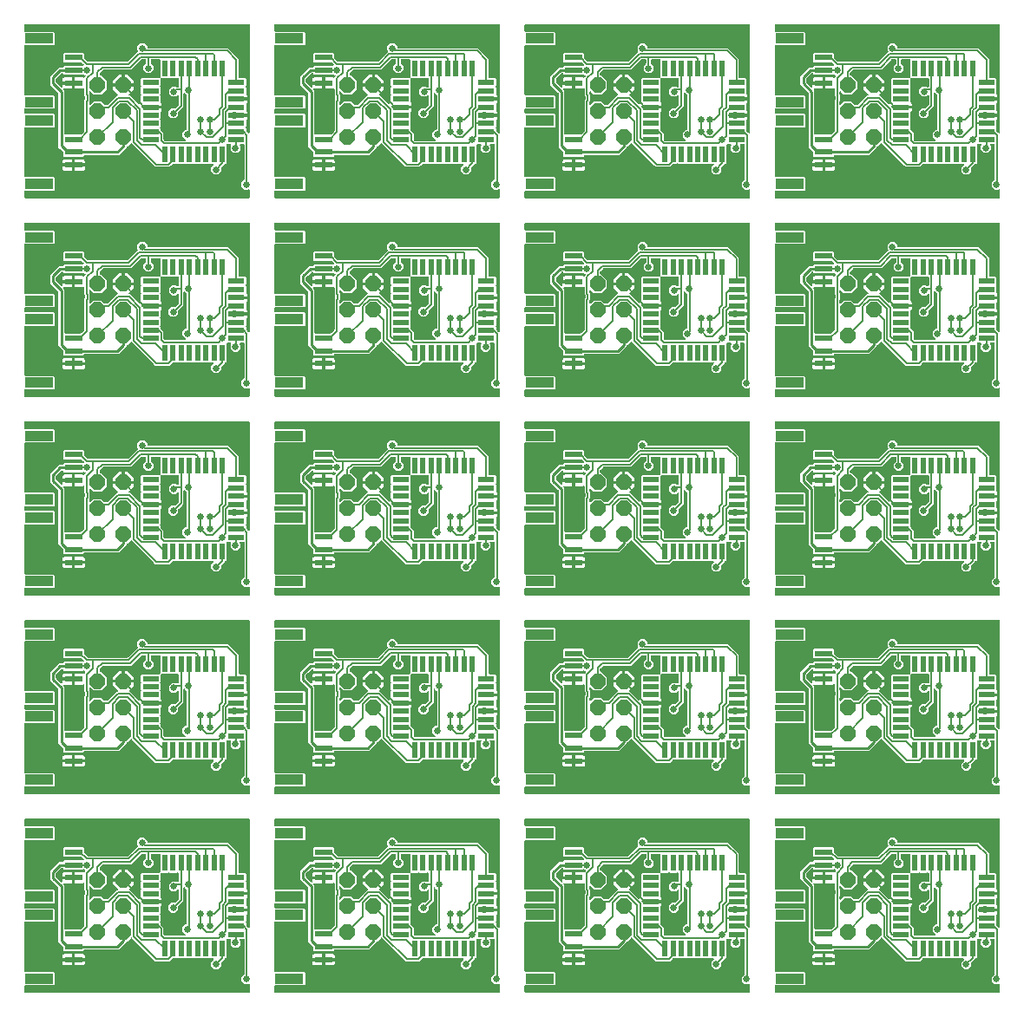
<source format=gbr>
G04 EAGLE Gerber RS-274X export*
G75*
%MOMM*%
%FSLAX34Y34*%
%LPD*%
%INBottom Copper*%
%IPPOS*%
%AMOC8*
5,1,8,0,0,1.08239X$1,22.5*%
G01*
%ADD10R,1.700000X0.600000*%
%ADD11R,2.800000X1.000000*%
%ADD12P,1.649562X8X112.500000*%
%ADD13R,1.599800X0.547100*%
%ADD14R,0.547100X1.599800*%
%ADD15C,0.254000*%
%ADD16C,0.152400*%
%ADD17C,0.654800*%
%ADD18P,0.708749X8X22.500000*%
%ADD19C,3.216000*%

G36*
X231178Y788084D02*
X231178Y788084D01*
X231197Y788082D01*
X231299Y788104D01*
X231401Y788120D01*
X231418Y788130D01*
X231438Y788134D01*
X231527Y788187D01*
X231618Y788236D01*
X231632Y788250D01*
X231649Y788260D01*
X231716Y788339D01*
X231788Y788414D01*
X231796Y788432D01*
X231809Y788447D01*
X231848Y788543D01*
X231891Y788637D01*
X231893Y788657D01*
X231901Y788675D01*
X231919Y788842D01*
X231919Y796010D01*
X231908Y796080D01*
X231906Y796152D01*
X231888Y796201D01*
X231880Y796252D01*
X231846Y796316D01*
X231821Y796383D01*
X231789Y796424D01*
X231764Y796470D01*
X231713Y796519D01*
X231668Y796575D01*
X231624Y796603D01*
X231586Y796639D01*
X231521Y796669D01*
X231461Y796708D01*
X231410Y796721D01*
X231363Y796743D01*
X231292Y796751D01*
X231222Y796768D01*
X231170Y796764D01*
X231119Y796770D01*
X231048Y796755D01*
X230977Y796749D01*
X230929Y796729D01*
X230878Y796718D01*
X230817Y796681D01*
X230751Y796653D01*
X230695Y796608D01*
X230667Y796591D01*
X230652Y796574D01*
X230637Y796562D01*
X226658Y796562D01*
X223847Y799373D01*
X223847Y803348D01*
X226588Y806089D01*
X226641Y806163D01*
X226701Y806233D01*
X226713Y806263D01*
X226732Y806289D01*
X226759Y806376D01*
X226793Y806461D01*
X226797Y806502D01*
X226804Y806524D01*
X226803Y806556D01*
X226811Y806628D01*
X226811Y839979D01*
X226808Y839998D01*
X226810Y840018D01*
X226788Y840119D01*
X226772Y840221D01*
X226762Y840239D01*
X226758Y840258D01*
X226705Y840347D01*
X226656Y840439D01*
X226642Y840452D01*
X226632Y840469D01*
X226553Y840537D01*
X226478Y840608D01*
X226460Y840616D01*
X226445Y840629D01*
X226349Y840668D01*
X226255Y840712D01*
X226235Y840714D01*
X226217Y840721D01*
X226050Y840740D01*
X222884Y840740D01*
X222814Y840728D01*
X222742Y840726D01*
X222693Y840708D01*
X222642Y840700D01*
X222578Y840667D01*
X222511Y840642D01*
X222470Y840609D01*
X222424Y840585D01*
X222375Y840533D01*
X222319Y840488D01*
X222291Y840444D01*
X222255Y840407D01*
X222225Y840342D01*
X222186Y840281D01*
X222173Y840231D01*
X222151Y840184D01*
X222143Y840112D01*
X222126Y840043D01*
X222130Y839991D01*
X222124Y839939D01*
X222139Y839869D01*
X222145Y839798D01*
X222165Y839750D01*
X222176Y839699D01*
X222213Y839637D01*
X222241Y839571D01*
X222286Y839515D01*
X222303Y839488D01*
X222320Y839472D01*
X222346Y839440D01*
X222799Y838988D01*
X222799Y835012D01*
X219988Y832201D01*
X216012Y832201D01*
X213201Y835012D01*
X213201Y838988D01*
X213654Y839440D01*
X213696Y839499D01*
X213745Y839550D01*
X213767Y839598D01*
X213797Y839640D01*
X213818Y839708D01*
X213849Y839774D01*
X213854Y839825D01*
X213870Y839875D01*
X213868Y839947D01*
X213876Y840018D01*
X213865Y840069D01*
X213863Y840121D01*
X213839Y840188D01*
X213824Y840258D01*
X213797Y840303D01*
X213779Y840352D01*
X213734Y840408D01*
X213697Y840469D01*
X213658Y840503D01*
X213625Y840544D01*
X213565Y840583D01*
X213510Y840629D01*
X213462Y840649D01*
X213418Y840677D01*
X213349Y840694D01*
X213282Y840721D01*
X213211Y840729D01*
X213180Y840737D01*
X213156Y840735D01*
X213116Y840740D01*
X210021Y840740D01*
X210002Y840737D01*
X209982Y840739D01*
X209881Y840717D01*
X209779Y840700D01*
X209761Y840691D01*
X209742Y840686D01*
X209653Y840633D01*
X209561Y840585D01*
X209548Y840571D01*
X209531Y840560D01*
X209463Y840482D01*
X209392Y840407D01*
X209384Y840389D01*
X209371Y840373D01*
X209332Y840277D01*
X209288Y840184D01*
X209286Y840164D01*
X209279Y840145D01*
X209260Y839979D01*
X209260Y822556D01*
X208367Y821663D01*
X208048Y821663D01*
X208028Y821660D01*
X208009Y821662D01*
X207907Y821640D01*
X207805Y821624D01*
X207788Y821614D01*
X207768Y821610D01*
X207679Y821557D01*
X207588Y821508D01*
X207574Y821494D01*
X207557Y821484D01*
X207490Y821405D01*
X207418Y821330D01*
X207410Y821312D01*
X207397Y821297D01*
X207358Y821201D01*
X207315Y821107D01*
X207313Y821087D01*
X207307Y821073D01*
X204022Y817788D01*
X203969Y817714D01*
X203909Y817644D01*
X203897Y817614D01*
X203878Y817588D01*
X203851Y817501D01*
X203817Y817416D01*
X203813Y817375D01*
X203806Y817353D01*
X203807Y817321D01*
X203799Y817249D01*
X203799Y814012D01*
X200988Y811201D01*
X197012Y811201D01*
X194201Y814012D01*
X194201Y817988D01*
X196577Y820364D01*
X196619Y820422D01*
X196669Y820474D01*
X196690Y820521D01*
X196721Y820563D01*
X196742Y820632D01*
X196772Y820697D01*
X196778Y820749D01*
X196793Y820799D01*
X196791Y820870D01*
X196799Y820941D01*
X196788Y820992D01*
X196787Y821044D01*
X196762Y821112D01*
X196747Y821182D01*
X196720Y821227D01*
X196702Y821275D01*
X196658Y821331D01*
X196621Y821393D01*
X196581Y821427D01*
X196549Y821467D01*
X196488Y821506D01*
X196434Y821553D01*
X196386Y821572D01*
X196342Y821600D01*
X196272Y821618D01*
X196206Y821645D01*
X196134Y821653D01*
X196103Y821661D01*
X196080Y821659D01*
X196039Y821663D01*
X193633Y821663D01*
X193538Y821758D01*
X193522Y821770D01*
X193510Y821785D01*
X193423Y821841D01*
X193339Y821901D01*
X193320Y821907D01*
X193303Y821918D01*
X193202Y821943D01*
X193104Y821974D01*
X193084Y821973D01*
X193064Y821978D01*
X192961Y821970D01*
X192858Y821967D01*
X192839Y821961D01*
X192819Y821959D01*
X192724Y821919D01*
X192627Y821883D01*
X192611Y821871D01*
X192593Y821863D01*
X192462Y821758D01*
X192367Y821663D01*
X185633Y821663D01*
X185538Y821758D01*
X185522Y821770D01*
X185510Y821785D01*
X185423Y821841D01*
X185339Y821901D01*
X185320Y821907D01*
X185303Y821918D01*
X185202Y821943D01*
X185104Y821974D01*
X185084Y821973D01*
X185064Y821978D01*
X184961Y821970D01*
X184858Y821967D01*
X184839Y821961D01*
X184819Y821959D01*
X184724Y821919D01*
X184627Y821883D01*
X184611Y821871D01*
X184593Y821863D01*
X184462Y821758D01*
X184367Y821663D01*
X177633Y821663D01*
X177538Y821758D01*
X177522Y821770D01*
X177510Y821785D01*
X177423Y821841D01*
X177339Y821901D01*
X177320Y821907D01*
X177303Y821918D01*
X177202Y821943D01*
X177104Y821974D01*
X177084Y821973D01*
X177064Y821978D01*
X176961Y821970D01*
X176858Y821967D01*
X176839Y821961D01*
X176819Y821959D01*
X176724Y821919D01*
X176627Y821883D01*
X176611Y821871D01*
X176593Y821863D01*
X176462Y821758D01*
X176367Y821663D01*
X169633Y821663D01*
X169538Y821758D01*
X169522Y821770D01*
X169510Y821785D01*
X169423Y821841D01*
X169339Y821901D01*
X169320Y821907D01*
X169303Y821918D01*
X169202Y821943D01*
X169104Y821974D01*
X169084Y821973D01*
X169064Y821978D01*
X168961Y821970D01*
X168858Y821967D01*
X168839Y821961D01*
X168819Y821959D01*
X168724Y821919D01*
X168627Y821883D01*
X168611Y821871D01*
X168593Y821863D01*
X168462Y821758D01*
X168367Y821663D01*
X161633Y821663D01*
X161538Y821758D01*
X161522Y821770D01*
X161510Y821785D01*
X161423Y821841D01*
X161339Y821901D01*
X161320Y821907D01*
X161303Y821918D01*
X161202Y821943D01*
X161104Y821974D01*
X161084Y821973D01*
X161064Y821978D01*
X160961Y821970D01*
X160858Y821967D01*
X160839Y821961D01*
X160819Y821959D01*
X160724Y821919D01*
X160627Y821883D01*
X160611Y821871D01*
X160593Y821863D01*
X160462Y821758D01*
X160367Y821663D01*
X156993Y821663D01*
X156903Y821649D01*
X156812Y821641D01*
X156782Y821629D01*
X156750Y821624D01*
X156669Y821581D01*
X156586Y821545D01*
X156553Y821519D01*
X156533Y821508D01*
X156511Y821485D01*
X156455Y821440D01*
X155192Y820178D01*
X153630Y818615D01*
X140060Y818615D01*
X138497Y820178D01*
X116892Y841783D01*
X116876Y841795D01*
X116864Y841810D01*
X116776Y841866D01*
X116692Y841927D01*
X116673Y841932D01*
X116657Y841943D01*
X116556Y841969D01*
X116457Y841999D01*
X116437Y841998D01*
X116418Y842003D01*
X116315Y841995D01*
X116211Y841993D01*
X116193Y841986D01*
X116173Y841984D01*
X116078Y841944D01*
X115980Y841908D01*
X115965Y841896D01*
X115947Y841888D01*
X115816Y841783D01*
X112488Y838455D01*
X112256Y838455D01*
X112236Y838452D01*
X112217Y838454D01*
X112115Y838432D01*
X112013Y838416D01*
X111996Y838406D01*
X111976Y838402D01*
X111887Y838349D01*
X111796Y838300D01*
X111782Y838286D01*
X111765Y838276D01*
X111698Y838197D01*
X111626Y838122D01*
X111618Y838104D01*
X111605Y838089D01*
X111566Y837993D01*
X111523Y837899D01*
X111521Y837879D01*
X111513Y837861D01*
X111495Y837694D01*
X111495Y837542D01*
X104158Y830205D01*
X70786Y830205D01*
X70766Y830202D01*
X70747Y830204D01*
X70645Y830182D01*
X70543Y830166D01*
X70526Y830156D01*
X70506Y830152D01*
X70417Y830099D01*
X70326Y830050D01*
X70312Y830036D01*
X70295Y830026D01*
X70228Y829947D01*
X70156Y829872D01*
X70148Y829854D01*
X70135Y829839D01*
X70096Y829743D01*
X70053Y829649D01*
X70051Y829629D01*
X70043Y829611D01*
X70025Y829444D01*
X70025Y829368D01*
X69132Y828475D01*
X50868Y828475D01*
X49975Y829368D01*
X49975Y832757D01*
X49961Y832847D01*
X49953Y832938D01*
X49941Y832968D01*
X49936Y833000D01*
X49893Y833081D01*
X49857Y833164D01*
X49831Y833197D01*
X49820Y833217D01*
X49797Y833239D01*
X49752Y833295D01*
X47065Y835982D01*
X45205Y837842D01*
X45205Y890527D01*
X45191Y890617D01*
X45183Y890708D01*
X45171Y890738D01*
X45166Y890770D01*
X45123Y890850D01*
X45087Y890934D01*
X45061Y890966D01*
X45050Y890987D01*
X45027Y891009D01*
X44982Y891065D01*
X37137Y898910D01*
X37137Y907090D01*
X45842Y915795D01*
X49214Y915795D01*
X49234Y915798D01*
X49253Y915796D01*
X49355Y915818D01*
X49457Y915834D01*
X49474Y915844D01*
X49494Y915848D01*
X49583Y915901D01*
X49674Y915950D01*
X49688Y915964D01*
X49705Y915974D01*
X49772Y916053D01*
X49844Y916128D01*
X49852Y916146D01*
X49865Y916161D01*
X49904Y916257D01*
X49947Y916351D01*
X49949Y916371D01*
X49957Y916389D01*
X49975Y916556D01*
X49975Y916632D01*
X50868Y917525D01*
X69404Y917525D01*
X69474Y917536D01*
X69546Y917538D01*
X69595Y917556D01*
X69646Y917564D01*
X69710Y917598D01*
X69777Y917623D01*
X69818Y917655D01*
X69864Y917680D01*
X69913Y917732D01*
X69969Y917776D01*
X69997Y917820D01*
X70033Y917858D01*
X70063Y917923D01*
X70102Y917983D01*
X70115Y918034D01*
X70137Y918081D01*
X70145Y918152D01*
X70162Y918222D01*
X70158Y918274D01*
X70164Y918325D01*
X70149Y918396D01*
X70143Y918467D01*
X70123Y918515D01*
X70112Y918566D01*
X70075Y918627D01*
X70047Y918693D01*
X70002Y918749D01*
X69985Y918777D01*
X69968Y918792D01*
X69942Y918824D01*
X68014Y920752D01*
X67940Y920805D01*
X67870Y920865D01*
X67840Y920877D01*
X67814Y920896D01*
X67727Y920923D01*
X67642Y920957D01*
X67601Y920961D01*
X67579Y920968D01*
X67547Y920967D01*
X67475Y920975D01*
X50868Y920975D01*
X49975Y921868D01*
X49975Y929132D01*
X50868Y930025D01*
X69132Y930025D01*
X70025Y929132D01*
X70025Y925525D01*
X70039Y925434D01*
X70047Y925344D01*
X70059Y925314D01*
X70064Y925282D01*
X70107Y925201D01*
X70143Y925117D01*
X70169Y925085D01*
X70180Y925064D01*
X70203Y925042D01*
X70248Y924986D01*
X73724Y921510D01*
X73798Y921457D01*
X73868Y921397D01*
X73898Y921385D01*
X73924Y921366D01*
X74011Y921339D01*
X74096Y921305D01*
X74137Y921301D01*
X74159Y921294D01*
X74191Y921295D01*
X74262Y921287D01*
X112738Y921287D01*
X112828Y921301D01*
X112919Y921309D01*
X112948Y921321D01*
X112980Y921326D01*
X113061Y921369D01*
X113145Y921405D01*
X113177Y921431D01*
X113198Y921442D01*
X113209Y921454D01*
X113210Y921454D01*
X113223Y921467D01*
X113276Y921510D01*
X121490Y929724D01*
X122732Y930965D01*
X122743Y930982D01*
X122759Y930994D01*
X122815Y931081D01*
X122875Y931165D01*
X122881Y931184D01*
X122892Y931201D01*
X122917Y931301D01*
X122947Y931400D01*
X122947Y931420D01*
X122952Y931440D01*
X122944Y931542D01*
X122941Y931646D01*
X122934Y931665D01*
X122933Y931685D01*
X122892Y931780D01*
X122857Y931877D01*
X122844Y931893D01*
X122836Y931911D01*
X122732Y932042D01*
X122201Y932572D01*
X122201Y936548D01*
X125012Y939359D01*
X128988Y939359D01*
X131799Y936548D01*
X131799Y935096D01*
X131802Y935076D01*
X131800Y935057D01*
X131822Y934955D01*
X131838Y934853D01*
X131848Y934836D01*
X131852Y934816D01*
X131905Y934727D01*
X131954Y934636D01*
X131968Y934622D01*
X131978Y934605D01*
X132057Y934538D01*
X132132Y934466D01*
X132150Y934458D01*
X132165Y934445D01*
X132261Y934406D01*
X132355Y934363D01*
X132375Y934361D01*
X132393Y934353D01*
X132560Y934335D01*
X210899Y934335D01*
X221100Y924134D01*
X221100Y906021D01*
X221103Y906002D01*
X221101Y905982D01*
X221123Y905881D01*
X221139Y905779D01*
X221149Y905761D01*
X221153Y905742D01*
X221206Y905653D01*
X221255Y905561D01*
X221269Y905548D01*
X221279Y905531D01*
X221358Y905463D01*
X221433Y905392D01*
X221451Y905384D01*
X221466Y905371D01*
X221562Y905332D01*
X221656Y905288D01*
X221676Y905286D01*
X221694Y905279D01*
X221861Y905260D01*
X227444Y905260D01*
X228337Y904367D01*
X228337Y897633D01*
X228242Y897538D01*
X228230Y897522D01*
X228215Y897510D01*
X228159Y897423D01*
X228099Y897339D01*
X228093Y897320D01*
X228082Y897303D01*
X228057Y897202D01*
X228026Y897104D01*
X228027Y897084D01*
X228022Y897064D01*
X228030Y896961D01*
X228033Y896858D01*
X228039Y896839D01*
X228041Y896819D01*
X228081Y896724D01*
X228117Y896627D01*
X228129Y896611D01*
X228137Y896593D01*
X228242Y896462D01*
X228337Y896367D01*
X228337Y890119D01*
X228351Y890029D01*
X228359Y889938D01*
X228371Y889908D01*
X228376Y889876D01*
X228419Y889796D01*
X228455Y889712D01*
X228481Y889680D01*
X228492Y889659D01*
X228515Y889637D01*
X228560Y889581D01*
X228845Y889296D01*
X229180Y888716D01*
X229353Y888070D01*
X229353Y886367D01*
X219419Y886367D01*
X219399Y886364D01*
X219379Y886366D01*
X219278Y886344D01*
X219176Y886327D01*
X219159Y886318D01*
X219139Y886314D01*
X219050Y886261D01*
X218959Y886212D01*
X218945Y886198D01*
X218928Y886188D01*
X218861Y886109D01*
X218789Y886034D01*
X218781Y886016D01*
X218768Y886001D01*
X218729Y885904D01*
X218686Y885811D01*
X218684Y885791D01*
X218676Y885772D01*
X218658Y885606D01*
X218658Y884394D01*
X218661Y884375D01*
X218659Y884355D01*
X218681Y884253D01*
X218697Y884151D01*
X218707Y884134D01*
X218711Y884114D01*
X218764Y884025D01*
X218813Y883934D01*
X218827Y883920D01*
X218837Y883903D01*
X218916Y883836D01*
X218991Y883765D01*
X219009Y883756D01*
X219024Y883743D01*
X219120Y883705D01*
X219214Y883661D01*
X219234Y883659D01*
X219252Y883651D01*
X219419Y883633D01*
X229353Y883633D01*
X229353Y881930D01*
X229180Y881284D01*
X228845Y880704D01*
X228560Y880419D01*
X228507Y880345D01*
X228447Y880276D01*
X228435Y880245D01*
X228416Y880219D01*
X228389Y880132D01*
X228355Y880047D01*
X228351Y880007D01*
X228344Y879984D01*
X228345Y879952D01*
X228337Y879881D01*
X228337Y874119D01*
X228351Y874029D01*
X228359Y873938D01*
X228371Y873908D01*
X228376Y873876D01*
X228419Y873796D01*
X228455Y873712D01*
X228481Y873680D01*
X228492Y873659D01*
X228515Y873637D01*
X228527Y873622D01*
X228533Y873611D01*
X228540Y873605D01*
X228560Y873581D01*
X228845Y873296D01*
X229180Y872716D01*
X229353Y872070D01*
X229353Y870367D01*
X219419Y870367D01*
X219399Y870364D01*
X219379Y870366D01*
X219278Y870344D01*
X219176Y870327D01*
X219159Y870318D01*
X219139Y870314D01*
X219050Y870261D01*
X218959Y870212D01*
X218945Y870198D01*
X218928Y870188D01*
X218861Y870109D01*
X218816Y870062D01*
X218813Y870066D01*
X218799Y870080D01*
X218789Y870097D01*
X218710Y870164D01*
X218635Y870235D01*
X218617Y870244D01*
X218602Y870257D01*
X218506Y870295D01*
X218412Y870339D01*
X218392Y870341D01*
X218374Y870349D01*
X218207Y870367D01*
X211576Y870367D01*
X211556Y870364D01*
X211537Y870366D01*
X211435Y870344D01*
X211333Y870327D01*
X211316Y870318D01*
X211296Y870314D01*
X211207Y870261D01*
X211116Y870212D01*
X211102Y870198D01*
X211085Y870188D01*
X211018Y870109D01*
X210946Y870034D01*
X210938Y870016D01*
X210925Y870001D01*
X210886Y869904D01*
X210843Y869811D01*
X210841Y869791D01*
X210833Y869772D01*
X210815Y869606D01*
X210815Y868394D01*
X210818Y868375D01*
X210816Y868355D01*
X210838Y868253D01*
X210854Y868151D01*
X210864Y868134D01*
X210868Y868114D01*
X210921Y868025D01*
X210970Y867934D01*
X210984Y867920D01*
X210994Y867903D01*
X211073Y867836D01*
X211148Y867765D01*
X211166Y867756D01*
X211181Y867743D01*
X211277Y867705D01*
X211371Y867661D01*
X211391Y867659D01*
X211409Y867651D01*
X211576Y867633D01*
X218207Y867633D01*
X218227Y867636D01*
X218247Y867634D01*
X218348Y867656D01*
X218450Y867673D01*
X218467Y867682D01*
X218487Y867686D01*
X218576Y867739D01*
X218667Y867788D01*
X218681Y867802D01*
X218698Y867812D01*
X218765Y867891D01*
X218810Y867938D01*
X218813Y867934D01*
X218827Y867920D01*
X218837Y867903D01*
X218916Y867836D01*
X218991Y867765D01*
X219009Y867756D01*
X219024Y867743D01*
X219120Y867705D01*
X219214Y867661D01*
X219234Y867659D01*
X219252Y867651D01*
X219419Y867633D01*
X229353Y867633D01*
X229353Y865930D01*
X229180Y865284D01*
X228845Y864704D01*
X228560Y864419D01*
X228507Y864345D01*
X228447Y864276D01*
X228435Y864245D01*
X228416Y864219D01*
X228389Y864132D01*
X228355Y864047D01*
X228351Y864007D01*
X228344Y863984D01*
X228345Y863952D01*
X228337Y863881D01*
X228337Y857633D01*
X228242Y857538D01*
X228230Y857522D01*
X228215Y857510D01*
X228159Y857423D01*
X228099Y857339D01*
X228093Y857320D01*
X228082Y857303D01*
X228057Y857202D01*
X228026Y857104D01*
X228027Y857084D01*
X228022Y857064D01*
X228030Y856961D01*
X228033Y856858D01*
X228039Y856839D01*
X228041Y856819D01*
X228081Y856724D01*
X228117Y856627D01*
X228129Y856611D01*
X228137Y856593D01*
X228242Y856462D01*
X228337Y856367D01*
X228337Y854212D01*
X228351Y854122D01*
X228359Y854031D01*
X228371Y854002D01*
X228376Y853970D01*
X228419Y853889D01*
X228455Y853805D01*
X228481Y853773D01*
X228492Y853752D01*
X228515Y853730D01*
X228560Y853674D01*
X229822Y852412D01*
X230620Y851614D01*
X230678Y851572D01*
X230730Y851523D01*
X230777Y851501D01*
X230819Y851471D01*
X230888Y851450D01*
X230953Y851419D01*
X231005Y851414D01*
X231055Y851398D01*
X231126Y851400D01*
X231197Y851392D01*
X231248Y851403D01*
X231300Y851405D01*
X231368Y851429D01*
X231438Y851444D01*
X231483Y851471D01*
X231531Y851489D01*
X231587Y851534D01*
X231649Y851571D01*
X231683Y851610D01*
X231723Y851643D01*
X231762Y851703D01*
X231809Y851758D01*
X231828Y851806D01*
X231856Y851850D01*
X231874Y851919D01*
X231901Y851986D01*
X231909Y852057D01*
X231917Y852088D01*
X231915Y852112D01*
X231919Y852152D01*
X231919Y957158D01*
X231916Y957178D01*
X231918Y957197D01*
X231896Y957299D01*
X231880Y957401D01*
X231870Y957418D01*
X231866Y957438D01*
X231813Y957527D01*
X231764Y957618D01*
X231750Y957632D01*
X231740Y957649D01*
X231661Y957716D01*
X231586Y957788D01*
X231568Y957796D01*
X231553Y957809D01*
X231457Y957848D01*
X231363Y957891D01*
X231343Y957893D01*
X231325Y957901D01*
X231158Y957919D01*
X12842Y957919D01*
X12822Y957916D01*
X12803Y957918D01*
X12701Y957896D01*
X12599Y957880D01*
X12582Y957870D01*
X12562Y957866D01*
X12473Y957813D01*
X12382Y957764D01*
X12368Y957750D01*
X12351Y957740D01*
X12284Y957661D01*
X12212Y957586D01*
X12204Y957568D01*
X12191Y957553D01*
X12152Y957457D01*
X12109Y957363D01*
X12107Y957343D01*
X12099Y957325D01*
X12081Y957158D01*
X12081Y951286D01*
X12084Y951266D01*
X12082Y951247D01*
X12104Y951145D01*
X12120Y951043D01*
X12130Y951026D01*
X12134Y951006D01*
X12187Y950917D01*
X12236Y950826D01*
X12250Y950812D01*
X12260Y950795D01*
X12339Y950728D01*
X12414Y950656D01*
X12432Y950648D01*
X12447Y950635D01*
X12543Y950596D01*
X12637Y950553D01*
X12657Y950551D01*
X12675Y950543D01*
X12842Y950525D01*
X41132Y950525D01*
X42025Y949632D01*
X42025Y938368D01*
X41132Y937475D01*
X12842Y937475D01*
X12822Y937472D01*
X12803Y937474D01*
X12701Y937452D01*
X12599Y937436D01*
X12582Y937426D01*
X12562Y937422D01*
X12473Y937369D01*
X12382Y937320D01*
X12368Y937306D01*
X12351Y937296D01*
X12284Y937217D01*
X12212Y937142D01*
X12204Y937124D01*
X12191Y937109D01*
X12152Y937013D01*
X12109Y936919D01*
X12107Y936899D01*
X12099Y936881D01*
X12081Y936714D01*
X12081Y889286D01*
X12084Y889266D01*
X12082Y889247D01*
X12104Y889145D01*
X12120Y889043D01*
X12130Y889026D01*
X12134Y889006D01*
X12187Y888917D01*
X12236Y888826D01*
X12250Y888812D01*
X12260Y888795D01*
X12339Y888728D01*
X12414Y888656D01*
X12432Y888648D01*
X12447Y888635D01*
X12543Y888596D01*
X12637Y888553D01*
X12657Y888551D01*
X12675Y888543D01*
X12842Y888525D01*
X41132Y888525D01*
X42025Y887632D01*
X42025Y876368D01*
X41132Y875475D01*
X12842Y875475D01*
X12822Y875472D01*
X12803Y875474D01*
X12701Y875452D01*
X12599Y875436D01*
X12582Y875426D01*
X12562Y875422D01*
X12473Y875369D01*
X12382Y875320D01*
X12368Y875306D01*
X12351Y875296D01*
X12284Y875217D01*
X12212Y875142D01*
X12204Y875124D01*
X12191Y875109D01*
X12152Y875013D01*
X12109Y874919D01*
X12107Y874899D01*
X12099Y874881D01*
X12081Y874714D01*
X12081Y871286D01*
X12084Y871266D01*
X12082Y871247D01*
X12104Y871145D01*
X12120Y871043D01*
X12130Y871026D01*
X12134Y871006D01*
X12187Y870917D01*
X12236Y870826D01*
X12250Y870812D01*
X12260Y870795D01*
X12339Y870728D01*
X12414Y870656D01*
X12432Y870648D01*
X12447Y870635D01*
X12543Y870596D01*
X12637Y870553D01*
X12657Y870551D01*
X12675Y870543D01*
X12842Y870525D01*
X41132Y870525D01*
X42025Y869632D01*
X42025Y858368D01*
X41132Y857475D01*
X12842Y857475D01*
X12822Y857472D01*
X12803Y857474D01*
X12701Y857452D01*
X12599Y857436D01*
X12582Y857426D01*
X12562Y857422D01*
X12473Y857369D01*
X12382Y857320D01*
X12368Y857306D01*
X12351Y857296D01*
X12284Y857217D01*
X12212Y857142D01*
X12204Y857124D01*
X12191Y857109D01*
X12152Y857013D01*
X12109Y856919D01*
X12107Y856899D01*
X12099Y856881D01*
X12081Y856714D01*
X12081Y809286D01*
X12084Y809266D01*
X12082Y809247D01*
X12104Y809145D01*
X12120Y809043D01*
X12130Y809026D01*
X12134Y809006D01*
X12187Y808917D01*
X12236Y808826D01*
X12250Y808812D01*
X12260Y808795D01*
X12339Y808728D01*
X12414Y808656D01*
X12432Y808648D01*
X12447Y808635D01*
X12543Y808596D01*
X12637Y808553D01*
X12657Y808551D01*
X12675Y808543D01*
X12842Y808525D01*
X41132Y808525D01*
X42025Y807632D01*
X42025Y796368D01*
X41132Y795475D01*
X12842Y795475D01*
X12822Y795472D01*
X12803Y795474D01*
X12701Y795452D01*
X12599Y795436D01*
X12582Y795426D01*
X12562Y795422D01*
X12473Y795369D01*
X12382Y795320D01*
X12368Y795306D01*
X12351Y795296D01*
X12284Y795217D01*
X12212Y795142D01*
X12204Y795124D01*
X12191Y795109D01*
X12152Y795013D01*
X12109Y794919D01*
X12107Y794899D01*
X12099Y794881D01*
X12081Y794714D01*
X12081Y788842D01*
X12084Y788822D01*
X12082Y788803D01*
X12104Y788701D01*
X12120Y788599D01*
X12130Y788582D01*
X12134Y788562D01*
X12187Y788473D01*
X12236Y788382D01*
X12250Y788368D01*
X12260Y788351D01*
X12339Y788284D01*
X12414Y788212D01*
X12432Y788204D01*
X12447Y788191D01*
X12543Y788152D01*
X12637Y788109D01*
X12657Y788107D01*
X12675Y788099D01*
X12842Y788081D01*
X231158Y788081D01*
X231178Y788084D01*
G37*
G36*
X231178Y206084D02*
X231178Y206084D01*
X231197Y206082D01*
X231299Y206104D01*
X231401Y206120D01*
X231418Y206130D01*
X231438Y206134D01*
X231527Y206187D01*
X231618Y206236D01*
X231632Y206250D01*
X231649Y206260D01*
X231716Y206339D01*
X231788Y206414D01*
X231796Y206432D01*
X231809Y206447D01*
X231848Y206543D01*
X231891Y206637D01*
X231893Y206657D01*
X231901Y206675D01*
X231919Y206842D01*
X231919Y214010D01*
X231908Y214080D01*
X231906Y214152D01*
X231888Y214201D01*
X231880Y214252D01*
X231846Y214316D01*
X231821Y214383D01*
X231789Y214424D01*
X231764Y214470D01*
X231713Y214519D01*
X231668Y214575D01*
X231624Y214603D01*
X231586Y214639D01*
X231521Y214669D01*
X231461Y214708D01*
X231410Y214721D01*
X231363Y214743D01*
X231292Y214751D01*
X231222Y214768D01*
X231170Y214764D01*
X231119Y214770D01*
X231048Y214755D01*
X230977Y214749D01*
X230929Y214729D01*
X230878Y214718D01*
X230817Y214681D01*
X230751Y214653D01*
X230695Y214608D01*
X230667Y214591D01*
X230652Y214574D01*
X230637Y214562D01*
X226658Y214562D01*
X223847Y217373D01*
X223847Y221348D01*
X226588Y224089D01*
X226641Y224163D01*
X226701Y224233D01*
X226713Y224263D01*
X226732Y224289D01*
X226759Y224376D01*
X226793Y224461D01*
X226797Y224502D01*
X226804Y224524D01*
X226803Y224556D01*
X226811Y224628D01*
X226811Y257979D01*
X226808Y257998D01*
X226810Y258018D01*
X226788Y258119D01*
X226772Y258221D01*
X226762Y258239D01*
X226758Y258258D01*
X226705Y258347D01*
X226656Y258439D01*
X226642Y258452D01*
X226632Y258469D01*
X226553Y258537D01*
X226478Y258608D01*
X226460Y258616D01*
X226445Y258629D01*
X226349Y258668D01*
X226255Y258712D01*
X226235Y258714D01*
X226217Y258721D01*
X226050Y258740D01*
X222884Y258740D01*
X222814Y258728D01*
X222742Y258726D01*
X222693Y258708D01*
X222642Y258700D01*
X222578Y258667D01*
X222511Y258642D01*
X222470Y258609D01*
X222424Y258585D01*
X222375Y258533D01*
X222319Y258488D01*
X222291Y258444D01*
X222255Y258407D01*
X222225Y258342D01*
X222186Y258281D01*
X222173Y258231D01*
X222151Y258184D01*
X222143Y258112D01*
X222126Y258043D01*
X222130Y257991D01*
X222124Y257939D01*
X222139Y257869D01*
X222145Y257798D01*
X222165Y257750D01*
X222176Y257699D01*
X222213Y257637D01*
X222241Y257571D01*
X222286Y257515D01*
X222303Y257488D01*
X222320Y257472D01*
X222346Y257440D01*
X222799Y256988D01*
X222799Y253012D01*
X219988Y250201D01*
X216012Y250201D01*
X213201Y253012D01*
X213201Y256988D01*
X213654Y257440D01*
X213696Y257499D01*
X213745Y257550D01*
X213767Y257598D01*
X213797Y257640D01*
X213818Y257708D01*
X213849Y257774D01*
X213854Y257825D01*
X213870Y257875D01*
X213868Y257947D01*
X213876Y258018D01*
X213865Y258069D01*
X213863Y258121D01*
X213839Y258188D01*
X213824Y258258D01*
X213797Y258303D01*
X213779Y258352D01*
X213734Y258408D01*
X213697Y258469D01*
X213658Y258503D01*
X213625Y258544D01*
X213565Y258583D01*
X213510Y258629D01*
X213462Y258649D01*
X213418Y258677D01*
X213349Y258694D01*
X213282Y258721D01*
X213211Y258729D01*
X213180Y258737D01*
X213156Y258735D01*
X213116Y258740D01*
X210021Y258740D01*
X210002Y258737D01*
X209982Y258739D01*
X209881Y258717D01*
X209779Y258700D01*
X209761Y258691D01*
X209742Y258686D01*
X209653Y258633D01*
X209561Y258585D01*
X209548Y258571D01*
X209531Y258560D01*
X209463Y258482D01*
X209392Y258407D01*
X209384Y258389D01*
X209371Y258373D01*
X209332Y258277D01*
X209288Y258184D01*
X209286Y258164D01*
X209279Y258145D01*
X209260Y257979D01*
X209260Y240556D01*
X208367Y239663D01*
X208048Y239663D01*
X208028Y239660D01*
X208009Y239662D01*
X207907Y239640D01*
X207805Y239624D01*
X207788Y239614D01*
X207768Y239610D01*
X207679Y239557D01*
X207588Y239508D01*
X207574Y239494D01*
X207557Y239484D01*
X207490Y239405D01*
X207418Y239330D01*
X207410Y239312D01*
X207397Y239297D01*
X207358Y239201D01*
X207315Y239107D01*
X207313Y239087D01*
X207307Y239073D01*
X204022Y235788D01*
X203969Y235714D01*
X203909Y235644D01*
X203897Y235614D01*
X203878Y235588D01*
X203851Y235501D01*
X203817Y235416D01*
X203813Y235375D01*
X203806Y235353D01*
X203807Y235321D01*
X203799Y235249D01*
X203799Y232012D01*
X200988Y229201D01*
X197012Y229201D01*
X194201Y232012D01*
X194201Y235988D01*
X196577Y238364D01*
X196619Y238422D01*
X196669Y238474D01*
X196690Y238521D01*
X196721Y238563D01*
X196742Y238632D01*
X196772Y238697D01*
X196778Y238749D01*
X196793Y238799D01*
X196791Y238870D01*
X196799Y238941D01*
X196788Y238992D01*
X196787Y239044D01*
X196762Y239112D01*
X196747Y239182D01*
X196720Y239227D01*
X196702Y239275D01*
X196658Y239331D01*
X196621Y239393D01*
X196581Y239427D01*
X196549Y239467D01*
X196488Y239506D01*
X196434Y239553D01*
X196386Y239572D01*
X196342Y239600D01*
X196272Y239618D01*
X196206Y239645D01*
X196134Y239653D01*
X196103Y239661D01*
X196080Y239659D01*
X196039Y239663D01*
X193633Y239663D01*
X193538Y239758D01*
X193522Y239770D01*
X193510Y239785D01*
X193423Y239841D01*
X193339Y239901D01*
X193320Y239907D01*
X193303Y239918D01*
X193202Y239943D01*
X193104Y239974D01*
X193084Y239973D01*
X193064Y239978D01*
X192961Y239970D01*
X192858Y239967D01*
X192839Y239961D01*
X192819Y239959D01*
X192724Y239919D01*
X192627Y239883D01*
X192611Y239871D01*
X192593Y239863D01*
X192462Y239758D01*
X192367Y239663D01*
X185633Y239663D01*
X185538Y239758D01*
X185522Y239770D01*
X185510Y239785D01*
X185423Y239841D01*
X185339Y239901D01*
X185320Y239907D01*
X185303Y239918D01*
X185202Y239943D01*
X185104Y239974D01*
X185084Y239973D01*
X185064Y239978D01*
X184961Y239970D01*
X184858Y239967D01*
X184839Y239961D01*
X184819Y239959D01*
X184724Y239919D01*
X184627Y239883D01*
X184611Y239871D01*
X184593Y239863D01*
X184462Y239758D01*
X184367Y239663D01*
X177633Y239663D01*
X177538Y239758D01*
X177522Y239770D01*
X177510Y239785D01*
X177423Y239841D01*
X177339Y239901D01*
X177320Y239907D01*
X177303Y239918D01*
X177202Y239943D01*
X177104Y239974D01*
X177084Y239973D01*
X177064Y239978D01*
X176961Y239970D01*
X176858Y239967D01*
X176839Y239961D01*
X176819Y239959D01*
X176724Y239919D01*
X176627Y239883D01*
X176611Y239871D01*
X176593Y239863D01*
X176462Y239758D01*
X176367Y239663D01*
X169633Y239663D01*
X169538Y239758D01*
X169522Y239770D01*
X169510Y239785D01*
X169423Y239841D01*
X169339Y239901D01*
X169320Y239907D01*
X169303Y239918D01*
X169202Y239943D01*
X169104Y239974D01*
X169084Y239973D01*
X169064Y239978D01*
X168961Y239970D01*
X168858Y239967D01*
X168839Y239961D01*
X168819Y239959D01*
X168724Y239919D01*
X168627Y239883D01*
X168611Y239871D01*
X168593Y239863D01*
X168462Y239758D01*
X168367Y239663D01*
X161633Y239663D01*
X161538Y239758D01*
X161522Y239770D01*
X161510Y239785D01*
X161423Y239841D01*
X161339Y239901D01*
X161320Y239907D01*
X161303Y239918D01*
X161202Y239943D01*
X161104Y239974D01*
X161084Y239973D01*
X161064Y239978D01*
X160961Y239970D01*
X160858Y239967D01*
X160839Y239961D01*
X160819Y239959D01*
X160724Y239919D01*
X160627Y239883D01*
X160611Y239871D01*
X160593Y239863D01*
X160462Y239758D01*
X160367Y239663D01*
X156993Y239663D01*
X156903Y239649D01*
X156812Y239641D01*
X156782Y239629D01*
X156750Y239624D01*
X156669Y239581D01*
X156586Y239545D01*
X156553Y239519D01*
X156533Y239508D01*
X156511Y239485D01*
X156455Y239440D01*
X155192Y238178D01*
X153630Y236615D01*
X140060Y236615D01*
X138497Y238178D01*
X116892Y259783D01*
X116876Y259795D01*
X116864Y259810D01*
X116776Y259866D01*
X116692Y259927D01*
X116673Y259932D01*
X116657Y259943D01*
X116556Y259969D01*
X116457Y259999D01*
X116437Y259998D01*
X116418Y260003D01*
X116315Y259995D01*
X116211Y259993D01*
X116193Y259986D01*
X116173Y259984D01*
X116078Y259944D01*
X115980Y259908D01*
X115965Y259896D01*
X115947Y259888D01*
X115816Y259783D01*
X112488Y256455D01*
X112256Y256455D01*
X112236Y256452D01*
X112217Y256454D01*
X112115Y256432D01*
X112013Y256416D01*
X111996Y256406D01*
X111976Y256402D01*
X111887Y256349D01*
X111796Y256300D01*
X111782Y256286D01*
X111765Y256276D01*
X111698Y256197D01*
X111626Y256122D01*
X111618Y256104D01*
X111605Y256089D01*
X111566Y255993D01*
X111523Y255899D01*
X111521Y255879D01*
X111513Y255861D01*
X111495Y255694D01*
X111495Y255542D01*
X104158Y248205D01*
X70786Y248205D01*
X70766Y248202D01*
X70747Y248204D01*
X70645Y248182D01*
X70543Y248166D01*
X70526Y248156D01*
X70506Y248152D01*
X70417Y248099D01*
X70326Y248050D01*
X70312Y248036D01*
X70295Y248026D01*
X70228Y247947D01*
X70156Y247872D01*
X70148Y247854D01*
X70135Y247839D01*
X70096Y247743D01*
X70053Y247649D01*
X70051Y247629D01*
X70043Y247611D01*
X70025Y247444D01*
X70025Y247368D01*
X69132Y246475D01*
X50868Y246475D01*
X49975Y247368D01*
X49975Y250757D01*
X49961Y250847D01*
X49953Y250938D01*
X49941Y250968D01*
X49936Y251000D01*
X49893Y251081D01*
X49857Y251164D01*
X49831Y251197D01*
X49820Y251217D01*
X49797Y251239D01*
X49752Y251295D01*
X47065Y253982D01*
X45205Y255842D01*
X45205Y308527D01*
X45191Y308617D01*
X45183Y308708D01*
X45171Y308738D01*
X45166Y308770D01*
X45123Y308850D01*
X45087Y308934D01*
X45061Y308966D01*
X45050Y308987D01*
X45027Y309009D01*
X44982Y309065D01*
X37137Y316910D01*
X37137Y325090D01*
X45842Y333795D01*
X49214Y333795D01*
X49234Y333798D01*
X49253Y333796D01*
X49355Y333818D01*
X49457Y333834D01*
X49474Y333844D01*
X49494Y333848D01*
X49583Y333901D01*
X49674Y333950D01*
X49688Y333964D01*
X49705Y333974D01*
X49772Y334053D01*
X49844Y334128D01*
X49852Y334146D01*
X49865Y334161D01*
X49904Y334257D01*
X49947Y334351D01*
X49949Y334371D01*
X49957Y334389D01*
X49975Y334556D01*
X49975Y334632D01*
X50868Y335525D01*
X69404Y335525D01*
X69474Y335536D01*
X69546Y335538D01*
X69595Y335556D01*
X69646Y335564D01*
X69710Y335598D01*
X69777Y335623D01*
X69818Y335655D01*
X69864Y335680D01*
X69913Y335732D01*
X69969Y335776D01*
X69997Y335820D01*
X70033Y335858D01*
X70063Y335923D01*
X70102Y335983D01*
X70115Y336034D01*
X70137Y336081D01*
X70145Y336152D01*
X70162Y336222D01*
X70158Y336274D01*
X70164Y336325D01*
X70149Y336396D01*
X70143Y336467D01*
X70123Y336515D01*
X70112Y336566D01*
X70075Y336627D01*
X70047Y336693D01*
X70002Y336749D01*
X69985Y336777D01*
X69968Y336792D01*
X69942Y336824D01*
X68014Y338752D01*
X67940Y338805D01*
X67870Y338865D01*
X67840Y338877D01*
X67814Y338896D01*
X67727Y338923D01*
X67642Y338957D01*
X67601Y338961D01*
X67579Y338968D01*
X67547Y338967D01*
X67475Y338975D01*
X50868Y338975D01*
X49975Y339868D01*
X49975Y347132D01*
X50868Y348025D01*
X69132Y348025D01*
X70025Y347132D01*
X70025Y343525D01*
X70039Y343434D01*
X70047Y343344D01*
X70059Y343314D01*
X70064Y343282D01*
X70107Y343201D01*
X70143Y343117D01*
X70169Y343085D01*
X70180Y343064D01*
X70203Y343042D01*
X70248Y342986D01*
X73724Y339510D01*
X73798Y339457D01*
X73868Y339397D01*
X73898Y339385D01*
X73924Y339366D01*
X74011Y339339D01*
X74096Y339305D01*
X74137Y339301D01*
X74159Y339294D01*
X74191Y339295D01*
X74262Y339287D01*
X112738Y339287D01*
X112828Y339301D01*
X112919Y339309D01*
X112948Y339321D01*
X112980Y339326D01*
X113061Y339369D01*
X113145Y339405D01*
X113177Y339431D01*
X113198Y339442D01*
X113209Y339454D01*
X113210Y339454D01*
X113223Y339467D01*
X113276Y339510D01*
X121490Y347724D01*
X122732Y348965D01*
X122743Y348982D01*
X122759Y348994D01*
X122815Y349081D01*
X122875Y349165D01*
X122881Y349184D01*
X122892Y349201D01*
X122917Y349301D01*
X122947Y349400D01*
X122947Y349420D01*
X122952Y349440D01*
X122944Y349542D01*
X122941Y349646D01*
X122934Y349665D01*
X122933Y349685D01*
X122892Y349780D01*
X122857Y349877D01*
X122844Y349893D01*
X122836Y349911D01*
X122732Y350042D01*
X122201Y350572D01*
X122201Y354548D01*
X125012Y357359D01*
X128988Y357359D01*
X131799Y354548D01*
X131799Y353096D01*
X131802Y353076D01*
X131800Y353057D01*
X131822Y352955D01*
X131838Y352853D01*
X131848Y352836D01*
X131852Y352816D01*
X131905Y352727D01*
X131954Y352636D01*
X131968Y352622D01*
X131978Y352605D01*
X132057Y352538D01*
X132132Y352466D01*
X132150Y352458D01*
X132165Y352445D01*
X132261Y352406D01*
X132355Y352363D01*
X132375Y352361D01*
X132393Y352353D01*
X132560Y352335D01*
X210899Y352335D01*
X221100Y342134D01*
X221100Y324021D01*
X221103Y324002D01*
X221101Y323982D01*
X221123Y323881D01*
X221139Y323779D01*
X221149Y323761D01*
X221153Y323742D01*
X221206Y323653D01*
X221255Y323561D01*
X221269Y323548D01*
X221279Y323531D01*
X221358Y323463D01*
X221433Y323392D01*
X221451Y323384D01*
X221466Y323371D01*
X221562Y323332D01*
X221656Y323288D01*
X221676Y323286D01*
X221694Y323279D01*
X221861Y323260D01*
X227444Y323260D01*
X228337Y322367D01*
X228337Y315633D01*
X228242Y315538D01*
X228230Y315522D01*
X228215Y315510D01*
X228159Y315423D01*
X228099Y315339D01*
X228093Y315320D01*
X228082Y315303D01*
X228057Y315202D01*
X228026Y315104D01*
X228027Y315084D01*
X228022Y315064D01*
X228030Y314961D01*
X228033Y314858D01*
X228039Y314839D01*
X228041Y314819D01*
X228081Y314724D01*
X228117Y314627D01*
X228129Y314611D01*
X228137Y314593D01*
X228242Y314462D01*
X228337Y314367D01*
X228337Y308119D01*
X228351Y308029D01*
X228359Y307938D01*
X228371Y307908D01*
X228376Y307876D01*
X228419Y307796D01*
X228455Y307712D01*
X228481Y307680D01*
X228492Y307659D01*
X228515Y307637D01*
X228560Y307581D01*
X228845Y307296D01*
X229180Y306716D01*
X229353Y306070D01*
X229353Y304367D01*
X219419Y304367D01*
X219399Y304364D01*
X219379Y304366D01*
X219278Y304344D01*
X219176Y304327D01*
X219159Y304318D01*
X219139Y304314D01*
X219050Y304261D01*
X218959Y304212D01*
X218945Y304198D01*
X218928Y304188D01*
X218861Y304109D01*
X218789Y304034D01*
X218781Y304016D01*
X218768Y304001D01*
X218729Y303904D01*
X218686Y303811D01*
X218684Y303791D01*
X218676Y303772D01*
X218658Y303606D01*
X218658Y302394D01*
X218661Y302375D01*
X218659Y302355D01*
X218681Y302253D01*
X218697Y302151D01*
X218707Y302134D01*
X218711Y302114D01*
X218764Y302025D01*
X218813Y301934D01*
X218827Y301920D01*
X218837Y301903D01*
X218916Y301836D01*
X218991Y301765D01*
X219009Y301756D01*
X219024Y301743D01*
X219120Y301705D01*
X219214Y301661D01*
X219234Y301659D01*
X219252Y301651D01*
X219419Y301633D01*
X229353Y301633D01*
X229353Y299930D01*
X229180Y299284D01*
X228845Y298704D01*
X228560Y298419D01*
X228507Y298345D01*
X228447Y298276D01*
X228435Y298245D01*
X228416Y298219D01*
X228389Y298132D01*
X228355Y298047D01*
X228351Y298007D01*
X228344Y297984D01*
X228345Y297952D01*
X228337Y297881D01*
X228337Y292119D01*
X228351Y292029D01*
X228359Y291938D01*
X228371Y291908D01*
X228376Y291876D01*
X228419Y291796D01*
X228455Y291712D01*
X228481Y291680D01*
X228492Y291659D01*
X228515Y291637D01*
X228527Y291622D01*
X228533Y291611D01*
X228540Y291605D01*
X228560Y291581D01*
X228845Y291296D01*
X229180Y290716D01*
X229353Y290070D01*
X229353Y288367D01*
X219419Y288367D01*
X219399Y288364D01*
X219379Y288366D01*
X219278Y288344D01*
X219176Y288327D01*
X219159Y288318D01*
X219139Y288314D01*
X219050Y288261D01*
X218959Y288212D01*
X218945Y288198D01*
X218928Y288188D01*
X218861Y288109D01*
X218816Y288062D01*
X218813Y288066D01*
X218799Y288080D01*
X218789Y288097D01*
X218710Y288164D01*
X218635Y288235D01*
X218617Y288244D01*
X218602Y288257D01*
X218506Y288295D01*
X218412Y288339D01*
X218392Y288341D01*
X218374Y288349D01*
X218207Y288367D01*
X211576Y288367D01*
X211556Y288364D01*
X211537Y288366D01*
X211435Y288344D01*
X211333Y288327D01*
X211316Y288318D01*
X211296Y288314D01*
X211207Y288261D01*
X211116Y288212D01*
X211102Y288198D01*
X211085Y288188D01*
X211018Y288109D01*
X210946Y288034D01*
X210938Y288016D01*
X210925Y288001D01*
X210886Y287904D01*
X210843Y287811D01*
X210841Y287791D01*
X210833Y287772D01*
X210815Y287606D01*
X210815Y286394D01*
X210818Y286375D01*
X210816Y286355D01*
X210838Y286253D01*
X210854Y286151D01*
X210864Y286134D01*
X210868Y286114D01*
X210921Y286025D01*
X210970Y285934D01*
X210984Y285920D01*
X210994Y285903D01*
X211073Y285836D01*
X211148Y285765D01*
X211166Y285756D01*
X211181Y285743D01*
X211277Y285705D01*
X211371Y285661D01*
X211391Y285659D01*
X211409Y285651D01*
X211576Y285633D01*
X218207Y285633D01*
X218227Y285636D01*
X218247Y285634D01*
X218348Y285656D01*
X218450Y285673D01*
X218467Y285682D01*
X218487Y285686D01*
X218576Y285739D01*
X218667Y285788D01*
X218681Y285802D01*
X218698Y285812D01*
X218765Y285891D01*
X218810Y285938D01*
X218813Y285934D01*
X218827Y285920D01*
X218837Y285903D01*
X218916Y285836D01*
X218991Y285765D01*
X219009Y285756D01*
X219024Y285743D01*
X219120Y285705D01*
X219214Y285661D01*
X219234Y285659D01*
X219252Y285651D01*
X219419Y285633D01*
X229353Y285633D01*
X229353Y283930D01*
X229180Y283284D01*
X228845Y282704D01*
X228560Y282419D01*
X228507Y282345D01*
X228447Y282276D01*
X228435Y282245D01*
X228416Y282219D01*
X228389Y282132D01*
X228355Y282047D01*
X228351Y282007D01*
X228344Y281984D01*
X228345Y281952D01*
X228337Y281881D01*
X228337Y275633D01*
X228242Y275538D01*
X228230Y275522D01*
X228215Y275510D01*
X228159Y275423D01*
X228099Y275339D01*
X228093Y275320D01*
X228082Y275303D01*
X228057Y275202D01*
X228026Y275104D01*
X228027Y275084D01*
X228022Y275064D01*
X228030Y274961D01*
X228033Y274858D01*
X228039Y274839D01*
X228041Y274819D01*
X228081Y274724D01*
X228117Y274627D01*
X228129Y274611D01*
X228137Y274593D01*
X228242Y274462D01*
X228337Y274367D01*
X228337Y272212D01*
X228351Y272122D01*
X228359Y272031D01*
X228371Y272002D01*
X228376Y271970D01*
X228419Y271889D01*
X228455Y271805D01*
X228481Y271773D01*
X228492Y271752D01*
X228515Y271730D01*
X228560Y271674D01*
X229822Y270412D01*
X230620Y269614D01*
X230678Y269572D01*
X230730Y269523D01*
X230777Y269501D01*
X230819Y269471D01*
X230888Y269450D01*
X230953Y269419D01*
X231005Y269414D01*
X231055Y269398D01*
X231126Y269400D01*
X231197Y269392D01*
X231248Y269403D01*
X231300Y269405D01*
X231368Y269429D01*
X231438Y269444D01*
X231483Y269471D01*
X231531Y269489D01*
X231587Y269534D01*
X231649Y269571D01*
X231683Y269610D01*
X231723Y269643D01*
X231762Y269703D01*
X231809Y269758D01*
X231828Y269806D01*
X231856Y269850D01*
X231874Y269919D01*
X231901Y269986D01*
X231909Y270057D01*
X231917Y270088D01*
X231915Y270112D01*
X231919Y270152D01*
X231919Y375158D01*
X231916Y375178D01*
X231918Y375197D01*
X231896Y375299D01*
X231880Y375401D01*
X231870Y375418D01*
X231866Y375438D01*
X231813Y375527D01*
X231764Y375618D01*
X231750Y375632D01*
X231740Y375649D01*
X231661Y375716D01*
X231586Y375788D01*
X231568Y375796D01*
X231553Y375809D01*
X231457Y375848D01*
X231363Y375891D01*
X231343Y375893D01*
X231325Y375901D01*
X231158Y375919D01*
X12842Y375919D01*
X12822Y375916D01*
X12803Y375918D01*
X12701Y375896D01*
X12599Y375880D01*
X12582Y375870D01*
X12562Y375866D01*
X12473Y375813D01*
X12382Y375764D01*
X12368Y375750D01*
X12351Y375740D01*
X12284Y375661D01*
X12212Y375586D01*
X12204Y375568D01*
X12191Y375553D01*
X12152Y375457D01*
X12109Y375363D01*
X12107Y375343D01*
X12099Y375325D01*
X12081Y375158D01*
X12081Y369286D01*
X12084Y369266D01*
X12082Y369247D01*
X12104Y369145D01*
X12120Y369043D01*
X12130Y369026D01*
X12134Y369006D01*
X12187Y368917D01*
X12236Y368826D01*
X12250Y368812D01*
X12260Y368795D01*
X12339Y368728D01*
X12414Y368656D01*
X12432Y368648D01*
X12447Y368635D01*
X12543Y368596D01*
X12637Y368553D01*
X12657Y368551D01*
X12675Y368543D01*
X12842Y368525D01*
X41132Y368525D01*
X42025Y367632D01*
X42025Y356368D01*
X41132Y355475D01*
X12842Y355475D01*
X12822Y355472D01*
X12803Y355474D01*
X12701Y355452D01*
X12599Y355436D01*
X12582Y355426D01*
X12562Y355422D01*
X12473Y355369D01*
X12382Y355320D01*
X12368Y355306D01*
X12351Y355296D01*
X12284Y355217D01*
X12212Y355142D01*
X12204Y355124D01*
X12191Y355109D01*
X12152Y355013D01*
X12109Y354919D01*
X12107Y354899D01*
X12099Y354881D01*
X12081Y354714D01*
X12081Y307286D01*
X12084Y307266D01*
X12082Y307247D01*
X12104Y307145D01*
X12120Y307043D01*
X12130Y307026D01*
X12134Y307006D01*
X12187Y306917D01*
X12236Y306826D01*
X12250Y306812D01*
X12260Y306795D01*
X12339Y306728D01*
X12414Y306656D01*
X12432Y306648D01*
X12447Y306635D01*
X12543Y306596D01*
X12637Y306553D01*
X12657Y306551D01*
X12675Y306543D01*
X12842Y306525D01*
X41132Y306525D01*
X42025Y305632D01*
X42025Y294368D01*
X41132Y293475D01*
X12842Y293475D01*
X12822Y293472D01*
X12803Y293474D01*
X12701Y293452D01*
X12599Y293436D01*
X12582Y293426D01*
X12562Y293422D01*
X12473Y293369D01*
X12382Y293320D01*
X12368Y293306D01*
X12351Y293296D01*
X12284Y293217D01*
X12212Y293142D01*
X12204Y293124D01*
X12191Y293109D01*
X12152Y293013D01*
X12109Y292919D01*
X12107Y292899D01*
X12099Y292881D01*
X12081Y292714D01*
X12081Y289286D01*
X12084Y289266D01*
X12082Y289247D01*
X12104Y289145D01*
X12120Y289043D01*
X12130Y289026D01*
X12134Y289006D01*
X12187Y288917D01*
X12236Y288826D01*
X12250Y288812D01*
X12260Y288795D01*
X12339Y288728D01*
X12414Y288656D01*
X12432Y288648D01*
X12447Y288635D01*
X12543Y288596D01*
X12637Y288553D01*
X12657Y288551D01*
X12675Y288543D01*
X12842Y288525D01*
X41132Y288525D01*
X42025Y287632D01*
X42025Y276368D01*
X41132Y275475D01*
X12842Y275475D01*
X12822Y275472D01*
X12803Y275474D01*
X12701Y275452D01*
X12599Y275436D01*
X12582Y275426D01*
X12562Y275422D01*
X12473Y275369D01*
X12382Y275320D01*
X12368Y275306D01*
X12351Y275296D01*
X12284Y275217D01*
X12212Y275142D01*
X12204Y275124D01*
X12191Y275109D01*
X12152Y275013D01*
X12109Y274919D01*
X12107Y274899D01*
X12099Y274881D01*
X12081Y274714D01*
X12081Y227286D01*
X12084Y227266D01*
X12082Y227247D01*
X12104Y227145D01*
X12120Y227043D01*
X12130Y227026D01*
X12134Y227006D01*
X12187Y226917D01*
X12236Y226826D01*
X12250Y226812D01*
X12260Y226795D01*
X12339Y226728D01*
X12414Y226656D01*
X12432Y226648D01*
X12447Y226635D01*
X12543Y226596D01*
X12637Y226553D01*
X12657Y226551D01*
X12675Y226543D01*
X12842Y226525D01*
X41132Y226525D01*
X42025Y225632D01*
X42025Y214368D01*
X41132Y213475D01*
X12842Y213475D01*
X12822Y213472D01*
X12803Y213474D01*
X12701Y213452D01*
X12599Y213436D01*
X12582Y213426D01*
X12562Y213422D01*
X12473Y213369D01*
X12382Y213320D01*
X12368Y213306D01*
X12351Y213296D01*
X12284Y213217D01*
X12212Y213142D01*
X12204Y213124D01*
X12191Y213109D01*
X12152Y213013D01*
X12109Y212919D01*
X12107Y212899D01*
X12099Y212881D01*
X12081Y212714D01*
X12081Y206842D01*
X12084Y206822D01*
X12082Y206803D01*
X12104Y206701D01*
X12120Y206599D01*
X12130Y206582D01*
X12134Y206562D01*
X12187Y206473D01*
X12236Y206382D01*
X12250Y206368D01*
X12260Y206351D01*
X12339Y206284D01*
X12414Y206212D01*
X12432Y206204D01*
X12447Y206191D01*
X12543Y206152D01*
X12637Y206109D01*
X12657Y206107D01*
X12675Y206099D01*
X12842Y206081D01*
X231158Y206081D01*
X231178Y206084D01*
G37*
G36*
X963178Y594084D02*
X963178Y594084D01*
X963197Y594082D01*
X963299Y594104D01*
X963401Y594120D01*
X963418Y594130D01*
X963438Y594134D01*
X963527Y594187D01*
X963618Y594236D01*
X963632Y594250D01*
X963649Y594260D01*
X963716Y594339D01*
X963788Y594414D01*
X963796Y594432D01*
X963809Y594447D01*
X963848Y594543D01*
X963891Y594637D01*
X963893Y594657D01*
X963901Y594675D01*
X963919Y594842D01*
X963919Y602010D01*
X963908Y602080D01*
X963906Y602152D01*
X963888Y602201D01*
X963880Y602252D01*
X963846Y602316D01*
X963821Y602383D01*
X963789Y602424D01*
X963764Y602470D01*
X963713Y602519D01*
X963668Y602575D01*
X963624Y602603D01*
X963586Y602639D01*
X963521Y602669D01*
X963461Y602708D01*
X963410Y602721D01*
X963363Y602743D01*
X963292Y602751D01*
X963222Y602768D01*
X963170Y602764D01*
X963119Y602770D01*
X963048Y602755D01*
X962977Y602749D01*
X962929Y602729D01*
X962878Y602718D01*
X962817Y602681D01*
X962751Y602653D01*
X962695Y602608D01*
X962667Y602591D01*
X962652Y602574D01*
X962637Y602562D01*
X958658Y602562D01*
X955847Y605373D01*
X955847Y609348D01*
X958588Y612089D01*
X958641Y612163D01*
X958701Y612233D01*
X958713Y612263D01*
X958732Y612289D01*
X958759Y612376D01*
X958793Y612461D01*
X958797Y612502D01*
X958804Y612524D01*
X958803Y612556D01*
X958811Y612628D01*
X958811Y645979D01*
X958808Y645998D01*
X958810Y646018D01*
X958788Y646119D01*
X958772Y646221D01*
X958762Y646239D01*
X958758Y646258D01*
X958705Y646347D01*
X958656Y646439D01*
X958642Y646452D01*
X958632Y646469D01*
X958553Y646537D01*
X958478Y646608D01*
X958460Y646616D01*
X958445Y646629D01*
X958349Y646668D01*
X958255Y646712D01*
X958235Y646714D01*
X958217Y646721D01*
X958050Y646740D01*
X954884Y646740D01*
X954814Y646728D01*
X954742Y646726D01*
X954693Y646708D01*
X954642Y646700D01*
X954578Y646667D01*
X954511Y646642D01*
X954470Y646609D01*
X954424Y646585D01*
X954375Y646533D01*
X954319Y646488D01*
X954291Y646444D01*
X954255Y646407D01*
X954225Y646342D01*
X954186Y646281D01*
X954173Y646231D01*
X954151Y646184D01*
X954143Y646112D01*
X954126Y646043D01*
X954130Y645991D01*
X954124Y645939D01*
X954139Y645869D01*
X954145Y645798D01*
X954165Y645750D01*
X954176Y645699D01*
X954213Y645637D01*
X954241Y645571D01*
X954286Y645515D01*
X954303Y645488D01*
X954320Y645472D01*
X954346Y645440D01*
X954799Y644988D01*
X954799Y641012D01*
X951988Y638201D01*
X948012Y638201D01*
X945201Y641012D01*
X945201Y644988D01*
X945654Y645440D01*
X945696Y645499D01*
X945745Y645550D01*
X945767Y645598D01*
X945797Y645640D01*
X945818Y645708D01*
X945849Y645774D01*
X945854Y645825D01*
X945870Y645875D01*
X945868Y645947D01*
X945876Y646018D01*
X945865Y646069D01*
X945863Y646121D01*
X945839Y646188D01*
X945824Y646258D01*
X945797Y646303D01*
X945779Y646352D01*
X945734Y646408D01*
X945697Y646469D01*
X945658Y646503D01*
X945625Y646544D01*
X945565Y646583D01*
X945510Y646629D01*
X945462Y646649D01*
X945418Y646677D01*
X945349Y646694D01*
X945282Y646721D01*
X945211Y646729D01*
X945180Y646737D01*
X945156Y646735D01*
X945116Y646740D01*
X942021Y646740D01*
X942002Y646737D01*
X941982Y646739D01*
X941881Y646717D01*
X941779Y646700D01*
X941761Y646691D01*
X941742Y646686D01*
X941653Y646633D01*
X941561Y646585D01*
X941548Y646571D01*
X941531Y646560D01*
X941463Y646482D01*
X941392Y646407D01*
X941384Y646389D01*
X941371Y646373D01*
X941332Y646277D01*
X941288Y646184D01*
X941286Y646164D01*
X941279Y646145D01*
X941260Y645979D01*
X941260Y628556D01*
X940367Y627663D01*
X940048Y627663D01*
X940028Y627660D01*
X940009Y627662D01*
X939907Y627640D01*
X939805Y627624D01*
X939788Y627614D01*
X939768Y627610D01*
X939679Y627557D01*
X939588Y627508D01*
X939574Y627494D01*
X939557Y627484D01*
X939490Y627405D01*
X939418Y627330D01*
X939410Y627312D01*
X939397Y627297D01*
X939358Y627201D01*
X939315Y627107D01*
X939313Y627087D01*
X939307Y627073D01*
X936022Y623788D01*
X935969Y623714D01*
X935909Y623644D01*
X935897Y623614D01*
X935878Y623588D01*
X935851Y623501D01*
X935817Y623416D01*
X935813Y623375D01*
X935806Y623353D01*
X935807Y623321D01*
X935799Y623249D01*
X935799Y620012D01*
X932988Y617201D01*
X929012Y617201D01*
X926201Y620012D01*
X926201Y623988D01*
X928577Y626364D01*
X928619Y626422D01*
X928669Y626474D01*
X928690Y626521D01*
X928721Y626563D01*
X928742Y626632D01*
X928772Y626697D01*
X928778Y626749D01*
X928793Y626799D01*
X928791Y626870D01*
X928799Y626941D01*
X928788Y626992D01*
X928787Y627044D01*
X928762Y627112D01*
X928747Y627182D01*
X928720Y627227D01*
X928702Y627275D01*
X928658Y627331D01*
X928621Y627393D01*
X928581Y627427D01*
X928549Y627467D01*
X928488Y627506D01*
X928434Y627553D01*
X928386Y627572D01*
X928342Y627600D01*
X928272Y627618D01*
X928206Y627645D01*
X928134Y627653D01*
X928103Y627661D01*
X928080Y627659D01*
X928039Y627663D01*
X925633Y627663D01*
X925538Y627758D01*
X925522Y627770D01*
X925510Y627785D01*
X925423Y627841D01*
X925339Y627901D01*
X925320Y627907D01*
X925303Y627918D01*
X925202Y627943D01*
X925104Y627974D01*
X925084Y627973D01*
X925064Y627978D01*
X924961Y627970D01*
X924858Y627967D01*
X924839Y627961D01*
X924819Y627959D01*
X924724Y627919D01*
X924627Y627883D01*
X924611Y627871D01*
X924593Y627863D01*
X924462Y627758D01*
X924367Y627663D01*
X917633Y627663D01*
X917538Y627758D01*
X917522Y627770D01*
X917510Y627785D01*
X917423Y627841D01*
X917339Y627901D01*
X917320Y627907D01*
X917303Y627918D01*
X917202Y627943D01*
X917104Y627974D01*
X917084Y627973D01*
X917064Y627978D01*
X916961Y627970D01*
X916858Y627967D01*
X916839Y627961D01*
X916819Y627959D01*
X916724Y627919D01*
X916627Y627883D01*
X916611Y627871D01*
X916593Y627863D01*
X916462Y627758D01*
X916367Y627663D01*
X909633Y627663D01*
X909538Y627758D01*
X909522Y627770D01*
X909510Y627785D01*
X909423Y627841D01*
X909339Y627901D01*
X909320Y627907D01*
X909303Y627918D01*
X909202Y627943D01*
X909104Y627974D01*
X909084Y627973D01*
X909064Y627978D01*
X908961Y627970D01*
X908858Y627967D01*
X908839Y627961D01*
X908819Y627959D01*
X908724Y627919D01*
X908627Y627883D01*
X908611Y627871D01*
X908593Y627863D01*
X908462Y627758D01*
X908367Y627663D01*
X901633Y627663D01*
X901538Y627758D01*
X901522Y627770D01*
X901510Y627785D01*
X901423Y627841D01*
X901339Y627901D01*
X901320Y627907D01*
X901303Y627918D01*
X901202Y627943D01*
X901104Y627974D01*
X901084Y627973D01*
X901064Y627978D01*
X900961Y627970D01*
X900858Y627967D01*
X900839Y627961D01*
X900819Y627959D01*
X900724Y627919D01*
X900627Y627883D01*
X900611Y627871D01*
X900593Y627863D01*
X900462Y627758D01*
X900367Y627663D01*
X893633Y627663D01*
X893538Y627758D01*
X893522Y627770D01*
X893510Y627785D01*
X893423Y627841D01*
X893339Y627901D01*
X893320Y627907D01*
X893303Y627918D01*
X893202Y627943D01*
X893104Y627974D01*
X893084Y627973D01*
X893064Y627978D01*
X892961Y627970D01*
X892858Y627967D01*
X892839Y627961D01*
X892819Y627959D01*
X892724Y627919D01*
X892627Y627883D01*
X892611Y627871D01*
X892593Y627863D01*
X892462Y627758D01*
X892367Y627663D01*
X888993Y627663D01*
X888903Y627649D01*
X888812Y627641D01*
X888782Y627629D01*
X888750Y627624D01*
X888669Y627581D01*
X888586Y627545D01*
X888553Y627519D01*
X888533Y627508D01*
X888511Y627485D01*
X888455Y627440D01*
X887192Y626178D01*
X885630Y624615D01*
X872060Y624615D01*
X870497Y626178D01*
X848892Y647783D01*
X848876Y647795D01*
X848864Y647810D01*
X848776Y647866D01*
X848692Y647927D01*
X848673Y647932D01*
X848657Y647943D01*
X848556Y647969D01*
X848457Y647999D01*
X848437Y647998D01*
X848418Y648003D01*
X848315Y647995D01*
X848211Y647993D01*
X848193Y647986D01*
X848173Y647984D01*
X848078Y647944D01*
X847980Y647908D01*
X847965Y647896D01*
X847947Y647888D01*
X847816Y647783D01*
X844488Y644455D01*
X844256Y644455D01*
X844236Y644452D01*
X844217Y644454D01*
X844115Y644432D01*
X844013Y644416D01*
X843996Y644406D01*
X843976Y644402D01*
X843887Y644349D01*
X843796Y644300D01*
X843782Y644286D01*
X843765Y644276D01*
X843698Y644197D01*
X843626Y644122D01*
X843618Y644104D01*
X843605Y644089D01*
X843566Y643993D01*
X843523Y643899D01*
X843521Y643879D01*
X843513Y643861D01*
X843495Y643694D01*
X843495Y643542D01*
X836158Y636205D01*
X802786Y636205D01*
X802766Y636202D01*
X802747Y636204D01*
X802645Y636182D01*
X802543Y636166D01*
X802526Y636156D01*
X802506Y636152D01*
X802417Y636099D01*
X802326Y636050D01*
X802312Y636036D01*
X802295Y636026D01*
X802228Y635947D01*
X802156Y635872D01*
X802148Y635854D01*
X802135Y635839D01*
X802096Y635743D01*
X802053Y635649D01*
X802051Y635629D01*
X802043Y635611D01*
X802025Y635444D01*
X802025Y635368D01*
X801132Y634475D01*
X782868Y634475D01*
X781975Y635368D01*
X781975Y638757D01*
X781961Y638847D01*
X781953Y638938D01*
X781941Y638968D01*
X781936Y639000D01*
X781893Y639080D01*
X781857Y639164D01*
X781831Y639197D01*
X781820Y639217D01*
X781797Y639239D01*
X781752Y639295D01*
X779065Y641982D01*
X777205Y643842D01*
X777205Y696527D01*
X777191Y696617D01*
X777183Y696708D01*
X777171Y696738D01*
X777166Y696770D01*
X777123Y696850D01*
X777087Y696934D01*
X777061Y696966D01*
X777050Y696987D01*
X777027Y697009D01*
X776982Y697065D01*
X769137Y704910D01*
X769137Y713090D01*
X777842Y721795D01*
X781214Y721795D01*
X781234Y721798D01*
X781253Y721796D01*
X781355Y721818D01*
X781457Y721834D01*
X781474Y721844D01*
X781494Y721848D01*
X781583Y721901D01*
X781674Y721950D01*
X781688Y721964D01*
X781705Y721974D01*
X781772Y722053D01*
X781844Y722128D01*
X781852Y722146D01*
X781865Y722161D01*
X781904Y722257D01*
X781947Y722351D01*
X781949Y722371D01*
X781957Y722389D01*
X781975Y722556D01*
X781975Y722632D01*
X782868Y723525D01*
X801404Y723525D01*
X801474Y723536D01*
X801546Y723538D01*
X801595Y723556D01*
X801646Y723564D01*
X801710Y723598D01*
X801777Y723623D01*
X801818Y723655D01*
X801864Y723680D01*
X801913Y723731D01*
X801969Y723776D01*
X801997Y723820D01*
X802033Y723858D01*
X802063Y723923D01*
X802102Y723983D01*
X802115Y724034D01*
X802137Y724081D01*
X802145Y724152D01*
X802162Y724222D01*
X802158Y724274D01*
X802164Y724325D01*
X802149Y724396D01*
X802143Y724467D01*
X802123Y724515D01*
X802112Y724566D01*
X802075Y724627D01*
X802047Y724693D01*
X802002Y724749D01*
X801985Y724777D01*
X801968Y724792D01*
X801942Y724824D01*
X800014Y726752D01*
X799940Y726805D01*
X799870Y726865D01*
X799840Y726877D01*
X799814Y726896D01*
X799727Y726923D01*
X799642Y726957D01*
X799601Y726961D01*
X799579Y726968D01*
X799547Y726967D01*
X799476Y726975D01*
X782868Y726975D01*
X781975Y727868D01*
X781975Y735132D01*
X782868Y736025D01*
X801132Y736025D01*
X802025Y735132D01*
X802025Y731524D01*
X802039Y731434D01*
X802047Y731343D01*
X802059Y731314D01*
X802064Y731282D01*
X802107Y731201D01*
X802143Y731117D01*
X802169Y731085D01*
X802180Y731064D01*
X802203Y731042D01*
X802248Y730986D01*
X805724Y727510D01*
X805798Y727457D01*
X805868Y727397D01*
X805898Y727385D01*
X805924Y727366D01*
X806011Y727339D01*
X806096Y727305D01*
X806137Y727301D01*
X806159Y727294D01*
X806191Y727295D01*
X806263Y727287D01*
X844738Y727287D01*
X844828Y727301D01*
X844919Y727309D01*
X844948Y727321D01*
X844980Y727326D01*
X845061Y727369D01*
X845145Y727405D01*
X845177Y727431D01*
X845198Y727442D01*
X845209Y727454D01*
X845210Y727454D01*
X845223Y727467D01*
X845276Y727510D01*
X853490Y735724D01*
X854732Y736965D01*
X854743Y736982D01*
X854759Y736994D01*
X854815Y737081D01*
X854875Y737165D01*
X854881Y737184D01*
X854892Y737201D01*
X854917Y737301D01*
X854947Y737400D01*
X854947Y737420D01*
X854952Y737440D01*
X854944Y737542D01*
X854941Y737646D01*
X854934Y737665D01*
X854933Y737685D01*
X854892Y737780D01*
X854857Y737877D01*
X854844Y737893D01*
X854836Y737911D01*
X854732Y738042D01*
X854201Y738572D01*
X854201Y742548D01*
X857012Y745359D01*
X860988Y745359D01*
X863799Y742548D01*
X863799Y741096D01*
X863802Y741076D01*
X863800Y741057D01*
X863822Y740955D01*
X863838Y740853D01*
X863848Y740836D01*
X863852Y740816D01*
X863905Y740727D01*
X863954Y740636D01*
X863968Y740622D01*
X863978Y740605D01*
X864057Y740538D01*
X864132Y740466D01*
X864150Y740458D01*
X864165Y740445D01*
X864261Y740406D01*
X864355Y740363D01*
X864375Y740361D01*
X864393Y740353D01*
X864560Y740335D01*
X942899Y740335D01*
X953100Y730134D01*
X953100Y712021D01*
X953103Y712002D01*
X953101Y711982D01*
X953123Y711881D01*
X953139Y711779D01*
X953149Y711761D01*
X953153Y711742D01*
X953206Y711653D01*
X953255Y711561D01*
X953269Y711548D01*
X953279Y711531D01*
X953358Y711463D01*
X953433Y711392D01*
X953451Y711384D01*
X953466Y711371D01*
X953562Y711332D01*
X953656Y711288D01*
X953676Y711286D01*
X953694Y711279D01*
X953861Y711260D01*
X959444Y711260D01*
X960337Y710367D01*
X960337Y703633D01*
X960242Y703538D01*
X960230Y703522D01*
X960215Y703510D01*
X960159Y703422D01*
X960099Y703339D01*
X960093Y703320D01*
X960082Y703303D01*
X960057Y703202D01*
X960026Y703103D01*
X960027Y703083D01*
X960022Y703064D01*
X960030Y702961D01*
X960033Y702858D01*
X960039Y702839D01*
X960041Y702819D01*
X960081Y702724D01*
X960117Y702627D01*
X960129Y702611D01*
X960137Y702593D01*
X960242Y702462D01*
X960337Y702367D01*
X960337Y696119D01*
X960351Y696029D01*
X960359Y695938D01*
X960371Y695908D01*
X960376Y695876D01*
X960419Y695796D01*
X960455Y695712D01*
X960481Y695680D01*
X960492Y695659D01*
X960515Y695637D01*
X960560Y695581D01*
X960845Y695296D01*
X961180Y694716D01*
X961353Y694070D01*
X961353Y692367D01*
X951419Y692367D01*
X951399Y692364D01*
X951379Y692366D01*
X951278Y692344D01*
X951176Y692327D01*
X951159Y692318D01*
X951139Y692314D01*
X951050Y692261D01*
X950959Y692212D01*
X950945Y692198D01*
X950928Y692188D01*
X950861Y692109D01*
X950789Y692034D01*
X950781Y692016D01*
X950768Y692001D01*
X950729Y691904D01*
X950686Y691811D01*
X950684Y691791D01*
X950676Y691772D01*
X950658Y691606D01*
X950658Y690394D01*
X950661Y690375D01*
X950659Y690355D01*
X950681Y690253D01*
X950697Y690151D01*
X950707Y690134D01*
X950711Y690114D01*
X950764Y690025D01*
X950813Y689934D01*
X950827Y689920D01*
X950837Y689903D01*
X950916Y689836D01*
X950991Y689765D01*
X951009Y689756D01*
X951024Y689743D01*
X951120Y689705D01*
X951214Y689661D01*
X951234Y689659D01*
X951252Y689651D01*
X951419Y689633D01*
X961353Y689633D01*
X961353Y687930D01*
X961180Y687284D01*
X960845Y686704D01*
X960560Y686419D01*
X960507Y686345D01*
X960447Y686276D01*
X960435Y686246D01*
X960416Y686219D01*
X960389Y686132D01*
X960355Y686048D01*
X960351Y686007D01*
X960344Y685984D01*
X960345Y685952D01*
X960337Y685881D01*
X960337Y680119D01*
X960351Y680029D01*
X960359Y679938D01*
X960371Y679908D01*
X960376Y679876D01*
X960419Y679796D01*
X960455Y679712D01*
X960481Y679680D01*
X960492Y679659D01*
X960515Y679637D01*
X960527Y679622D01*
X960533Y679611D01*
X960540Y679605D01*
X960560Y679581D01*
X960845Y679296D01*
X961180Y678716D01*
X961353Y678070D01*
X961353Y676367D01*
X951419Y676367D01*
X951399Y676364D01*
X951379Y676366D01*
X951278Y676344D01*
X951176Y676327D01*
X951159Y676318D01*
X951139Y676314D01*
X951050Y676261D01*
X950959Y676212D01*
X950945Y676198D01*
X950928Y676188D01*
X950861Y676109D01*
X950816Y676062D01*
X950813Y676066D01*
X950799Y676080D01*
X950789Y676097D01*
X950710Y676164D01*
X950635Y676235D01*
X950617Y676244D01*
X950602Y676257D01*
X950506Y676295D01*
X950412Y676339D01*
X950392Y676341D01*
X950374Y676349D01*
X950207Y676367D01*
X943576Y676367D01*
X943556Y676364D01*
X943537Y676366D01*
X943435Y676344D01*
X943333Y676327D01*
X943316Y676318D01*
X943296Y676314D01*
X943207Y676261D01*
X943116Y676212D01*
X943102Y676198D01*
X943085Y676188D01*
X943018Y676109D01*
X942946Y676034D01*
X942938Y676016D01*
X942925Y676001D01*
X942886Y675904D01*
X942843Y675811D01*
X942841Y675791D01*
X942833Y675772D01*
X942815Y675606D01*
X942815Y674394D01*
X942818Y674375D01*
X942816Y674355D01*
X942838Y674253D01*
X942854Y674151D01*
X942864Y674134D01*
X942868Y674114D01*
X942921Y674025D01*
X942970Y673934D01*
X942984Y673920D01*
X942994Y673903D01*
X943073Y673836D01*
X943148Y673765D01*
X943166Y673756D01*
X943181Y673743D01*
X943277Y673705D01*
X943371Y673661D01*
X943391Y673659D01*
X943409Y673651D01*
X943576Y673633D01*
X950207Y673633D01*
X950227Y673636D01*
X950247Y673634D01*
X950348Y673656D01*
X950450Y673673D01*
X950467Y673682D01*
X950487Y673686D01*
X950576Y673739D01*
X950667Y673788D01*
X950681Y673802D01*
X950698Y673812D01*
X950765Y673891D01*
X950810Y673938D01*
X950813Y673934D01*
X950827Y673920D01*
X950837Y673903D01*
X950916Y673836D01*
X950991Y673765D01*
X951009Y673756D01*
X951024Y673743D01*
X951120Y673705D01*
X951214Y673661D01*
X951234Y673659D01*
X951252Y673651D01*
X951419Y673633D01*
X961353Y673633D01*
X961353Y671930D01*
X961180Y671284D01*
X960845Y670704D01*
X960560Y670419D01*
X960507Y670345D01*
X960447Y670276D01*
X960435Y670245D01*
X960416Y670219D01*
X960389Y670132D01*
X960355Y670047D01*
X960351Y670007D01*
X960344Y669984D01*
X960345Y669952D01*
X960337Y669881D01*
X960337Y663633D01*
X960242Y663538D01*
X960230Y663522D01*
X960215Y663510D01*
X960159Y663423D01*
X960099Y663339D01*
X960093Y663320D01*
X960082Y663303D01*
X960057Y663202D01*
X960026Y663104D01*
X960027Y663084D01*
X960022Y663064D01*
X960030Y662961D01*
X960033Y662858D01*
X960039Y662839D01*
X960041Y662819D01*
X960081Y662724D01*
X960117Y662627D01*
X960129Y662611D01*
X960137Y662593D01*
X960242Y662462D01*
X960337Y662367D01*
X960337Y660213D01*
X960351Y660122D01*
X960359Y660032D01*
X960371Y660002D01*
X960376Y659970D01*
X960419Y659889D01*
X960455Y659805D01*
X960481Y659773D01*
X960492Y659752D01*
X960515Y659730D01*
X960560Y659674D01*
X961822Y658412D01*
X962620Y657614D01*
X962678Y657572D01*
X962730Y657523D01*
X962777Y657501D01*
X962819Y657471D01*
X962888Y657450D01*
X962953Y657419D01*
X963005Y657414D01*
X963055Y657398D01*
X963126Y657400D01*
X963197Y657392D01*
X963248Y657403D01*
X963300Y657405D01*
X963368Y657429D01*
X963438Y657444D01*
X963483Y657471D01*
X963531Y657489D01*
X963587Y657534D01*
X963649Y657571D01*
X963683Y657610D01*
X963723Y657643D01*
X963762Y657703D01*
X963809Y657758D01*
X963828Y657806D01*
X963856Y657850D01*
X963874Y657919D01*
X963901Y657986D01*
X963909Y658057D01*
X963917Y658088D01*
X963915Y658112D01*
X963919Y658152D01*
X963919Y763158D01*
X963916Y763178D01*
X963918Y763197D01*
X963896Y763299D01*
X963880Y763401D01*
X963870Y763418D01*
X963866Y763438D01*
X963813Y763527D01*
X963764Y763618D01*
X963750Y763632D01*
X963740Y763649D01*
X963661Y763716D01*
X963586Y763788D01*
X963568Y763796D01*
X963553Y763809D01*
X963457Y763848D01*
X963363Y763891D01*
X963343Y763893D01*
X963325Y763901D01*
X963158Y763919D01*
X744842Y763919D01*
X744822Y763916D01*
X744803Y763918D01*
X744701Y763896D01*
X744599Y763880D01*
X744582Y763870D01*
X744562Y763866D01*
X744473Y763813D01*
X744382Y763764D01*
X744368Y763750D01*
X744351Y763740D01*
X744284Y763661D01*
X744212Y763586D01*
X744204Y763568D01*
X744191Y763553D01*
X744152Y763457D01*
X744109Y763363D01*
X744107Y763343D01*
X744099Y763325D01*
X744081Y763158D01*
X744081Y757286D01*
X744084Y757266D01*
X744082Y757247D01*
X744104Y757145D01*
X744120Y757043D01*
X744130Y757026D01*
X744134Y757006D01*
X744187Y756917D01*
X744236Y756826D01*
X744250Y756812D01*
X744260Y756795D01*
X744339Y756728D01*
X744414Y756656D01*
X744432Y756648D01*
X744447Y756635D01*
X744543Y756596D01*
X744637Y756553D01*
X744657Y756551D01*
X744675Y756543D01*
X744842Y756525D01*
X773132Y756525D01*
X774025Y755632D01*
X774025Y744368D01*
X773132Y743475D01*
X744842Y743475D01*
X744822Y743472D01*
X744803Y743474D01*
X744701Y743452D01*
X744599Y743436D01*
X744582Y743426D01*
X744562Y743422D01*
X744473Y743369D01*
X744382Y743320D01*
X744368Y743306D01*
X744351Y743296D01*
X744284Y743217D01*
X744212Y743142D01*
X744204Y743124D01*
X744191Y743109D01*
X744152Y743013D01*
X744109Y742919D01*
X744107Y742899D01*
X744099Y742881D01*
X744081Y742714D01*
X744081Y695286D01*
X744084Y695266D01*
X744082Y695247D01*
X744104Y695145D01*
X744120Y695043D01*
X744130Y695026D01*
X744134Y695006D01*
X744187Y694917D01*
X744236Y694826D01*
X744250Y694812D01*
X744260Y694795D01*
X744339Y694728D01*
X744414Y694656D01*
X744432Y694648D01*
X744447Y694635D01*
X744543Y694596D01*
X744637Y694553D01*
X744657Y694551D01*
X744675Y694543D01*
X744842Y694525D01*
X773132Y694525D01*
X774025Y693632D01*
X774025Y682368D01*
X773132Y681475D01*
X744842Y681475D01*
X744822Y681472D01*
X744803Y681474D01*
X744701Y681452D01*
X744599Y681436D01*
X744582Y681426D01*
X744562Y681422D01*
X744473Y681369D01*
X744382Y681320D01*
X744368Y681306D01*
X744351Y681296D01*
X744284Y681217D01*
X744212Y681142D01*
X744204Y681124D01*
X744191Y681109D01*
X744152Y681013D01*
X744109Y680919D01*
X744107Y680899D01*
X744099Y680881D01*
X744081Y680714D01*
X744081Y677286D01*
X744084Y677266D01*
X744082Y677247D01*
X744104Y677145D01*
X744120Y677043D01*
X744130Y677026D01*
X744134Y677006D01*
X744187Y676917D01*
X744236Y676826D01*
X744250Y676812D01*
X744260Y676795D01*
X744339Y676728D01*
X744414Y676656D01*
X744432Y676648D01*
X744447Y676635D01*
X744543Y676596D01*
X744637Y676553D01*
X744657Y676551D01*
X744675Y676543D01*
X744842Y676525D01*
X773132Y676525D01*
X774025Y675632D01*
X774025Y664368D01*
X773132Y663475D01*
X744842Y663475D01*
X744822Y663472D01*
X744803Y663474D01*
X744701Y663452D01*
X744599Y663436D01*
X744582Y663426D01*
X744562Y663422D01*
X744473Y663369D01*
X744382Y663320D01*
X744368Y663306D01*
X744351Y663296D01*
X744284Y663217D01*
X744212Y663142D01*
X744204Y663124D01*
X744191Y663109D01*
X744152Y663013D01*
X744109Y662919D01*
X744107Y662899D01*
X744099Y662881D01*
X744081Y662714D01*
X744081Y615286D01*
X744084Y615266D01*
X744082Y615247D01*
X744104Y615145D01*
X744120Y615043D01*
X744130Y615026D01*
X744134Y615006D01*
X744187Y614917D01*
X744236Y614826D01*
X744250Y614812D01*
X744260Y614795D01*
X744339Y614728D01*
X744414Y614656D01*
X744432Y614648D01*
X744447Y614635D01*
X744543Y614596D01*
X744637Y614553D01*
X744657Y614551D01*
X744675Y614543D01*
X744842Y614525D01*
X773132Y614525D01*
X774025Y613632D01*
X774025Y602368D01*
X773132Y601475D01*
X744842Y601475D01*
X744822Y601472D01*
X744803Y601474D01*
X744701Y601452D01*
X744599Y601436D01*
X744582Y601426D01*
X744562Y601422D01*
X744473Y601369D01*
X744382Y601320D01*
X744368Y601306D01*
X744351Y601296D01*
X744284Y601217D01*
X744212Y601142D01*
X744204Y601124D01*
X744191Y601109D01*
X744152Y601013D01*
X744109Y600919D01*
X744107Y600899D01*
X744099Y600881D01*
X744081Y600714D01*
X744081Y594842D01*
X744084Y594822D01*
X744082Y594803D01*
X744104Y594701D01*
X744120Y594599D01*
X744130Y594582D01*
X744134Y594562D01*
X744187Y594473D01*
X744236Y594382D01*
X744250Y594368D01*
X744260Y594351D01*
X744339Y594284D01*
X744414Y594212D01*
X744432Y594204D01*
X744447Y594191D01*
X744543Y594152D01*
X744637Y594109D01*
X744657Y594107D01*
X744675Y594099D01*
X744842Y594081D01*
X963158Y594081D01*
X963178Y594084D01*
G37*
G36*
X963178Y12084D02*
X963178Y12084D01*
X963197Y12082D01*
X963299Y12104D01*
X963401Y12120D01*
X963418Y12130D01*
X963438Y12134D01*
X963527Y12187D01*
X963618Y12236D01*
X963632Y12250D01*
X963649Y12260D01*
X963716Y12339D01*
X963788Y12414D01*
X963796Y12432D01*
X963809Y12447D01*
X963848Y12543D01*
X963891Y12637D01*
X963893Y12657D01*
X963901Y12675D01*
X963919Y12842D01*
X963919Y20010D01*
X963908Y20080D01*
X963906Y20152D01*
X963888Y20201D01*
X963880Y20252D01*
X963846Y20316D01*
X963821Y20383D01*
X963789Y20424D01*
X963764Y20470D01*
X963713Y20519D01*
X963668Y20575D01*
X963624Y20603D01*
X963586Y20639D01*
X963521Y20669D01*
X963461Y20708D01*
X963410Y20721D01*
X963363Y20743D01*
X963292Y20751D01*
X963222Y20768D01*
X963170Y20764D01*
X963119Y20770D01*
X963048Y20755D01*
X962977Y20749D01*
X962929Y20729D01*
X962878Y20718D01*
X962817Y20681D01*
X962751Y20653D01*
X962695Y20608D01*
X962667Y20591D01*
X962652Y20574D01*
X962637Y20562D01*
X958658Y20562D01*
X955847Y23373D01*
X955847Y27348D01*
X958588Y30089D01*
X958641Y30163D01*
X958701Y30233D01*
X958713Y30263D01*
X958732Y30289D01*
X958759Y30376D01*
X958793Y30461D01*
X958797Y30502D01*
X958804Y30524D01*
X958803Y30556D01*
X958811Y30628D01*
X958811Y63979D01*
X958808Y63998D01*
X958810Y64018D01*
X958788Y64119D01*
X958772Y64221D01*
X958762Y64239D01*
X958758Y64258D01*
X958705Y64347D01*
X958656Y64439D01*
X958642Y64452D01*
X958632Y64469D01*
X958553Y64537D01*
X958478Y64608D01*
X958460Y64616D01*
X958445Y64629D01*
X958349Y64668D01*
X958255Y64712D01*
X958235Y64714D01*
X958217Y64721D01*
X958050Y64740D01*
X954884Y64740D01*
X954814Y64728D01*
X954742Y64726D01*
X954693Y64708D01*
X954642Y64700D01*
X954578Y64667D01*
X954511Y64642D01*
X954470Y64609D01*
X954424Y64585D01*
X954375Y64533D01*
X954319Y64488D01*
X954291Y64444D01*
X954255Y64407D01*
X954225Y64342D01*
X954186Y64281D01*
X954173Y64231D01*
X954151Y64184D01*
X954143Y64112D01*
X954126Y64043D01*
X954130Y63991D01*
X954124Y63939D01*
X954139Y63869D01*
X954145Y63798D01*
X954165Y63750D01*
X954176Y63699D01*
X954213Y63637D01*
X954241Y63571D01*
X954286Y63515D01*
X954303Y63488D01*
X954320Y63472D01*
X954346Y63440D01*
X954799Y62988D01*
X954799Y59012D01*
X951988Y56201D01*
X948012Y56201D01*
X945201Y59012D01*
X945201Y62988D01*
X945654Y63440D01*
X945696Y63499D01*
X945745Y63550D01*
X945767Y63598D01*
X945797Y63640D01*
X945818Y63708D01*
X945849Y63774D01*
X945854Y63825D01*
X945870Y63875D01*
X945868Y63947D01*
X945876Y64018D01*
X945865Y64069D01*
X945863Y64121D01*
X945839Y64188D01*
X945824Y64258D01*
X945797Y64303D01*
X945779Y64352D01*
X945734Y64408D01*
X945697Y64469D01*
X945658Y64503D01*
X945625Y64544D01*
X945565Y64583D01*
X945510Y64629D01*
X945462Y64649D01*
X945418Y64677D01*
X945349Y64694D01*
X945282Y64721D01*
X945211Y64729D01*
X945180Y64737D01*
X945156Y64735D01*
X945116Y64740D01*
X942021Y64740D01*
X942002Y64737D01*
X941982Y64739D01*
X941881Y64717D01*
X941779Y64700D01*
X941761Y64691D01*
X941742Y64686D01*
X941653Y64633D01*
X941561Y64585D01*
X941548Y64571D01*
X941531Y64560D01*
X941463Y64482D01*
X941392Y64407D01*
X941384Y64389D01*
X941371Y64373D01*
X941332Y64277D01*
X941288Y64184D01*
X941286Y64164D01*
X941279Y64145D01*
X941260Y63979D01*
X941260Y46556D01*
X940367Y45663D01*
X940048Y45663D01*
X940028Y45660D01*
X940009Y45662D01*
X939907Y45640D01*
X939805Y45624D01*
X939788Y45614D01*
X939768Y45610D01*
X939679Y45557D01*
X939588Y45508D01*
X939574Y45494D01*
X939557Y45484D01*
X939490Y45405D01*
X939418Y45330D01*
X939410Y45312D01*
X939397Y45297D01*
X939358Y45201D01*
X939315Y45107D01*
X939313Y45087D01*
X939307Y45073D01*
X936022Y41788D01*
X935969Y41714D01*
X935909Y41644D01*
X935897Y41614D01*
X935878Y41588D01*
X935851Y41501D01*
X935817Y41416D01*
X935813Y41375D01*
X935806Y41353D01*
X935807Y41321D01*
X935799Y41249D01*
X935799Y38012D01*
X932988Y35201D01*
X929012Y35201D01*
X926201Y38012D01*
X926201Y41988D01*
X928577Y44364D01*
X928619Y44422D01*
X928669Y44474D01*
X928690Y44521D01*
X928721Y44563D01*
X928742Y44632D01*
X928772Y44697D01*
X928778Y44749D01*
X928793Y44799D01*
X928791Y44870D01*
X928799Y44941D01*
X928788Y44992D01*
X928787Y45044D01*
X928762Y45112D01*
X928747Y45182D01*
X928720Y45227D01*
X928702Y45275D01*
X928658Y45331D01*
X928621Y45393D01*
X928581Y45427D01*
X928549Y45467D01*
X928488Y45506D01*
X928434Y45553D01*
X928386Y45572D01*
X928342Y45600D01*
X928272Y45618D01*
X928206Y45645D01*
X928134Y45653D01*
X928103Y45661D01*
X928080Y45659D01*
X928039Y45663D01*
X925633Y45663D01*
X925538Y45758D01*
X925522Y45770D01*
X925510Y45785D01*
X925423Y45841D01*
X925339Y45901D01*
X925320Y45907D01*
X925303Y45918D01*
X925202Y45943D01*
X925104Y45974D01*
X925084Y45973D01*
X925064Y45978D01*
X924961Y45970D01*
X924858Y45967D01*
X924839Y45961D01*
X924819Y45959D01*
X924724Y45919D01*
X924627Y45883D01*
X924611Y45871D01*
X924593Y45863D01*
X924462Y45758D01*
X924367Y45663D01*
X917633Y45663D01*
X917538Y45758D01*
X917522Y45770D01*
X917510Y45785D01*
X917423Y45841D01*
X917339Y45901D01*
X917320Y45907D01*
X917303Y45918D01*
X917202Y45943D01*
X917104Y45974D01*
X917084Y45973D01*
X917064Y45978D01*
X916961Y45970D01*
X916858Y45967D01*
X916839Y45961D01*
X916819Y45959D01*
X916724Y45919D01*
X916627Y45883D01*
X916611Y45871D01*
X916593Y45863D01*
X916462Y45758D01*
X916367Y45663D01*
X909633Y45663D01*
X909538Y45758D01*
X909522Y45770D01*
X909510Y45785D01*
X909423Y45841D01*
X909339Y45901D01*
X909320Y45907D01*
X909303Y45918D01*
X909202Y45943D01*
X909104Y45974D01*
X909084Y45973D01*
X909064Y45978D01*
X908961Y45970D01*
X908858Y45967D01*
X908839Y45961D01*
X908819Y45959D01*
X908724Y45919D01*
X908627Y45883D01*
X908611Y45871D01*
X908593Y45863D01*
X908462Y45758D01*
X908367Y45663D01*
X901633Y45663D01*
X901538Y45758D01*
X901522Y45770D01*
X901510Y45785D01*
X901423Y45841D01*
X901339Y45901D01*
X901320Y45907D01*
X901303Y45918D01*
X901202Y45943D01*
X901104Y45974D01*
X901084Y45973D01*
X901064Y45978D01*
X900961Y45970D01*
X900858Y45967D01*
X900839Y45961D01*
X900819Y45959D01*
X900724Y45919D01*
X900627Y45883D01*
X900611Y45871D01*
X900593Y45863D01*
X900462Y45758D01*
X900367Y45663D01*
X893633Y45663D01*
X893538Y45758D01*
X893522Y45770D01*
X893510Y45785D01*
X893423Y45841D01*
X893339Y45901D01*
X893320Y45907D01*
X893303Y45918D01*
X893202Y45943D01*
X893104Y45974D01*
X893084Y45973D01*
X893064Y45978D01*
X892961Y45970D01*
X892858Y45967D01*
X892839Y45961D01*
X892819Y45959D01*
X892724Y45919D01*
X892627Y45883D01*
X892611Y45871D01*
X892593Y45863D01*
X892462Y45758D01*
X892367Y45663D01*
X888993Y45663D01*
X888903Y45649D01*
X888812Y45641D01*
X888782Y45629D01*
X888750Y45624D01*
X888669Y45581D01*
X888586Y45545D01*
X888553Y45519D01*
X888533Y45508D01*
X888511Y45485D01*
X888455Y45440D01*
X887192Y44178D01*
X885630Y42615D01*
X872060Y42615D01*
X870497Y44178D01*
X848892Y65783D01*
X848876Y65795D01*
X848864Y65810D01*
X848776Y65866D01*
X848692Y65927D01*
X848673Y65932D01*
X848657Y65943D01*
X848556Y65969D01*
X848457Y65999D01*
X848437Y65998D01*
X848418Y66003D01*
X848315Y65995D01*
X848211Y65993D01*
X848193Y65986D01*
X848173Y65984D01*
X848078Y65944D01*
X847980Y65908D01*
X847965Y65896D01*
X847947Y65888D01*
X847816Y65783D01*
X844488Y62455D01*
X844256Y62455D01*
X844236Y62452D01*
X844217Y62454D01*
X844115Y62432D01*
X844013Y62416D01*
X843996Y62406D01*
X843976Y62402D01*
X843887Y62349D01*
X843796Y62300D01*
X843782Y62286D01*
X843765Y62276D01*
X843698Y62197D01*
X843626Y62122D01*
X843618Y62104D01*
X843605Y62089D01*
X843566Y61993D01*
X843523Y61899D01*
X843521Y61879D01*
X843513Y61861D01*
X843495Y61694D01*
X843495Y61542D01*
X836158Y54205D01*
X802786Y54205D01*
X802766Y54202D01*
X802747Y54204D01*
X802645Y54182D01*
X802543Y54166D01*
X802526Y54156D01*
X802506Y54152D01*
X802417Y54099D01*
X802326Y54050D01*
X802312Y54036D01*
X802295Y54026D01*
X802228Y53947D01*
X802156Y53872D01*
X802148Y53854D01*
X802135Y53839D01*
X802096Y53743D01*
X802053Y53649D01*
X802051Y53629D01*
X802043Y53611D01*
X802025Y53444D01*
X802025Y53368D01*
X801132Y52475D01*
X782868Y52475D01*
X781975Y53368D01*
X781975Y56757D01*
X781961Y56847D01*
X781953Y56938D01*
X781941Y56968D01*
X781936Y57000D01*
X781893Y57080D01*
X781857Y57164D01*
X781831Y57197D01*
X781820Y57217D01*
X781797Y57239D01*
X781752Y57295D01*
X779065Y59982D01*
X777205Y61842D01*
X777205Y114527D01*
X777191Y114617D01*
X777183Y114708D01*
X777171Y114738D01*
X777166Y114770D01*
X777123Y114850D01*
X777087Y114934D01*
X777061Y114966D01*
X777050Y114987D01*
X777027Y115009D01*
X776982Y115065D01*
X769137Y122910D01*
X769137Y131090D01*
X777842Y139795D01*
X781214Y139795D01*
X781234Y139798D01*
X781253Y139796D01*
X781355Y139818D01*
X781457Y139834D01*
X781474Y139844D01*
X781494Y139848D01*
X781583Y139901D01*
X781674Y139950D01*
X781688Y139964D01*
X781705Y139974D01*
X781772Y140053D01*
X781844Y140128D01*
X781852Y140146D01*
X781865Y140161D01*
X781904Y140257D01*
X781947Y140351D01*
X781949Y140371D01*
X781957Y140389D01*
X781975Y140556D01*
X781975Y140632D01*
X782868Y141525D01*
X801404Y141525D01*
X801474Y141536D01*
X801546Y141538D01*
X801595Y141556D01*
X801646Y141564D01*
X801710Y141598D01*
X801777Y141623D01*
X801818Y141655D01*
X801864Y141680D01*
X801913Y141731D01*
X801969Y141776D01*
X801997Y141820D01*
X802033Y141858D01*
X802063Y141923D01*
X802102Y141983D01*
X802115Y142034D01*
X802137Y142081D01*
X802145Y142152D01*
X802162Y142222D01*
X802158Y142274D01*
X802164Y142325D01*
X802149Y142396D01*
X802143Y142467D01*
X802123Y142515D01*
X802112Y142566D01*
X802075Y142627D01*
X802047Y142693D01*
X802002Y142749D01*
X801985Y142777D01*
X801968Y142792D01*
X801942Y142824D01*
X800014Y144752D01*
X799940Y144805D01*
X799870Y144865D01*
X799840Y144877D01*
X799814Y144896D01*
X799727Y144923D01*
X799642Y144957D01*
X799601Y144961D01*
X799579Y144968D01*
X799547Y144967D01*
X799476Y144975D01*
X782868Y144975D01*
X781975Y145868D01*
X781975Y153132D01*
X782868Y154025D01*
X801132Y154025D01*
X802025Y153132D01*
X802025Y149524D01*
X802039Y149434D01*
X802047Y149343D01*
X802059Y149314D01*
X802064Y149282D01*
X802107Y149201D01*
X802143Y149117D01*
X802169Y149085D01*
X802180Y149064D01*
X802203Y149042D01*
X802248Y148986D01*
X805724Y145510D01*
X805798Y145457D01*
X805868Y145397D01*
X805898Y145385D01*
X805924Y145366D01*
X806011Y145339D01*
X806096Y145305D01*
X806137Y145301D01*
X806159Y145294D01*
X806191Y145295D01*
X806263Y145287D01*
X844738Y145287D01*
X844828Y145301D01*
X844919Y145309D01*
X844948Y145321D01*
X844980Y145326D01*
X845061Y145369D01*
X845145Y145405D01*
X845177Y145431D01*
X845198Y145442D01*
X845209Y145454D01*
X845210Y145454D01*
X845223Y145467D01*
X845276Y145510D01*
X853490Y153724D01*
X854732Y154965D01*
X854743Y154982D01*
X854759Y154994D01*
X854815Y155081D01*
X854875Y155165D01*
X854881Y155184D01*
X854892Y155201D01*
X854917Y155301D01*
X854947Y155400D01*
X854947Y155420D01*
X854952Y155440D01*
X854944Y155542D01*
X854941Y155646D01*
X854934Y155665D01*
X854933Y155685D01*
X854892Y155780D01*
X854857Y155877D01*
X854844Y155893D01*
X854836Y155911D01*
X854732Y156042D01*
X854201Y156572D01*
X854201Y160548D01*
X857012Y163359D01*
X860988Y163359D01*
X863799Y160548D01*
X863799Y159096D01*
X863802Y159076D01*
X863800Y159057D01*
X863822Y158955D01*
X863838Y158853D01*
X863848Y158836D01*
X863852Y158816D01*
X863905Y158727D01*
X863954Y158636D01*
X863968Y158622D01*
X863978Y158605D01*
X864057Y158538D01*
X864132Y158466D01*
X864150Y158458D01*
X864165Y158445D01*
X864261Y158406D01*
X864355Y158363D01*
X864375Y158361D01*
X864393Y158353D01*
X864560Y158335D01*
X942899Y158335D01*
X953100Y148134D01*
X953100Y130021D01*
X953103Y130002D01*
X953101Y129982D01*
X953123Y129881D01*
X953139Y129779D01*
X953149Y129761D01*
X953153Y129742D01*
X953206Y129653D01*
X953255Y129561D01*
X953269Y129548D01*
X953279Y129531D01*
X953358Y129463D01*
X953433Y129392D01*
X953451Y129384D01*
X953466Y129371D01*
X953562Y129332D01*
X953656Y129288D01*
X953676Y129286D01*
X953694Y129279D01*
X953861Y129260D01*
X959444Y129260D01*
X960337Y128367D01*
X960337Y121633D01*
X960242Y121538D01*
X960230Y121522D01*
X960215Y121510D01*
X960159Y121422D01*
X960099Y121339D01*
X960093Y121320D01*
X960082Y121303D01*
X960057Y121202D01*
X960026Y121103D01*
X960027Y121083D01*
X960022Y121064D01*
X960030Y120961D01*
X960033Y120858D01*
X960039Y120839D01*
X960041Y120819D01*
X960081Y120724D01*
X960117Y120627D01*
X960129Y120611D01*
X960137Y120593D01*
X960242Y120462D01*
X960337Y120367D01*
X960337Y114119D01*
X960351Y114029D01*
X960359Y113938D01*
X960371Y113908D01*
X960376Y113876D01*
X960419Y113796D01*
X960455Y113712D01*
X960481Y113680D01*
X960492Y113659D01*
X960515Y113637D01*
X960560Y113581D01*
X960845Y113296D01*
X961180Y112716D01*
X961353Y112070D01*
X961353Y110367D01*
X951419Y110367D01*
X951399Y110364D01*
X951379Y110366D01*
X951278Y110344D01*
X951176Y110327D01*
X951159Y110318D01*
X951139Y110314D01*
X951050Y110261D01*
X950959Y110212D01*
X950945Y110198D01*
X950928Y110188D01*
X950861Y110109D01*
X950789Y110034D01*
X950781Y110016D01*
X950768Y110001D01*
X950729Y109904D01*
X950686Y109811D01*
X950684Y109791D01*
X950676Y109772D01*
X950658Y109606D01*
X950658Y108394D01*
X950661Y108375D01*
X950659Y108355D01*
X950681Y108253D01*
X950697Y108151D01*
X950707Y108134D01*
X950711Y108114D01*
X950764Y108025D01*
X950813Y107934D01*
X950827Y107920D01*
X950837Y107903D01*
X950916Y107836D01*
X950991Y107765D01*
X951009Y107756D01*
X951024Y107743D01*
X951120Y107705D01*
X951214Y107661D01*
X951234Y107659D01*
X951252Y107651D01*
X951419Y107633D01*
X961353Y107633D01*
X961353Y105930D01*
X961180Y105284D01*
X960845Y104704D01*
X960560Y104419D01*
X960507Y104345D01*
X960447Y104276D01*
X960435Y104246D01*
X960416Y104219D01*
X960389Y104132D01*
X960355Y104048D01*
X960351Y104007D01*
X960344Y103984D01*
X960345Y103952D01*
X960337Y103881D01*
X960337Y98119D01*
X960351Y98029D01*
X960359Y97938D01*
X960371Y97908D01*
X960376Y97876D01*
X960419Y97796D01*
X960455Y97712D01*
X960481Y97680D01*
X960492Y97659D01*
X960515Y97637D01*
X960527Y97622D01*
X960533Y97611D01*
X960540Y97605D01*
X960560Y97581D01*
X960845Y97296D01*
X961180Y96716D01*
X961353Y96070D01*
X961353Y94367D01*
X951419Y94367D01*
X951399Y94364D01*
X951379Y94366D01*
X951278Y94344D01*
X951176Y94327D01*
X951159Y94318D01*
X951139Y94314D01*
X951050Y94261D01*
X950959Y94212D01*
X950945Y94198D01*
X950928Y94188D01*
X950861Y94109D01*
X950816Y94062D01*
X950813Y94066D01*
X950799Y94080D01*
X950789Y94097D01*
X950710Y94164D01*
X950635Y94235D01*
X950617Y94244D01*
X950602Y94257D01*
X950506Y94295D01*
X950412Y94339D01*
X950392Y94341D01*
X950374Y94349D01*
X950207Y94367D01*
X943576Y94367D01*
X943556Y94364D01*
X943537Y94366D01*
X943435Y94344D01*
X943333Y94327D01*
X943316Y94318D01*
X943296Y94314D01*
X943207Y94261D01*
X943116Y94212D01*
X943102Y94198D01*
X943085Y94188D01*
X943018Y94109D01*
X942946Y94034D01*
X942938Y94016D01*
X942925Y94001D01*
X942886Y93904D01*
X942843Y93811D01*
X942841Y93791D01*
X942833Y93772D01*
X942815Y93606D01*
X942815Y92394D01*
X942818Y92375D01*
X942816Y92355D01*
X942838Y92253D01*
X942854Y92151D01*
X942864Y92134D01*
X942868Y92114D01*
X942921Y92025D01*
X942970Y91934D01*
X942984Y91920D01*
X942994Y91903D01*
X943073Y91836D01*
X943148Y91765D01*
X943166Y91756D01*
X943181Y91743D01*
X943277Y91705D01*
X943371Y91661D01*
X943391Y91659D01*
X943409Y91651D01*
X943576Y91633D01*
X950207Y91633D01*
X950227Y91636D01*
X950247Y91634D01*
X950348Y91656D01*
X950450Y91673D01*
X950467Y91682D01*
X950487Y91686D01*
X950576Y91739D01*
X950667Y91788D01*
X950681Y91802D01*
X950698Y91812D01*
X950765Y91891D01*
X950810Y91938D01*
X950813Y91934D01*
X950827Y91920D01*
X950837Y91903D01*
X950916Y91836D01*
X950991Y91765D01*
X951009Y91756D01*
X951024Y91743D01*
X951120Y91705D01*
X951214Y91661D01*
X951234Y91659D01*
X951252Y91651D01*
X951419Y91633D01*
X961353Y91633D01*
X961353Y89930D01*
X961180Y89284D01*
X960845Y88704D01*
X960560Y88419D01*
X960507Y88345D01*
X960447Y88276D01*
X960435Y88245D01*
X960416Y88219D01*
X960389Y88132D01*
X960355Y88047D01*
X960351Y88007D01*
X960344Y87984D01*
X960345Y87952D01*
X960337Y87881D01*
X960337Y81633D01*
X960242Y81538D01*
X960230Y81522D01*
X960215Y81510D01*
X960159Y81423D01*
X960099Y81339D01*
X960093Y81320D01*
X960082Y81303D01*
X960057Y81202D01*
X960026Y81104D01*
X960027Y81084D01*
X960022Y81064D01*
X960030Y80961D01*
X960033Y80858D01*
X960039Y80839D01*
X960041Y80819D01*
X960081Y80724D01*
X960117Y80627D01*
X960129Y80611D01*
X960137Y80593D01*
X960242Y80462D01*
X960337Y80367D01*
X960337Y78213D01*
X960351Y78122D01*
X960359Y78032D01*
X960371Y78002D01*
X960376Y77970D01*
X960419Y77889D01*
X960455Y77805D01*
X960481Y77773D01*
X960492Y77752D01*
X960515Y77730D01*
X960560Y77674D01*
X961822Y76412D01*
X962620Y75614D01*
X962678Y75572D01*
X962730Y75523D01*
X962777Y75501D01*
X962819Y75471D01*
X962888Y75450D01*
X962953Y75419D01*
X963005Y75414D01*
X963055Y75398D01*
X963126Y75400D01*
X963197Y75392D01*
X963248Y75403D01*
X963300Y75405D01*
X963368Y75429D01*
X963438Y75444D01*
X963483Y75471D01*
X963531Y75489D01*
X963587Y75534D01*
X963649Y75571D01*
X963683Y75610D01*
X963723Y75643D01*
X963762Y75703D01*
X963809Y75758D01*
X963828Y75806D01*
X963856Y75850D01*
X963874Y75919D01*
X963901Y75986D01*
X963909Y76057D01*
X963917Y76088D01*
X963915Y76112D01*
X963919Y76152D01*
X963919Y181158D01*
X963916Y181178D01*
X963918Y181197D01*
X963896Y181299D01*
X963880Y181401D01*
X963870Y181418D01*
X963866Y181438D01*
X963813Y181527D01*
X963764Y181618D01*
X963750Y181632D01*
X963740Y181649D01*
X963661Y181716D01*
X963586Y181788D01*
X963568Y181796D01*
X963553Y181809D01*
X963457Y181848D01*
X963363Y181891D01*
X963343Y181893D01*
X963325Y181901D01*
X963158Y181919D01*
X744842Y181919D01*
X744822Y181916D01*
X744803Y181918D01*
X744701Y181896D01*
X744599Y181880D01*
X744582Y181870D01*
X744562Y181866D01*
X744473Y181813D01*
X744382Y181764D01*
X744368Y181750D01*
X744351Y181740D01*
X744284Y181661D01*
X744212Y181586D01*
X744204Y181568D01*
X744191Y181553D01*
X744152Y181457D01*
X744109Y181363D01*
X744107Y181343D01*
X744099Y181325D01*
X744081Y181158D01*
X744081Y175286D01*
X744084Y175266D01*
X744082Y175247D01*
X744104Y175145D01*
X744120Y175043D01*
X744130Y175026D01*
X744134Y175006D01*
X744187Y174917D01*
X744236Y174826D01*
X744250Y174812D01*
X744260Y174795D01*
X744339Y174728D01*
X744414Y174656D01*
X744432Y174648D01*
X744447Y174635D01*
X744543Y174596D01*
X744637Y174553D01*
X744657Y174551D01*
X744675Y174543D01*
X744842Y174525D01*
X773132Y174525D01*
X774025Y173632D01*
X774025Y162368D01*
X773132Y161475D01*
X744842Y161475D01*
X744822Y161472D01*
X744803Y161474D01*
X744701Y161452D01*
X744599Y161436D01*
X744582Y161426D01*
X744562Y161422D01*
X744473Y161369D01*
X744382Y161320D01*
X744368Y161306D01*
X744351Y161296D01*
X744284Y161217D01*
X744212Y161142D01*
X744204Y161124D01*
X744191Y161109D01*
X744152Y161013D01*
X744109Y160919D01*
X744107Y160899D01*
X744099Y160881D01*
X744081Y160714D01*
X744081Y113286D01*
X744084Y113266D01*
X744082Y113247D01*
X744104Y113145D01*
X744120Y113043D01*
X744130Y113026D01*
X744134Y113006D01*
X744187Y112917D01*
X744236Y112826D01*
X744250Y112812D01*
X744260Y112795D01*
X744339Y112728D01*
X744414Y112656D01*
X744432Y112648D01*
X744447Y112635D01*
X744543Y112596D01*
X744637Y112553D01*
X744657Y112551D01*
X744675Y112543D01*
X744842Y112525D01*
X773132Y112525D01*
X774025Y111632D01*
X774025Y100368D01*
X773132Y99475D01*
X744842Y99475D01*
X744822Y99472D01*
X744803Y99474D01*
X744701Y99452D01*
X744599Y99436D01*
X744582Y99426D01*
X744562Y99422D01*
X744473Y99369D01*
X744382Y99320D01*
X744368Y99306D01*
X744351Y99296D01*
X744284Y99217D01*
X744212Y99142D01*
X744204Y99124D01*
X744191Y99109D01*
X744152Y99013D01*
X744109Y98919D01*
X744107Y98899D01*
X744099Y98881D01*
X744081Y98714D01*
X744081Y95286D01*
X744084Y95266D01*
X744082Y95247D01*
X744104Y95145D01*
X744120Y95043D01*
X744130Y95026D01*
X744134Y95006D01*
X744187Y94917D01*
X744236Y94826D01*
X744250Y94812D01*
X744260Y94795D01*
X744339Y94728D01*
X744414Y94656D01*
X744432Y94648D01*
X744447Y94635D01*
X744543Y94596D01*
X744637Y94553D01*
X744657Y94551D01*
X744675Y94543D01*
X744842Y94525D01*
X773132Y94525D01*
X774025Y93632D01*
X774025Y82368D01*
X773132Y81475D01*
X744842Y81475D01*
X744822Y81472D01*
X744803Y81474D01*
X744701Y81452D01*
X744599Y81436D01*
X744582Y81426D01*
X744562Y81422D01*
X744473Y81369D01*
X744382Y81320D01*
X744368Y81306D01*
X744351Y81296D01*
X744284Y81217D01*
X744212Y81142D01*
X744204Y81124D01*
X744191Y81109D01*
X744152Y81013D01*
X744109Y80919D01*
X744107Y80899D01*
X744099Y80881D01*
X744081Y80714D01*
X744081Y33286D01*
X744084Y33266D01*
X744082Y33247D01*
X744104Y33145D01*
X744120Y33043D01*
X744130Y33026D01*
X744134Y33006D01*
X744187Y32917D01*
X744236Y32826D01*
X744250Y32812D01*
X744260Y32795D01*
X744339Y32728D01*
X744414Y32656D01*
X744432Y32648D01*
X744447Y32635D01*
X744543Y32596D01*
X744637Y32553D01*
X744657Y32551D01*
X744675Y32543D01*
X744842Y32525D01*
X773132Y32525D01*
X774025Y31632D01*
X774025Y20368D01*
X773132Y19475D01*
X744842Y19475D01*
X744822Y19472D01*
X744803Y19474D01*
X744701Y19452D01*
X744599Y19436D01*
X744582Y19426D01*
X744562Y19422D01*
X744473Y19369D01*
X744382Y19320D01*
X744368Y19306D01*
X744351Y19296D01*
X744284Y19217D01*
X744212Y19142D01*
X744204Y19124D01*
X744191Y19109D01*
X744152Y19013D01*
X744109Y18919D01*
X744107Y18899D01*
X744099Y18881D01*
X744081Y18714D01*
X744081Y12842D01*
X744084Y12822D01*
X744082Y12803D01*
X744104Y12701D01*
X744120Y12599D01*
X744130Y12582D01*
X744134Y12562D01*
X744187Y12473D01*
X744236Y12382D01*
X744250Y12368D01*
X744260Y12351D01*
X744339Y12284D01*
X744414Y12212D01*
X744432Y12204D01*
X744447Y12191D01*
X744543Y12152D01*
X744637Y12109D01*
X744657Y12107D01*
X744675Y12099D01*
X744842Y12081D01*
X963158Y12081D01*
X963178Y12084D01*
G37*
G36*
X719178Y594084D02*
X719178Y594084D01*
X719197Y594082D01*
X719299Y594104D01*
X719401Y594120D01*
X719418Y594130D01*
X719438Y594134D01*
X719527Y594187D01*
X719618Y594236D01*
X719632Y594250D01*
X719649Y594260D01*
X719716Y594339D01*
X719788Y594414D01*
X719796Y594432D01*
X719809Y594447D01*
X719848Y594543D01*
X719891Y594637D01*
X719893Y594657D01*
X719901Y594675D01*
X719919Y594842D01*
X719919Y602010D01*
X719908Y602080D01*
X719906Y602152D01*
X719888Y602201D01*
X719880Y602252D01*
X719846Y602316D01*
X719821Y602383D01*
X719789Y602424D01*
X719764Y602470D01*
X719713Y602519D01*
X719668Y602575D01*
X719624Y602603D01*
X719586Y602639D01*
X719521Y602669D01*
X719461Y602708D01*
X719410Y602721D01*
X719363Y602743D01*
X719292Y602751D01*
X719222Y602768D01*
X719170Y602764D01*
X719119Y602770D01*
X719048Y602755D01*
X718977Y602749D01*
X718929Y602729D01*
X718878Y602718D01*
X718817Y602681D01*
X718751Y602653D01*
X718695Y602608D01*
X718667Y602591D01*
X718652Y602574D01*
X718637Y602562D01*
X714658Y602562D01*
X711847Y605373D01*
X711847Y609348D01*
X714588Y612089D01*
X714641Y612163D01*
X714701Y612233D01*
X714713Y612263D01*
X714732Y612289D01*
X714759Y612376D01*
X714793Y612461D01*
X714797Y612502D01*
X714804Y612524D01*
X714803Y612556D01*
X714811Y612628D01*
X714811Y645979D01*
X714808Y645998D01*
X714810Y646018D01*
X714788Y646119D01*
X714772Y646221D01*
X714762Y646239D01*
X714758Y646258D01*
X714705Y646347D01*
X714656Y646439D01*
X714642Y646452D01*
X714632Y646469D01*
X714553Y646537D01*
X714478Y646608D01*
X714460Y646616D01*
X714445Y646629D01*
X714349Y646668D01*
X714255Y646712D01*
X714235Y646714D01*
X714217Y646721D01*
X714050Y646740D01*
X710884Y646740D01*
X710814Y646728D01*
X710742Y646726D01*
X710693Y646708D01*
X710642Y646700D01*
X710578Y646667D01*
X710511Y646642D01*
X710470Y646609D01*
X710424Y646585D01*
X710375Y646533D01*
X710319Y646488D01*
X710291Y646444D01*
X710255Y646407D01*
X710225Y646342D01*
X710186Y646281D01*
X710173Y646231D01*
X710151Y646184D01*
X710143Y646112D01*
X710126Y646043D01*
X710130Y645991D01*
X710124Y645939D01*
X710139Y645869D01*
X710145Y645798D01*
X710165Y645750D01*
X710176Y645699D01*
X710213Y645637D01*
X710241Y645571D01*
X710286Y645515D01*
X710303Y645488D01*
X710320Y645472D01*
X710346Y645440D01*
X710799Y644988D01*
X710799Y641012D01*
X707988Y638201D01*
X704012Y638201D01*
X701201Y641012D01*
X701201Y644988D01*
X701654Y645440D01*
X701696Y645499D01*
X701745Y645550D01*
X701767Y645598D01*
X701797Y645640D01*
X701818Y645708D01*
X701849Y645774D01*
X701854Y645825D01*
X701870Y645875D01*
X701868Y645947D01*
X701876Y646018D01*
X701865Y646069D01*
X701863Y646121D01*
X701839Y646188D01*
X701824Y646258D01*
X701797Y646303D01*
X701779Y646352D01*
X701734Y646408D01*
X701697Y646469D01*
X701658Y646503D01*
X701625Y646544D01*
X701565Y646583D01*
X701510Y646629D01*
X701462Y646649D01*
X701418Y646677D01*
X701349Y646694D01*
X701282Y646721D01*
X701211Y646729D01*
X701180Y646737D01*
X701156Y646735D01*
X701116Y646740D01*
X698021Y646740D01*
X698002Y646737D01*
X697982Y646739D01*
X697881Y646717D01*
X697779Y646700D01*
X697761Y646691D01*
X697742Y646686D01*
X697653Y646633D01*
X697561Y646585D01*
X697548Y646571D01*
X697531Y646560D01*
X697463Y646482D01*
X697392Y646407D01*
X697384Y646389D01*
X697371Y646373D01*
X697332Y646277D01*
X697288Y646184D01*
X697286Y646164D01*
X697279Y646145D01*
X697260Y645979D01*
X697260Y628556D01*
X696367Y627663D01*
X696048Y627663D01*
X696028Y627660D01*
X696009Y627662D01*
X695907Y627640D01*
X695805Y627624D01*
X695788Y627614D01*
X695768Y627610D01*
X695679Y627557D01*
X695588Y627508D01*
X695574Y627494D01*
X695557Y627484D01*
X695490Y627405D01*
X695418Y627330D01*
X695410Y627312D01*
X695397Y627297D01*
X695358Y627201D01*
X695315Y627107D01*
X695313Y627087D01*
X695307Y627073D01*
X692022Y623788D01*
X691969Y623714D01*
X691909Y623644D01*
X691897Y623614D01*
X691878Y623588D01*
X691851Y623501D01*
X691817Y623416D01*
X691813Y623375D01*
X691806Y623353D01*
X691807Y623321D01*
X691799Y623249D01*
X691799Y620012D01*
X688988Y617201D01*
X685012Y617201D01*
X682201Y620012D01*
X682201Y623988D01*
X684577Y626364D01*
X684619Y626422D01*
X684669Y626474D01*
X684690Y626521D01*
X684721Y626563D01*
X684742Y626632D01*
X684772Y626697D01*
X684778Y626749D01*
X684793Y626799D01*
X684791Y626870D01*
X684799Y626941D01*
X684788Y626992D01*
X684787Y627044D01*
X684762Y627112D01*
X684747Y627182D01*
X684720Y627227D01*
X684702Y627275D01*
X684658Y627331D01*
X684621Y627393D01*
X684581Y627427D01*
X684549Y627467D01*
X684488Y627506D01*
X684434Y627553D01*
X684386Y627572D01*
X684342Y627600D01*
X684272Y627618D01*
X684206Y627645D01*
X684134Y627653D01*
X684103Y627661D01*
X684080Y627659D01*
X684039Y627663D01*
X681633Y627663D01*
X681538Y627758D01*
X681522Y627770D01*
X681510Y627785D01*
X681423Y627841D01*
X681339Y627901D01*
X681320Y627907D01*
X681303Y627918D01*
X681202Y627943D01*
X681104Y627974D01*
X681084Y627973D01*
X681064Y627978D01*
X680961Y627970D01*
X680858Y627967D01*
X680839Y627961D01*
X680819Y627959D01*
X680724Y627919D01*
X680627Y627883D01*
X680611Y627871D01*
X680593Y627863D01*
X680462Y627758D01*
X680367Y627663D01*
X673633Y627663D01*
X673538Y627758D01*
X673522Y627770D01*
X673510Y627785D01*
X673423Y627841D01*
X673339Y627901D01*
X673320Y627907D01*
X673303Y627918D01*
X673202Y627943D01*
X673104Y627974D01*
X673084Y627973D01*
X673064Y627978D01*
X672961Y627970D01*
X672858Y627967D01*
X672839Y627961D01*
X672819Y627959D01*
X672724Y627919D01*
X672627Y627883D01*
X672611Y627871D01*
X672593Y627863D01*
X672462Y627758D01*
X672367Y627663D01*
X665633Y627663D01*
X665538Y627758D01*
X665522Y627770D01*
X665510Y627785D01*
X665423Y627841D01*
X665339Y627901D01*
X665320Y627907D01*
X665303Y627918D01*
X665202Y627943D01*
X665104Y627974D01*
X665084Y627973D01*
X665064Y627978D01*
X664961Y627970D01*
X664858Y627967D01*
X664839Y627961D01*
X664819Y627959D01*
X664724Y627919D01*
X664627Y627883D01*
X664611Y627871D01*
X664593Y627863D01*
X664462Y627758D01*
X664367Y627663D01*
X657633Y627663D01*
X657538Y627758D01*
X657522Y627770D01*
X657510Y627785D01*
X657423Y627841D01*
X657339Y627901D01*
X657320Y627907D01*
X657303Y627918D01*
X657202Y627943D01*
X657104Y627974D01*
X657084Y627973D01*
X657064Y627978D01*
X656961Y627970D01*
X656858Y627967D01*
X656839Y627961D01*
X656819Y627959D01*
X656724Y627919D01*
X656627Y627883D01*
X656611Y627871D01*
X656593Y627863D01*
X656462Y627758D01*
X656367Y627663D01*
X649633Y627663D01*
X649538Y627758D01*
X649522Y627770D01*
X649510Y627785D01*
X649423Y627841D01*
X649339Y627901D01*
X649320Y627907D01*
X649303Y627918D01*
X649202Y627943D01*
X649104Y627974D01*
X649084Y627973D01*
X649064Y627978D01*
X648961Y627970D01*
X648858Y627967D01*
X648839Y627961D01*
X648819Y627959D01*
X648724Y627919D01*
X648627Y627883D01*
X648611Y627871D01*
X648593Y627863D01*
X648462Y627758D01*
X648367Y627663D01*
X644993Y627663D01*
X644903Y627649D01*
X644812Y627641D01*
X644782Y627629D01*
X644750Y627624D01*
X644669Y627581D01*
X644586Y627545D01*
X644553Y627519D01*
X644533Y627508D01*
X644511Y627485D01*
X644455Y627440D01*
X641630Y624615D01*
X628060Y624615D01*
X626497Y626178D01*
X604892Y647783D01*
X604876Y647795D01*
X604864Y647810D01*
X604776Y647866D01*
X604692Y647927D01*
X604673Y647932D01*
X604657Y647943D01*
X604556Y647969D01*
X604457Y647999D01*
X604437Y647998D01*
X604418Y648003D01*
X604315Y647995D01*
X604211Y647993D01*
X604193Y647986D01*
X604173Y647984D01*
X604078Y647944D01*
X603980Y647908D01*
X603965Y647896D01*
X603947Y647888D01*
X603816Y647783D01*
X600488Y644455D01*
X600256Y644455D01*
X600236Y644452D01*
X600217Y644454D01*
X600115Y644432D01*
X600013Y644416D01*
X599996Y644406D01*
X599976Y644402D01*
X599887Y644349D01*
X599796Y644300D01*
X599782Y644286D01*
X599765Y644276D01*
X599698Y644197D01*
X599626Y644122D01*
X599618Y644104D01*
X599605Y644089D01*
X599566Y643993D01*
X599523Y643899D01*
X599521Y643879D01*
X599513Y643861D01*
X599495Y643694D01*
X599495Y643542D01*
X592158Y636205D01*
X558786Y636205D01*
X558766Y636202D01*
X558747Y636204D01*
X558645Y636182D01*
X558543Y636166D01*
X558526Y636156D01*
X558506Y636152D01*
X558417Y636099D01*
X558326Y636050D01*
X558312Y636036D01*
X558295Y636026D01*
X558228Y635947D01*
X558156Y635872D01*
X558148Y635854D01*
X558135Y635839D01*
X558096Y635743D01*
X558053Y635649D01*
X558051Y635629D01*
X558043Y635611D01*
X558025Y635444D01*
X558025Y635368D01*
X557132Y634475D01*
X538868Y634475D01*
X537975Y635368D01*
X537975Y638757D01*
X537961Y638847D01*
X537953Y638938D01*
X537941Y638968D01*
X537936Y639000D01*
X537893Y639080D01*
X537857Y639164D01*
X537831Y639197D01*
X537820Y639217D01*
X537797Y639239D01*
X537752Y639295D01*
X535065Y641982D01*
X533205Y643842D01*
X533205Y696527D01*
X533191Y696617D01*
X533183Y696708D01*
X533171Y696738D01*
X533166Y696770D01*
X533123Y696850D01*
X533087Y696934D01*
X533061Y696966D01*
X533050Y696987D01*
X533027Y697009D01*
X532982Y697065D01*
X525137Y704910D01*
X525137Y713090D01*
X531982Y719935D01*
X533842Y721795D01*
X537214Y721795D01*
X537234Y721798D01*
X537253Y721796D01*
X537355Y721818D01*
X537457Y721834D01*
X537474Y721844D01*
X537494Y721848D01*
X537583Y721901D01*
X537674Y721950D01*
X537688Y721964D01*
X537705Y721974D01*
X537772Y722053D01*
X537844Y722128D01*
X537852Y722146D01*
X537865Y722161D01*
X537904Y722257D01*
X537947Y722351D01*
X537949Y722371D01*
X537957Y722389D01*
X537975Y722556D01*
X537975Y722632D01*
X538868Y723525D01*
X557404Y723525D01*
X557474Y723536D01*
X557546Y723538D01*
X557595Y723556D01*
X557646Y723564D01*
X557710Y723598D01*
X557777Y723623D01*
X557818Y723655D01*
X557864Y723680D01*
X557913Y723732D01*
X557969Y723776D01*
X557997Y723820D01*
X558033Y723858D01*
X558063Y723923D01*
X558102Y723983D01*
X558115Y724034D01*
X558137Y724081D01*
X558145Y724152D01*
X558162Y724222D01*
X558158Y724274D01*
X558164Y724325D01*
X558149Y724396D01*
X558143Y724467D01*
X558123Y724515D01*
X558112Y724566D01*
X558075Y724627D01*
X558047Y724693D01*
X558002Y724749D01*
X557985Y724777D01*
X557968Y724792D01*
X557942Y724824D01*
X556014Y726752D01*
X555940Y726805D01*
X555870Y726865D01*
X555840Y726877D01*
X555814Y726896D01*
X555727Y726923D01*
X555642Y726957D01*
X555601Y726961D01*
X555579Y726968D01*
X555547Y726967D01*
X555475Y726975D01*
X538868Y726975D01*
X537975Y727868D01*
X537975Y735132D01*
X538868Y736025D01*
X557132Y736025D01*
X558025Y735132D01*
X558025Y731525D01*
X558039Y731434D01*
X558047Y731344D01*
X558059Y731314D01*
X558064Y731282D01*
X558107Y731201D01*
X558143Y731117D01*
X558169Y731085D01*
X558180Y731064D01*
X558203Y731042D01*
X558248Y730986D01*
X561724Y727510D01*
X561798Y727457D01*
X561868Y727397D01*
X561898Y727385D01*
X561924Y727366D01*
X562011Y727339D01*
X562096Y727305D01*
X562137Y727301D01*
X562159Y727294D01*
X562191Y727295D01*
X562263Y727287D01*
X600738Y727287D01*
X600828Y727301D01*
X600919Y727309D01*
X600948Y727321D01*
X600980Y727326D01*
X601061Y727369D01*
X601145Y727405D01*
X601177Y727431D01*
X601198Y727442D01*
X601209Y727454D01*
X601210Y727454D01*
X601223Y727467D01*
X601276Y727510D01*
X609490Y735724D01*
X610732Y736965D01*
X610743Y736982D01*
X610759Y736994D01*
X610815Y737081D01*
X610875Y737165D01*
X610881Y737184D01*
X610892Y737201D01*
X610917Y737301D01*
X610947Y737400D01*
X610947Y737420D01*
X610952Y737440D01*
X610944Y737542D01*
X610941Y737646D01*
X610934Y737665D01*
X610933Y737685D01*
X610892Y737780D01*
X610857Y737877D01*
X610844Y737893D01*
X610836Y737911D01*
X610732Y738042D01*
X610201Y738572D01*
X610201Y742548D01*
X613012Y745359D01*
X616988Y745359D01*
X619799Y742548D01*
X619799Y741096D01*
X619802Y741076D01*
X619800Y741057D01*
X619822Y740955D01*
X619838Y740853D01*
X619848Y740836D01*
X619852Y740816D01*
X619905Y740727D01*
X619954Y740636D01*
X619968Y740622D01*
X619978Y740605D01*
X620057Y740538D01*
X620132Y740466D01*
X620150Y740458D01*
X620165Y740445D01*
X620261Y740406D01*
X620355Y740363D01*
X620375Y740361D01*
X620393Y740353D01*
X620560Y740335D01*
X698899Y740335D01*
X709100Y730134D01*
X709100Y712021D01*
X709103Y712002D01*
X709101Y711982D01*
X709123Y711881D01*
X709139Y711779D01*
X709149Y711761D01*
X709153Y711742D01*
X709206Y711653D01*
X709255Y711561D01*
X709269Y711548D01*
X709279Y711531D01*
X709358Y711463D01*
X709433Y711392D01*
X709451Y711384D01*
X709466Y711371D01*
X709562Y711332D01*
X709656Y711288D01*
X709676Y711286D01*
X709694Y711279D01*
X709861Y711260D01*
X715444Y711260D01*
X716337Y710367D01*
X716337Y703633D01*
X716242Y703538D01*
X716230Y703522D01*
X716215Y703510D01*
X716159Y703423D01*
X716099Y703339D01*
X716093Y703320D01*
X716082Y703303D01*
X716057Y703202D01*
X716026Y703104D01*
X716027Y703084D01*
X716022Y703064D01*
X716030Y702961D01*
X716033Y702858D01*
X716039Y702839D01*
X716041Y702819D01*
X716081Y702724D01*
X716117Y702627D01*
X716129Y702611D01*
X716137Y702593D01*
X716242Y702462D01*
X716337Y702367D01*
X716337Y696119D01*
X716351Y696029D01*
X716359Y695938D01*
X716371Y695908D01*
X716376Y695876D01*
X716419Y695796D01*
X716455Y695712D01*
X716481Y695680D01*
X716492Y695659D01*
X716515Y695637D01*
X716560Y695581D01*
X716845Y695296D01*
X717180Y694716D01*
X717353Y694070D01*
X717353Y692367D01*
X707419Y692367D01*
X707399Y692364D01*
X707379Y692366D01*
X707278Y692344D01*
X707176Y692327D01*
X707159Y692318D01*
X707139Y692314D01*
X707050Y692261D01*
X706959Y692212D01*
X706945Y692198D01*
X706928Y692188D01*
X706861Y692109D01*
X706789Y692034D01*
X706781Y692016D01*
X706768Y692001D01*
X706729Y691904D01*
X706686Y691811D01*
X706684Y691791D01*
X706676Y691772D01*
X706658Y691606D01*
X706658Y690394D01*
X706661Y690375D01*
X706659Y690355D01*
X706681Y690253D01*
X706697Y690151D01*
X706707Y690134D01*
X706711Y690114D01*
X706764Y690025D01*
X706813Y689934D01*
X706827Y689920D01*
X706837Y689903D01*
X706916Y689836D01*
X706991Y689765D01*
X707009Y689756D01*
X707024Y689743D01*
X707120Y689705D01*
X707214Y689661D01*
X707234Y689659D01*
X707252Y689651D01*
X707419Y689633D01*
X717353Y689633D01*
X717353Y687930D01*
X717180Y687284D01*
X716845Y686704D01*
X716560Y686419D01*
X716507Y686345D01*
X716447Y686276D01*
X716435Y686245D01*
X716416Y686219D01*
X716389Y686132D01*
X716355Y686047D01*
X716351Y686007D01*
X716344Y685984D01*
X716345Y685952D01*
X716337Y685881D01*
X716337Y680119D01*
X716351Y680029D01*
X716359Y679938D01*
X716371Y679908D01*
X716376Y679876D01*
X716419Y679796D01*
X716455Y679712D01*
X716481Y679680D01*
X716492Y679659D01*
X716515Y679637D01*
X716527Y679622D01*
X716533Y679611D01*
X716540Y679605D01*
X716560Y679581D01*
X716845Y679296D01*
X717180Y678716D01*
X717353Y678070D01*
X717353Y676367D01*
X707419Y676367D01*
X707399Y676364D01*
X707379Y676366D01*
X707278Y676344D01*
X707176Y676327D01*
X707159Y676318D01*
X707139Y676314D01*
X707050Y676261D01*
X706959Y676212D01*
X706945Y676198D01*
X706928Y676188D01*
X706861Y676109D01*
X706816Y676062D01*
X706813Y676066D01*
X706799Y676080D01*
X706789Y676097D01*
X706710Y676164D01*
X706635Y676235D01*
X706617Y676244D01*
X706602Y676257D01*
X706506Y676295D01*
X706412Y676339D01*
X706392Y676341D01*
X706374Y676349D01*
X706207Y676367D01*
X699576Y676367D01*
X699556Y676364D01*
X699537Y676366D01*
X699435Y676344D01*
X699333Y676327D01*
X699316Y676318D01*
X699296Y676314D01*
X699207Y676261D01*
X699116Y676212D01*
X699102Y676198D01*
X699085Y676188D01*
X699018Y676109D01*
X698946Y676034D01*
X698938Y676016D01*
X698925Y676001D01*
X698886Y675904D01*
X698843Y675811D01*
X698841Y675791D01*
X698833Y675772D01*
X698815Y675606D01*
X698815Y674394D01*
X698818Y674375D01*
X698816Y674355D01*
X698838Y674253D01*
X698854Y674151D01*
X698864Y674134D01*
X698868Y674114D01*
X698921Y674025D01*
X698970Y673934D01*
X698984Y673920D01*
X698994Y673903D01*
X699073Y673836D01*
X699148Y673765D01*
X699166Y673756D01*
X699181Y673743D01*
X699277Y673705D01*
X699371Y673661D01*
X699391Y673659D01*
X699409Y673651D01*
X699576Y673633D01*
X706207Y673633D01*
X706227Y673636D01*
X706247Y673634D01*
X706348Y673656D01*
X706450Y673673D01*
X706467Y673682D01*
X706487Y673686D01*
X706576Y673739D01*
X706667Y673788D01*
X706681Y673802D01*
X706698Y673812D01*
X706765Y673891D01*
X706810Y673938D01*
X706813Y673934D01*
X706827Y673920D01*
X706837Y673903D01*
X706916Y673836D01*
X706991Y673765D01*
X707009Y673756D01*
X707024Y673743D01*
X707120Y673705D01*
X707214Y673661D01*
X707234Y673659D01*
X707252Y673651D01*
X707419Y673633D01*
X717353Y673633D01*
X717353Y671930D01*
X717180Y671284D01*
X716845Y670704D01*
X716560Y670419D01*
X716507Y670345D01*
X716447Y670276D01*
X716435Y670245D01*
X716416Y670219D01*
X716389Y670132D01*
X716355Y670047D01*
X716351Y670007D01*
X716344Y669984D01*
X716345Y669952D01*
X716337Y669881D01*
X716337Y663633D01*
X716242Y663538D01*
X716230Y663522D01*
X716215Y663510D01*
X716159Y663423D01*
X716099Y663339D01*
X716093Y663320D01*
X716082Y663303D01*
X716057Y663202D01*
X716026Y663104D01*
X716027Y663084D01*
X716022Y663064D01*
X716030Y662961D01*
X716033Y662858D01*
X716039Y662839D01*
X716041Y662819D01*
X716081Y662724D01*
X716117Y662627D01*
X716129Y662611D01*
X716137Y662593D01*
X716242Y662462D01*
X716337Y662367D01*
X716337Y660213D01*
X716351Y660122D01*
X716359Y660032D01*
X716371Y660002D01*
X716376Y659970D01*
X716419Y659889D01*
X716455Y659805D01*
X716481Y659773D01*
X716492Y659752D01*
X716515Y659730D01*
X716560Y659674D01*
X717822Y658412D01*
X718620Y657614D01*
X718678Y657572D01*
X718730Y657523D01*
X718777Y657501D01*
X718819Y657471D01*
X718888Y657450D01*
X718953Y657419D01*
X719005Y657414D01*
X719055Y657398D01*
X719126Y657400D01*
X719197Y657392D01*
X719248Y657403D01*
X719300Y657405D01*
X719368Y657429D01*
X719438Y657444D01*
X719483Y657471D01*
X719531Y657489D01*
X719587Y657534D01*
X719649Y657571D01*
X719683Y657610D01*
X719723Y657643D01*
X719762Y657703D01*
X719809Y657758D01*
X719828Y657806D01*
X719856Y657850D01*
X719874Y657919D01*
X719901Y657986D01*
X719909Y658057D01*
X719917Y658088D01*
X719915Y658112D01*
X719919Y658152D01*
X719919Y763158D01*
X719916Y763178D01*
X719918Y763197D01*
X719896Y763299D01*
X719880Y763401D01*
X719870Y763418D01*
X719866Y763438D01*
X719813Y763527D01*
X719764Y763618D01*
X719750Y763632D01*
X719740Y763649D01*
X719661Y763716D01*
X719586Y763788D01*
X719568Y763796D01*
X719553Y763809D01*
X719457Y763848D01*
X719363Y763891D01*
X719343Y763893D01*
X719325Y763901D01*
X719158Y763919D01*
X500842Y763919D01*
X500822Y763916D01*
X500803Y763918D01*
X500701Y763896D01*
X500599Y763880D01*
X500582Y763870D01*
X500562Y763866D01*
X500473Y763813D01*
X500382Y763764D01*
X500368Y763750D01*
X500351Y763740D01*
X500284Y763661D01*
X500212Y763586D01*
X500204Y763568D01*
X500191Y763553D01*
X500152Y763457D01*
X500109Y763363D01*
X500107Y763343D01*
X500099Y763325D01*
X500081Y763158D01*
X500081Y757286D01*
X500084Y757266D01*
X500082Y757247D01*
X500104Y757145D01*
X500120Y757043D01*
X500130Y757026D01*
X500134Y757006D01*
X500187Y756917D01*
X500236Y756826D01*
X500250Y756812D01*
X500260Y756795D01*
X500339Y756728D01*
X500414Y756656D01*
X500432Y756648D01*
X500447Y756635D01*
X500543Y756596D01*
X500637Y756553D01*
X500657Y756551D01*
X500675Y756543D01*
X500842Y756525D01*
X529132Y756525D01*
X530025Y755632D01*
X530025Y744368D01*
X529132Y743475D01*
X500842Y743475D01*
X500822Y743472D01*
X500803Y743474D01*
X500701Y743452D01*
X500599Y743436D01*
X500582Y743426D01*
X500562Y743422D01*
X500473Y743369D01*
X500382Y743320D01*
X500368Y743306D01*
X500351Y743296D01*
X500284Y743217D01*
X500212Y743142D01*
X500204Y743124D01*
X500191Y743109D01*
X500152Y743013D01*
X500109Y742919D01*
X500107Y742899D01*
X500099Y742881D01*
X500081Y742714D01*
X500081Y695286D01*
X500084Y695266D01*
X500082Y695247D01*
X500104Y695145D01*
X500120Y695043D01*
X500130Y695026D01*
X500134Y695006D01*
X500187Y694917D01*
X500236Y694826D01*
X500250Y694812D01*
X500260Y694795D01*
X500339Y694728D01*
X500414Y694656D01*
X500432Y694648D01*
X500447Y694635D01*
X500543Y694596D01*
X500637Y694553D01*
X500657Y694551D01*
X500675Y694543D01*
X500842Y694525D01*
X529132Y694525D01*
X530025Y693632D01*
X530025Y682368D01*
X529132Y681475D01*
X500842Y681475D01*
X500822Y681472D01*
X500803Y681474D01*
X500701Y681452D01*
X500599Y681436D01*
X500582Y681426D01*
X500562Y681422D01*
X500473Y681369D01*
X500382Y681320D01*
X500368Y681306D01*
X500351Y681296D01*
X500284Y681217D01*
X500212Y681142D01*
X500204Y681124D01*
X500191Y681109D01*
X500152Y681013D01*
X500109Y680919D01*
X500107Y680899D01*
X500099Y680881D01*
X500081Y680714D01*
X500081Y677286D01*
X500084Y677266D01*
X500082Y677247D01*
X500104Y677145D01*
X500120Y677043D01*
X500130Y677026D01*
X500134Y677006D01*
X500187Y676917D01*
X500236Y676826D01*
X500250Y676812D01*
X500260Y676795D01*
X500339Y676728D01*
X500414Y676656D01*
X500432Y676648D01*
X500447Y676635D01*
X500543Y676596D01*
X500637Y676553D01*
X500657Y676551D01*
X500675Y676543D01*
X500842Y676525D01*
X529132Y676525D01*
X530025Y675632D01*
X530025Y664368D01*
X529132Y663475D01*
X500842Y663475D01*
X500822Y663472D01*
X500803Y663474D01*
X500701Y663452D01*
X500599Y663436D01*
X500582Y663426D01*
X500562Y663422D01*
X500473Y663369D01*
X500382Y663320D01*
X500368Y663306D01*
X500351Y663296D01*
X500284Y663217D01*
X500212Y663142D01*
X500204Y663124D01*
X500191Y663109D01*
X500152Y663013D01*
X500109Y662919D01*
X500107Y662899D01*
X500099Y662881D01*
X500081Y662714D01*
X500081Y615286D01*
X500084Y615266D01*
X500082Y615247D01*
X500104Y615145D01*
X500120Y615043D01*
X500130Y615026D01*
X500134Y615006D01*
X500187Y614917D01*
X500236Y614826D01*
X500250Y614812D01*
X500260Y614795D01*
X500339Y614728D01*
X500414Y614656D01*
X500432Y614648D01*
X500447Y614635D01*
X500543Y614596D01*
X500637Y614553D01*
X500657Y614551D01*
X500675Y614543D01*
X500842Y614525D01*
X529132Y614525D01*
X530025Y613632D01*
X530025Y602368D01*
X529132Y601475D01*
X500842Y601475D01*
X500822Y601472D01*
X500803Y601474D01*
X500701Y601452D01*
X500599Y601436D01*
X500582Y601426D01*
X500562Y601422D01*
X500473Y601369D01*
X500382Y601320D01*
X500368Y601306D01*
X500351Y601296D01*
X500284Y601217D01*
X500212Y601142D01*
X500204Y601124D01*
X500191Y601109D01*
X500152Y601013D01*
X500109Y600919D01*
X500107Y600899D01*
X500099Y600881D01*
X500081Y600714D01*
X500081Y594842D01*
X500084Y594822D01*
X500082Y594803D01*
X500104Y594701D01*
X500120Y594599D01*
X500130Y594582D01*
X500134Y594562D01*
X500187Y594473D01*
X500236Y594382D01*
X500250Y594368D01*
X500260Y594351D01*
X500339Y594284D01*
X500414Y594212D01*
X500432Y594204D01*
X500447Y594191D01*
X500543Y594152D01*
X500637Y594109D01*
X500657Y594107D01*
X500675Y594099D01*
X500842Y594081D01*
X719158Y594081D01*
X719178Y594084D01*
G37*
G36*
X719178Y12084D02*
X719178Y12084D01*
X719197Y12082D01*
X719299Y12104D01*
X719401Y12120D01*
X719418Y12130D01*
X719438Y12134D01*
X719527Y12187D01*
X719618Y12236D01*
X719632Y12250D01*
X719649Y12260D01*
X719716Y12339D01*
X719788Y12414D01*
X719796Y12432D01*
X719809Y12447D01*
X719848Y12543D01*
X719891Y12637D01*
X719893Y12657D01*
X719901Y12675D01*
X719919Y12842D01*
X719919Y20010D01*
X719908Y20080D01*
X719906Y20152D01*
X719888Y20201D01*
X719880Y20252D01*
X719846Y20316D01*
X719821Y20383D01*
X719789Y20424D01*
X719764Y20470D01*
X719713Y20519D01*
X719668Y20575D01*
X719624Y20603D01*
X719586Y20639D01*
X719521Y20669D01*
X719461Y20708D01*
X719410Y20721D01*
X719363Y20743D01*
X719292Y20751D01*
X719222Y20768D01*
X719170Y20764D01*
X719119Y20770D01*
X719048Y20755D01*
X718977Y20749D01*
X718929Y20729D01*
X718878Y20718D01*
X718817Y20681D01*
X718751Y20653D01*
X718695Y20608D01*
X718667Y20591D01*
X718652Y20574D01*
X718637Y20562D01*
X714658Y20562D01*
X711847Y23373D01*
X711847Y27348D01*
X714588Y30089D01*
X714641Y30163D01*
X714701Y30233D01*
X714713Y30263D01*
X714732Y30289D01*
X714759Y30376D01*
X714793Y30461D01*
X714797Y30502D01*
X714804Y30524D01*
X714803Y30556D01*
X714811Y30628D01*
X714811Y63979D01*
X714808Y63998D01*
X714810Y64018D01*
X714788Y64119D01*
X714772Y64221D01*
X714762Y64239D01*
X714758Y64258D01*
X714705Y64347D01*
X714656Y64439D01*
X714642Y64452D01*
X714632Y64469D01*
X714553Y64537D01*
X714478Y64608D01*
X714460Y64616D01*
X714445Y64629D01*
X714349Y64668D01*
X714255Y64712D01*
X714235Y64714D01*
X714217Y64721D01*
X714050Y64740D01*
X710884Y64740D01*
X710814Y64728D01*
X710742Y64726D01*
X710693Y64708D01*
X710642Y64700D01*
X710578Y64667D01*
X710511Y64642D01*
X710470Y64609D01*
X710424Y64585D01*
X710375Y64533D01*
X710319Y64488D01*
X710291Y64444D01*
X710255Y64407D01*
X710225Y64342D01*
X710186Y64281D01*
X710173Y64231D01*
X710151Y64184D01*
X710143Y64112D01*
X710126Y64043D01*
X710130Y63991D01*
X710124Y63939D01*
X710139Y63869D01*
X710145Y63798D01*
X710165Y63750D01*
X710176Y63699D01*
X710213Y63637D01*
X710241Y63571D01*
X710286Y63515D01*
X710303Y63488D01*
X710320Y63472D01*
X710346Y63440D01*
X710799Y62988D01*
X710799Y59012D01*
X707988Y56201D01*
X704012Y56201D01*
X701201Y59012D01*
X701201Y62988D01*
X701654Y63440D01*
X701696Y63499D01*
X701745Y63550D01*
X701767Y63598D01*
X701797Y63640D01*
X701818Y63708D01*
X701849Y63774D01*
X701854Y63825D01*
X701870Y63875D01*
X701868Y63947D01*
X701876Y64018D01*
X701865Y64069D01*
X701863Y64121D01*
X701839Y64188D01*
X701824Y64258D01*
X701797Y64303D01*
X701779Y64352D01*
X701734Y64408D01*
X701697Y64469D01*
X701658Y64503D01*
X701625Y64544D01*
X701565Y64583D01*
X701510Y64629D01*
X701462Y64649D01*
X701418Y64677D01*
X701349Y64694D01*
X701282Y64721D01*
X701211Y64729D01*
X701180Y64737D01*
X701156Y64735D01*
X701116Y64740D01*
X698021Y64740D01*
X698002Y64737D01*
X697982Y64739D01*
X697881Y64717D01*
X697779Y64700D01*
X697761Y64691D01*
X697742Y64686D01*
X697653Y64633D01*
X697561Y64585D01*
X697548Y64571D01*
X697531Y64560D01*
X697463Y64482D01*
X697392Y64407D01*
X697384Y64389D01*
X697371Y64373D01*
X697332Y64277D01*
X697288Y64184D01*
X697286Y64164D01*
X697279Y64145D01*
X697260Y63979D01*
X697260Y46556D01*
X696367Y45663D01*
X696048Y45663D01*
X696028Y45660D01*
X696009Y45662D01*
X695907Y45640D01*
X695805Y45624D01*
X695788Y45614D01*
X695768Y45610D01*
X695679Y45557D01*
X695588Y45508D01*
X695574Y45494D01*
X695557Y45484D01*
X695490Y45405D01*
X695418Y45330D01*
X695410Y45312D01*
X695397Y45297D01*
X695358Y45201D01*
X695315Y45107D01*
X695313Y45087D01*
X695307Y45073D01*
X692022Y41788D01*
X691969Y41714D01*
X691909Y41644D01*
X691897Y41614D01*
X691878Y41588D01*
X691851Y41501D01*
X691817Y41416D01*
X691813Y41375D01*
X691806Y41353D01*
X691807Y41321D01*
X691799Y41249D01*
X691799Y38012D01*
X688988Y35201D01*
X685012Y35201D01*
X682201Y38012D01*
X682201Y41988D01*
X684577Y44364D01*
X684619Y44422D01*
X684669Y44474D01*
X684690Y44521D01*
X684721Y44563D01*
X684742Y44632D01*
X684772Y44697D01*
X684778Y44749D01*
X684793Y44799D01*
X684791Y44870D01*
X684799Y44941D01*
X684788Y44992D01*
X684787Y45044D01*
X684762Y45112D01*
X684747Y45182D01*
X684720Y45227D01*
X684702Y45275D01*
X684658Y45331D01*
X684621Y45393D01*
X684581Y45427D01*
X684549Y45467D01*
X684488Y45506D01*
X684434Y45553D01*
X684386Y45572D01*
X684342Y45600D01*
X684272Y45618D01*
X684206Y45645D01*
X684134Y45653D01*
X684103Y45661D01*
X684080Y45659D01*
X684039Y45663D01*
X681633Y45663D01*
X681538Y45758D01*
X681522Y45770D01*
X681510Y45785D01*
X681423Y45841D01*
X681339Y45901D01*
X681320Y45907D01*
X681303Y45918D01*
X681202Y45943D01*
X681104Y45974D01*
X681084Y45973D01*
X681064Y45978D01*
X680961Y45970D01*
X680858Y45967D01*
X680839Y45961D01*
X680819Y45959D01*
X680724Y45919D01*
X680627Y45883D01*
X680611Y45871D01*
X680593Y45863D01*
X680462Y45758D01*
X680367Y45663D01*
X673633Y45663D01*
X673538Y45758D01*
X673522Y45770D01*
X673510Y45785D01*
X673423Y45841D01*
X673339Y45901D01*
X673320Y45907D01*
X673303Y45918D01*
X673202Y45943D01*
X673104Y45974D01*
X673084Y45973D01*
X673064Y45978D01*
X672961Y45970D01*
X672858Y45967D01*
X672839Y45961D01*
X672819Y45959D01*
X672724Y45919D01*
X672627Y45883D01*
X672611Y45871D01*
X672593Y45863D01*
X672462Y45758D01*
X672367Y45663D01*
X665633Y45663D01*
X665538Y45758D01*
X665522Y45770D01*
X665510Y45785D01*
X665423Y45841D01*
X665339Y45901D01*
X665320Y45907D01*
X665303Y45918D01*
X665202Y45943D01*
X665104Y45974D01*
X665084Y45973D01*
X665064Y45978D01*
X664961Y45970D01*
X664858Y45967D01*
X664839Y45961D01*
X664819Y45959D01*
X664724Y45919D01*
X664627Y45883D01*
X664611Y45871D01*
X664593Y45863D01*
X664462Y45758D01*
X664367Y45663D01*
X657633Y45663D01*
X657538Y45758D01*
X657522Y45770D01*
X657510Y45785D01*
X657423Y45841D01*
X657339Y45901D01*
X657320Y45907D01*
X657303Y45918D01*
X657202Y45943D01*
X657104Y45974D01*
X657084Y45973D01*
X657064Y45978D01*
X656961Y45970D01*
X656858Y45967D01*
X656839Y45961D01*
X656819Y45959D01*
X656724Y45919D01*
X656627Y45883D01*
X656611Y45871D01*
X656593Y45863D01*
X656462Y45758D01*
X656367Y45663D01*
X649633Y45663D01*
X649538Y45758D01*
X649522Y45770D01*
X649510Y45785D01*
X649423Y45841D01*
X649339Y45901D01*
X649320Y45907D01*
X649303Y45918D01*
X649202Y45943D01*
X649104Y45974D01*
X649084Y45973D01*
X649064Y45978D01*
X648961Y45970D01*
X648858Y45967D01*
X648839Y45961D01*
X648819Y45959D01*
X648724Y45919D01*
X648627Y45883D01*
X648611Y45871D01*
X648593Y45863D01*
X648462Y45758D01*
X648367Y45663D01*
X644993Y45663D01*
X644903Y45649D01*
X644812Y45641D01*
X644782Y45629D01*
X644750Y45624D01*
X644669Y45581D01*
X644586Y45545D01*
X644553Y45519D01*
X644533Y45508D01*
X644511Y45485D01*
X644455Y45440D01*
X641630Y42615D01*
X628060Y42615D01*
X626497Y44178D01*
X604892Y65783D01*
X604876Y65795D01*
X604864Y65810D01*
X604776Y65866D01*
X604692Y65927D01*
X604673Y65932D01*
X604657Y65943D01*
X604556Y65969D01*
X604457Y65999D01*
X604437Y65998D01*
X604418Y66003D01*
X604315Y65995D01*
X604211Y65993D01*
X604193Y65986D01*
X604173Y65984D01*
X604078Y65944D01*
X603980Y65908D01*
X603965Y65896D01*
X603947Y65888D01*
X603816Y65783D01*
X600488Y62455D01*
X600256Y62455D01*
X600236Y62452D01*
X600217Y62454D01*
X600115Y62432D01*
X600013Y62416D01*
X599996Y62406D01*
X599976Y62402D01*
X599887Y62349D01*
X599796Y62300D01*
X599782Y62286D01*
X599765Y62276D01*
X599698Y62197D01*
X599626Y62122D01*
X599618Y62104D01*
X599605Y62089D01*
X599566Y61993D01*
X599523Y61899D01*
X599521Y61879D01*
X599513Y61861D01*
X599495Y61694D01*
X599495Y61542D01*
X592158Y54205D01*
X558786Y54205D01*
X558766Y54202D01*
X558747Y54204D01*
X558645Y54182D01*
X558543Y54166D01*
X558526Y54156D01*
X558506Y54152D01*
X558417Y54099D01*
X558326Y54050D01*
X558312Y54036D01*
X558295Y54026D01*
X558228Y53947D01*
X558156Y53872D01*
X558148Y53854D01*
X558135Y53839D01*
X558096Y53743D01*
X558053Y53649D01*
X558051Y53629D01*
X558043Y53611D01*
X558025Y53444D01*
X558025Y53368D01*
X557132Y52475D01*
X538868Y52475D01*
X537975Y53368D01*
X537975Y56757D01*
X537961Y56847D01*
X537953Y56938D01*
X537941Y56968D01*
X537936Y57000D01*
X537893Y57080D01*
X537857Y57164D01*
X537831Y57197D01*
X537820Y57217D01*
X537797Y57239D01*
X537752Y57295D01*
X535065Y59982D01*
X533205Y61842D01*
X533205Y114527D01*
X533191Y114617D01*
X533183Y114708D01*
X533171Y114738D01*
X533166Y114770D01*
X533123Y114850D01*
X533087Y114934D01*
X533061Y114966D01*
X533050Y114987D01*
X533027Y115009D01*
X532982Y115065D01*
X525137Y122910D01*
X525137Y131090D01*
X531982Y137935D01*
X533842Y139795D01*
X537214Y139795D01*
X537234Y139798D01*
X537253Y139796D01*
X537355Y139818D01*
X537457Y139834D01*
X537474Y139844D01*
X537494Y139848D01*
X537583Y139901D01*
X537674Y139950D01*
X537688Y139964D01*
X537705Y139974D01*
X537772Y140053D01*
X537844Y140128D01*
X537852Y140146D01*
X537865Y140161D01*
X537904Y140257D01*
X537947Y140351D01*
X537949Y140371D01*
X537957Y140389D01*
X537975Y140556D01*
X537975Y140632D01*
X538868Y141525D01*
X557404Y141525D01*
X557474Y141536D01*
X557546Y141538D01*
X557595Y141556D01*
X557646Y141564D01*
X557710Y141598D01*
X557777Y141623D01*
X557818Y141655D01*
X557864Y141680D01*
X557913Y141732D01*
X557969Y141776D01*
X557997Y141820D01*
X558033Y141858D01*
X558063Y141923D01*
X558102Y141983D01*
X558115Y142034D01*
X558137Y142081D01*
X558145Y142152D01*
X558162Y142222D01*
X558158Y142274D01*
X558164Y142325D01*
X558149Y142396D01*
X558143Y142467D01*
X558123Y142515D01*
X558112Y142566D01*
X558075Y142627D01*
X558047Y142693D01*
X558002Y142749D01*
X557985Y142777D01*
X557968Y142792D01*
X557942Y142824D01*
X556014Y144752D01*
X555940Y144805D01*
X555870Y144865D01*
X555840Y144877D01*
X555814Y144896D01*
X555727Y144923D01*
X555642Y144957D01*
X555601Y144961D01*
X555579Y144968D01*
X555547Y144967D01*
X555475Y144975D01*
X538868Y144975D01*
X537975Y145868D01*
X537975Y153132D01*
X538868Y154025D01*
X557132Y154025D01*
X558025Y153132D01*
X558025Y149525D01*
X558039Y149434D01*
X558047Y149344D01*
X558059Y149314D01*
X558064Y149282D01*
X558107Y149201D01*
X558143Y149117D01*
X558169Y149085D01*
X558180Y149064D01*
X558203Y149042D01*
X558248Y148986D01*
X561724Y145510D01*
X561798Y145457D01*
X561868Y145397D01*
X561898Y145385D01*
X561924Y145366D01*
X562011Y145339D01*
X562096Y145305D01*
X562137Y145301D01*
X562159Y145294D01*
X562191Y145295D01*
X562263Y145287D01*
X600738Y145287D01*
X600828Y145301D01*
X600919Y145309D01*
X600948Y145321D01*
X600980Y145326D01*
X601061Y145369D01*
X601145Y145405D01*
X601177Y145431D01*
X601198Y145442D01*
X601209Y145454D01*
X601210Y145454D01*
X601223Y145467D01*
X601276Y145510D01*
X609490Y153724D01*
X610732Y154965D01*
X610743Y154982D01*
X610759Y154994D01*
X610815Y155081D01*
X610875Y155165D01*
X610881Y155184D01*
X610892Y155201D01*
X610917Y155301D01*
X610947Y155400D01*
X610947Y155420D01*
X610952Y155440D01*
X610944Y155542D01*
X610941Y155646D01*
X610934Y155665D01*
X610933Y155685D01*
X610892Y155780D01*
X610857Y155877D01*
X610844Y155893D01*
X610836Y155911D01*
X610732Y156042D01*
X610201Y156572D01*
X610201Y160548D01*
X613012Y163359D01*
X616988Y163359D01*
X619799Y160548D01*
X619799Y159096D01*
X619802Y159076D01*
X619800Y159057D01*
X619822Y158955D01*
X619838Y158853D01*
X619848Y158836D01*
X619852Y158816D01*
X619905Y158727D01*
X619954Y158636D01*
X619968Y158622D01*
X619978Y158605D01*
X620057Y158538D01*
X620132Y158466D01*
X620150Y158458D01*
X620165Y158445D01*
X620261Y158406D01*
X620355Y158363D01*
X620375Y158361D01*
X620393Y158353D01*
X620560Y158335D01*
X698899Y158335D01*
X709100Y148134D01*
X709100Y130021D01*
X709103Y130002D01*
X709101Y129982D01*
X709123Y129881D01*
X709139Y129779D01*
X709149Y129761D01*
X709153Y129742D01*
X709206Y129653D01*
X709255Y129561D01*
X709269Y129548D01*
X709279Y129531D01*
X709358Y129463D01*
X709433Y129392D01*
X709451Y129384D01*
X709466Y129371D01*
X709562Y129332D01*
X709656Y129288D01*
X709676Y129286D01*
X709694Y129279D01*
X709861Y129260D01*
X715444Y129260D01*
X716337Y128367D01*
X716337Y121633D01*
X716242Y121538D01*
X716230Y121522D01*
X716215Y121510D01*
X716159Y121423D01*
X716099Y121339D01*
X716093Y121320D01*
X716082Y121303D01*
X716057Y121202D01*
X716026Y121104D01*
X716027Y121084D01*
X716022Y121064D01*
X716030Y120961D01*
X716033Y120858D01*
X716039Y120839D01*
X716041Y120819D01*
X716081Y120724D01*
X716117Y120627D01*
X716129Y120611D01*
X716137Y120593D01*
X716242Y120462D01*
X716337Y120367D01*
X716337Y114119D01*
X716351Y114029D01*
X716359Y113938D01*
X716371Y113908D01*
X716376Y113876D01*
X716419Y113796D01*
X716455Y113712D01*
X716481Y113680D01*
X716492Y113659D01*
X716515Y113637D01*
X716560Y113581D01*
X716845Y113296D01*
X717180Y112716D01*
X717353Y112070D01*
X717353Y110367D01*
X707419Y110367D01*
X707399Y110364D01*
X707379Y110366D01*
X707278Y110344D01*
X707176Y110327D01*
X707159Y110318D01*
X707139Y110314D01*
X707050Y110261D01*
X706959Y110212D01*
X706945Y110198D01*
X706928Y110188D01*
X706861Y110109D01*
X706789Y110034D01*
X706781Y110016D01*
X706768Y110001D01*
X706729Y109904D01*
X706686Y109811D01*
X706684Y109791D01*
X706676Y109772D01*
X706658Y109606D01*
X706658Y108394D01*
X706661Y108375D01*
X706659Y108355D01*
X706681Y108253D01*
X706697Y108151D01*
X706707Y108134D01*
X706711Y108114D01*
X706764Y108025D01*
X706813Y107934D01*
X706827Y107920D01*
X706837Y107903D01*
X706916Y107836D01*
X706991Y107765D01*
X707009Y107756D01*
X707024Y107743D01*
X707120Y107705D01*
X707214Y107661D01*
X707234Y107659D01*
X707252Y107651D01*
X707419Y107633D01*
X717353Y107633D01*
X717353Y105930D01*
X717180Y105284D01*
X716845Y104704D01*
X716560Y104419D01*
X716507Y104345D01*
X716447Y104276D01*
X716435Y104245D01*
X716416Y104219D01*
X716389Y104132D01*
X716355Y104047D01*
X716351Y104007D01*
X716344Y103984D01*
X716345Y103952D01*
X716337Y103881D01*
X716337Y98119D01*
X716351Y98029D01*
X716359Y97938D01*
X716371Y97908D01*
X716376Y97876D01*
X716419Y97796D01*
X716455Y97712D01*
X716481Y97680D01*
X716492Y97659D01*
X716515Y97637D01*
X716527Y97622D01*
X716533Y97611D01*
X716540Y97605D01*
X716560Y97581D01*
X716845Y97296D01*
X717180Y96716D01*
X717353Y96070D01*
X717353Y94367D01*
X707419Y94367D01*
X707399Y94364D01*
X707379Y94366D01*
X707278Y94344D01*
X707176Y94327D01*
X707159Y94318D01*
X707139Y94314D01*
X707050Y94261D01*
X706959Y94212D01*
X706945Y94198D01*
X706928Y94188D01*
X706861Y94109D01*
X706816Y94062D01*
X706813Y94066D01*
X706799Y94080D01*
X706789Y94097D01*
X706710Y94164D01*
X706635Y94235D01*
X706617Y94244D01*
X706602Y94257D01*
X706506Y94295D01*
X706412Y94339D01*
X706392Y94341D01*
X706374Y94349D01*
X706207Y94367D01*
X699576Y94367D01*
X699556Y94364D01*
X699537Y94366D01*
X699435Y94344D01*
X699333Y94327D01*
X699316Y94318D01*
X699296Y94314D01*
X699207Y94261D01*
X699116Y94212D01*
X699102Y94198D01*
X699085Y94188D01*
X699018Y94109D01*
X698946Y94034D01*
X698938Y94016D01*
X698925Y94001D01*
X698886Y93904D01*
X698843Y93811D01*
X698841Y93791D01*
X698833Y93772D01*
X698815Y93606D01*
X698815Y92394D01*
X698818Y92375D01*
X698816Y92355D01*
X698838Y92253D01*
X698854Y92151D01*
X698864Y92134D01*
X698868Y92114D01*
X698921Y92025D01*
X698970Y91934D01*
X698984Y91920D01*
X698994Y91903D01*
X699073Y91836D01*
X699148Y91765D01*
X699166Y91756D01*
X699181Y91743D01*
X699277Y91705D01*
X699371Y91661D01*
X699391Y91659D01*
X699409Y91651D01*
X699576Y91633D01*
X706207Y91633D01*
X706227Y91636D01*
X706247Y91634D01*
X706348Y91656D01*
X706450Y91673D01*
X706467Y91682D01*
X706487Y91686D01*
X706576Y91739D01*
X706667Y91788D01*
X706681Y91802D01*
X706698Y91812D01*
X706765Y91891D01*
X706810Y91938D01*
X706813Y91934D01*
X706827Y91920D01*
X706837Y91903D01*
X706916Y91836D01*
X706991Y91765D01*
X707009Y91756D01*
X707024Y91743D01*
X707120Y91705D01*
X707214Y91661D01*
X707234Y91659D01*
X707252Y91651D01*
X707419Y91633D01*
X717353Y91633D01*
X717353Y89930D01*
X717180Y89284D01*
X716845Y88704D01*
X716560Y88419D01*
X716507Y88345D01*
X716447Y88276D01*
X716435Y88245D01*
X716416Y88219D01*
X716389Y88132D01*
X716355Y88047D01*
X716351Y88007D01*
X716344Y87984D01*
X716345Y87952D01*
X716337Y87881D01*
X716337Y81633D01*
X716242Y81538D01*
X716230Y81522D01*
X716215Y81510D01*
X716159Y81423D01*
X716099Y81339D01*
X716093Y81320D01*
X716082Y81303D01*
X716057Y81202D01*
X716026Y81104D01*
X716027Y81084D01*
X716022Y81064D01*
X716030Y80961D01*
X716033Y80858D01*
X716039Y80839D01*
X716041Y80819D01*
X716081Y80724D01*
X716117Y80627D01*
X716129Y80611D01*
X716137Y80593D01*
X716242Y80462D01*
X716337Y80367D01*
X716337Y78213D01*
X716351Y78122D01*
X716359Y78032D01*
X716371Y78002D01*
X716376Y77970D01*
X716419Y77889D01*
X716455Y77805D01*
X716481Y77773D01*
X716492Y77752D01*
X716515Y77730D01*
X716560Y77674D01*
X717822Y76412D01*
X718620Y75614D01*
X718678Y75572D01*
X718730Y75523D01*
X718777Y75501D01*
X718819Y75471D01*
X718888Y75450D01*
X718953Y75419D01*
X719005Y75414D01*
X719055Y75398D01*
X719126Y75400D01*
X719197Y75392D01*
X719248Y75403D01*
X719300Y75405D01*
X719368Y75429D01*
X719438Y75444D01*
X719483Y75471D01*
X719531Y75489D01*
X719587Y75534D01*
X719649Y75571D01*
X719683Y75610D01*
X719723Y75643D01*
X719762Y75703D01*
X719809Y75758D01*
X719828Y75806D01*
X719856Y75850D01*
X719874Y75919D01*
X719901Y75986D01*
X719909Y76057D01*
X719917Y76088D01*
X719915Y76112D01*
X719919Y76152D01*
X719919Y181158D01*
X719916Y181178D01*
X719918Y181197D01*
X719896Y181299D01*
X719880Y181401D01*
X719870Y181418D01*
X719866Y181438D01*
X719813Y181527D01*
X719764Y181618D01*
X719750Y181632D01*
X719740Y181649D01*
X719661Y181716D01*
X719586Y181788D01*
X719568Y181796D01*
X719553Y181809D01*
X719457Y181848D01*
X719363Y181891D01*
X719343Y181893D01*
X719325Y181901D01*
X719158Y181919D01*
X500842Y181919D01*
X500822Y181916D01*
X500803Y181918D01*
X500701Y181896D01*
X500599Y181880D01*
X500582Y181870D01*
X500562Y181866D01*
X500473Y181813D01*
X500382Y181764D01*
X500368Y181750D01*
X500351Y181740D01*
X500284Y181661D01*
X500212Y181586D01*
X500204Y181568D01*
X500191Y181553D01*
X500152Y181457D01*
X500109Y181363D01*
X500107Y181343D01*
X500099Y181325D01*
X500081Y181158D01*
X500081Y175286D01*
X500084Y175266D01*
X500082Y175247D01*
X500104Y175145D01*
X500120Y175043D01*
X500130Y175026D01*
X500134Y175006D01*
X500187Y174917D01*
X500236Y174826D01*
X500250Y174812D01*
X500260Y174795D01*
X500339Y174728D01*
X500414Y174656D01*
X500432Y174648D01*
X500447Y174635D01*
X500543Y174596D01*
X500637Y174553D01*
X500657Y174551D01*
X500675Y174543D01*
X500842Y174525D01*
X529132Y174525D01*
X530025Y173632D01*
X530025Y162368D01*
X529132Y161475D01*
X500842Y161475D01*
X500822Y161472D01*
X500803Y161474D01*
X500701Y161452D01*
X500599Y161436D01*
X500582Y161426D01*
X500562Y161422D01*
X500473Y161369D01*
X500382Y161320D01*
X500368Y161306D01*
X500351Y161296D01*
X500284Y161217D01*
X500212Y161142D01*
X500204Y161124D01*
X500191Y161109D01*
X500152Y161013D01*
X500109Y160919D01*
X500107Y160899D01*
X500099Y160881D01*
X500081Y160714D01*
X500081Y113286D01*
X500084Y113266D01*
X500082Y113247D01*
X500104Y113145D01*
X500120Y113043D01*
X500130Y113026D01*
X500134Y113006D01*
X500187Y112917D01*
X500236Y112826D01*
X500250Y112812D01*
X500260Y112795D01*
X500339Y112728D01*
X500414Y112656D01*
X500432Y112648D01*
X500447Y112635D01*
X500543Y112596D01*
X500637Y112553D01*
X500657Y112551D01*
X500675Y112543D01*
X500842Y112525D01*
X529132Y112525D01*
X530025Y111632D01*
X530025Y100368D01*
X529132Y99475D01*
X500842Y99475D01*
X500822Y99472D01*
X500803Y99474D01*
X500701Y99452D01*
X500599Y99436D01*
X500582Y99426D01*
X500562Y99422D01*
X500473Y99369D01*
X500382Y99320D01*
X500368Y99306D01*
X500351Y99296D01*
X500284Y99217D01*
X500212Y99142D01*
X500204Y99124D01*
X500191Y99109D01*
X500152Y99013D01*
X500109Y98919D01*
X500107Y98899D01*
X500099Y98881D01*
X500081Y98714D01*
X500081Y95286D01*
X500084Y95266D01*
X500082Y95247D01*
X500104Y95145D01*
X500120Y95043D01*
X500130Y95026D01*
X500134Y95006D01*
X500187Y94917D01*
X500236Y94826D01*
X500250Y94812D01*
X500260Y94795D01*
X500339Y94728D01*
X500414Y94656D01*
X500432Y94648D01*
X500447Y94635D01*
X500543Y94596D01*
X500637Y94553D01*
X500657Y94551D01*
X500675Y94543D01*
X500842Y94525D01*
X529132Y94525D01*
X530025Y93632D01*
X530025Y82368D01*
X529132Y81475D01*
X500842Y81475D01*
X500822Y81472D01*
X500803Y81474D01*
X500701Y81452D01*
X500599Y81436D01*
X500582Y81426D01*
X500562Y81422D01*
X500473Y81369D01*
X500382Y81320D01*
X500368Y81306D01*
X500351Y81296D01*
X500284Y81217D01*
X500212Y81142D01*
X500204Y81124D01*
X500191Y81109D01*
X500152Y81013D01*
X500109Y80919D01*
X500107Y80899D01*
X500099Y80881D01*
X500081Y80714D01*
X500081Y33286D01*
X500084Y33266D01*
X500082Y33247D01*
X500104Y33145D01*
X500120Y33043D01*
X500130Y33026D01*
X500134Y33006D01*
X500187Y32917D01*
X500236Y32826D01*
X500250Y32812D01*
X500260Y32795D01*
X500339Y32728D01*
X500414Y32656D01*
X500432Y32648D01*
X500447Y32635D01*
X500543Y32596D01*
X500637Y32553D01*
X500657Y32551D01*
X500675Y32543D01*
X500842Y32525D01*
X529132Y32525D01*
X530025Y31632D01*
X530025Y20368D01*
X529132Y19475D01*
X500842Y19475D01*
X500822Y19472D01*
X500803Y19474D01*
X500701Y19452D01*
X500599Y19436D01*
X500582Y19426D01*
X500562Y19422D01*
X500473Y19369D01*
X500382Y19320D01*
X500368Y19306D01*
X500351Y19296D01*
X500284Y19217D01*
X500212Y19142D01*
X500204Y19124D01*
X500191Y19109D01*
X500152Y19013D01*
X500109Y18919D01*
X500107Y18899D01*
X500099Y18881D01*
X500081Y18714D01*
X500081Y12842D01*
X500084Y12822D01*
X500082Y12803D01*
X500104Y12701D01*
X500120Y12599D01*
X500130Y12582D01*
X500134Y12562D01*
X500187Y12473D01*
X500236Y12382D01*
X500250Y12368D01*
X500260Y12351D01*
X500339Y12284D01*
X500414Y12212D01*
X500432Y12204D01*
X500447Y12191D01*
X500543Y12152D01*
X500637Y12109D01*
X500657Y12107D01*
X500675Y12099D01*
X500842Y12081D01*
X719158Y12081D01*
X719178Y12084D01*
G37*
G36*
X963178Y788084D02*
X963178Y788084D01*
X963197Y788082D01*
X963299Y788104D01*
X963401Y788120D01*
X963418Y788130D01*
X963438Y788134D01*
X963527Y788187D01*
X963618Y788236D01*
X963632Y788250D01*
X963649Y788260D01*
X963716Y788339D01*
X963788Y788414D01*
X963796Y788432D01*
X963809Y788447D01*
X963848Y788543D01*
X963891Y788637D01*
X963893Y788657D01*
X963901Y788675D01*
X963919Y788842D01*
X963919Y796010D01*
X963908Y796080D01*
X963906Y796152D01*
X963888Y796201D01*
X963880Y796252D01*
X963846Y796316D01*
X963821Y796383D01*
X963789Y796424D01*
X963764Y796470D01*
X963713Y796519D01*
X963668Y796575D01*
X963624Y796603D01*
X963586Y796639D01*
X963521Y796669D01*
X963461Y796708D01*
X963410Y796721D01*
X963363Y796743D01*
X963292Y796751D01*
X963222Y796768D01*
X963170Y796764D01*
X963119Y796770D01*
X963048Y796755D01*
X962977Y796749D01*
X962929Y796729D01*
X962878Y796718D01*
X962817Y796681D01*
X962751Y796653D01*
X962695Y796608D01*
X962667Y796591D01*
X962652Y796574D01*
X962637Y796562D01*
X958658Y796562D01*
X955847Y799373D01*
X955847Y803348D01*
X958588Y806089D01*
X958641Y806163D01*
X958701Y806233D01*
X958713Y806263D01*
X958732Y806289D01*
X958759Y806376D01*
X958793Y806461D01*
X958797Y806502D01*
X958804Y806524D01*
X958803Y806556D01*
X958811Y806628D01*
X958811Y839979D01*
X958808Y839998D01*
X958810Y840018D01*
X958788Y840119D01*
X958772Y840221D01*
X958762Y840239D01*
X958758Y840258D01*
X958705Y840347D01*
X958656Y840439D01*
X958642Y840452D01*
X958632Y840469D01*
X958553Y840537D01*
X958478Y840608D01*
X958460Y840616D01*
X958445Y840629D01*
X958349Y840668D01*
X958255Y840712D01*
X958235Y840714D01*
X958217Y840721D01*
X958050Y840740D01*
X954884Y840740D01*
X954814Y840728D01*
X954742Y840726D01*
X954693Y840708D01*
X954642Y840700D01*
X954578Y840667D01*
X954511Y840642D01*
X954470Y840609D01*
X954424Y840585D01*
X954375Y840533D01*
X954319Y840488D01*
X954291Y840444D01*
X954255Y840407D01*
X954225Y840342D01*
X954186Y840281D01*
X954173Y840231D01*
X954151Y840184D01*
X954143Y840112D01*
X954126Y840043D01*
X954130Y839991D01*
X954124Y839939D01*
X954139Y839869D01*
X954145Y839798D01*
X954165Y839750D01*
X954176Y839699D01*
X954213Y839637D01*
X954241Y839571D01*
X954286Y839515D01*
X954303Y839488D01*
X954320Y839472D01*
X954346Y839440D01*
X954799Y838988D01*
X954799Y835012D01*
X951988Y832201D01*
X948012Y832201D01*
X945201Y835012D01*
X945201Y838988D01*
X945654Y839440D01*
X945696Y839499D01*
X945745Y839550D01*
X945767Y839598D01*
X945797Y839640D01*
X945818Y839708D01*
X945849Y839774D01*
X945854Y839825D01*
X945870Y839875D01*
X945868Y839947D01*
X945876Y840018D01*
X945865Y840069D01*
X945863Y840121D01*
X945839Y840188D01*
X945824Y840258D01*
X945797Y840303D01*
X945779Y840352D01*
X945734Y840408D01*
X945697Y840469D01*
X945658Y840503D01*
X945625Y840544D01*
X945565Y840583D01*
X945510Y840629D01*
X945462Y840649D01*
X945418Y840677D01*
X945349Y840694D01*
X945282Y840721D01*
X945211Y840729D01*
X945180Y840737D01*
X945156Y840735D01*
X945116Y840740D01*
X942021Y840740D01*
X942002Y840737D01*
X941982Y840739D01*
X941881Y840717D01*
X941779Y840700D01*
X941761Y840691D01*
X941742Y840686D01*
X941653Y840633D01*
X941561Y840585D01*
X941548Y840571D01*
X941531Y840560D01*
X941463Y840482D01*
X941392Y840407D01*
X941384Y840389D01*
X941371Y840373D01*
X941332Y840277D01*
X941288Y840184D01*
X941286Y840164D01*
X941279Y840145D01*
X941260Y839979D01*
X941260Y822556D01*
X940367Y821663D01*
X940048Y821663D01*
X940028Y821660D01*
X940009Y821662D01*
X939907Y821640D01*
X939805Y821624D01*
X939788Y821614D01*
X939768Y821610D01*
X939679Y821557D01*
X939588Y821508D01*
X939574Y821494D01*
X939557Y821484D01*
X939490Y821405D01*
X939418Y821330D01*
X939410Y821312D01*
X939397Y821297D01*
X939358Y821201D01*
X939315Y821107D01*
X939313Y821087D01*
X939307Y821073D01*
X936022Y817788D01*
X935969Y817714D01*
X935909Y817644D01*
X935897Y817614D01*
X935878Y817588D01*
X935851Y817501D01*
X935817Y817416D01*
X935813Y817375D01*
X935806Y817353D01*
X935807Y817321D01*
X935799Y817249D01*
X935799Y814012D01*
X932988Y811201D01*
X929012Y811201D01*
X926201Y814012D01*
X926201Y817988D01*
X928577Y820364D01*
X928619Y820422D01*
X928669Y820474D01*
X928690Y820521D01*
X928721Y820563D01*
X928742Y820632D01*
X928772Y820697D01*
X928778Y820749D01*
X928793Y820799D01*
X928791Y820870D01*
X928799Y820941D01*
X928788Y820992D01*
X928787Y821044D01*
X928762Y821112D01*
X928747Y821182D01*
X928720Y821227D01*
X928702Y821275D01*
X928658Y821331D01*
X928621Y821393D01*
X928581Y821427D01*
X928549Y821467D01*
X928488Y821506D01*
X928434Y821553D01*
X928386Y821572D01*
X928342Y821600D01*
X928272Y821618D01*
X928206Y821645D01*
X928134Y821653D01*
X928103Y821661D01*
X928080Y821659D01*
X928039Y821663D01*
X925633Y821663D01*
X925538Y821758D01*
X925522Y821770D01*
X925510Y821785D01*
X925423Y821841D01*
X925339Y821901D01*
X925320Y821907D01*
X925303Y821918D01*
X925202Y821943D01*
X925104Y821974D01*
X925084Y821973D01*
X925064Y821978D01*
X924961Y821970D01*
X924858Y821967D01*
X924839Y821961D01*
X924819Y821959D01*
X924724Y821919D01*
X924627Y821883D01*
X924611Y821871D01*
X924593Y821863D01*
X924462Y821758D01*
X924367Y821663D01*
X917633Y821663D01*
X917538Y821758D01*
X917522Y821770D01*
X917510Y821785D01*
X917423Y821841D01*
X917339Y821901D01*
X917320Y821907D01*
X917303Y821918D01*
X917202Y821943D01*
X917104Y821974D01*
X917084Y821973D01*
X917064Y821978D01*
X916961Y821970D01*
X916858Y821967D01*
X916839Y821961D01*
X916819Y821959D01*
X916724Y821919D01*
X916627Y821883D01*
X916611Y821871D01*
X916593Y821863D01*
X916462Y821758D01*
X916367Y821663D01*
X909633Y821663D01*
X909538Y821758D01*
X909522Y821770D01*
X909510Y821785D01*
X909423Y821841D01*
X909339Y821901D01*
X909320Y821907D01*
X909303Y821918D01*
X909202Y821943D01*
X909104Y821974D01*
X909084Y821973D01*
X909064Y821978D01*
X908961Y821970D01*
X908858Y821967D01*
X908839Y821961D01*
X908819Y821959D01*
X908724Y821919D01*
X908627Y821883D01*
X908611Y821871D01*
X908593Y821863D01*
X908462Y821758D01*
X908367Y821663D01*
X901633Y821663D01*
X901538Y821758D01*
X901522Y821770D01*
X901510Y821785D01*
X901423Y821841D01*
X901339Y821901D01*
X901320Y821907D01*
X901303Y821918D01*
X901202Y821943D01*
X901104Y821974D01*
X901084Y821973D01*
X901064Y821978D01*
X900961Y821970D01*
X900858Y821967D01*
X900839Y821961D01*
X900819Y821959D01*
X900724Y821919D01*
X900627Y821883D01*
X900611Y821871D01*
X900593Y821863D01*
X900462Y821758D01*
X900367Y821663D01*
X893633Y821663D01*
X893538Y821758D01*
X893522Y821770D01*
X893510Y821785D01*
X893423Y821841D01*
X893339Y821901D01*
X893320Y821907D01*
X893303Y821918D01*
X893202Y821943D01*
X893104Y821974D01*
X893084Y821973D01*
X893064Y821978D01*
X892961Y821970D01*
X892858Y821967D01*
X892839Y821961D01*
X892819Y821959D01*
X892724Y821919D01*
X892627Y821883D01*
X892611Y821871D01*
X892593Y821863D01*
X892462Y821758D01*
X892367Y821663D01*
X888993Y821663D01*
X888903Y821649D01*
X888812Y821641D01*
X888782Y821629D01*
X888750Y821624D01*
X888669Y821581D01*
X888586Y821545D01*
X888553Y821519D01*
X888533Y821508D01*
X888511Y821485D01*
X888455Y821440D01*
X885630Y818615D01*
X872060Y818615D01*
X870497Y820178D01*
X848892Y841783D01*
X848876Y841795D01*
X848864Y841810D01*
X848776Y841866D01*
X848692Y841927D01*
X848673Y841932D01*
X848657Y841943D01*
X848556Y841969D01*
X848457Y841999D01*
X848437Y841998D01*
X848418Y842003D01*
X848315Y841995D01*
X848211Y841993D01*
X848193Y841986D01*
X848173Y841984D01*
X848078Y841944D01*
X847980Y841908D01*
X847965Y841896D01*
X847947Y841888D01*
X847816Y841783D01*
X844488Y838455D01*
X844256Y838455D01*
X844236Y838452D01*
X844217Y838454D01*
X844115Y838432D01*
X844013Y838416D01*
X843996Y838406D01*
X843976Y838402D01*
X843887Y838349D01*
X843796Y838300D01*
X843782Y838286D01*
X843765Y838276D01*
X843698Y838197D01*
X843626Y838122D01*
X843618Y838104D01*
X843605Y838089D01*
X843566Y837993D01*
X843523Y837899D01*
X843521Y837879D01*
X843513Y837861D01*
X843495Y837694D01*
X843495Y837542D01*
X836158Y830205D01*
X802786Y830205D01*
X802766Y830202D01*
X802747Y830204D01*
X802645Y830182D01*
X802543Y830166D01*
X802526Y830156D01*
X802506Y830152D01*
X802417Y830099D01*
X802326Y830050D01*
X802312Y830036D01*
X802295Y830026D01*
X802228Y829947D01*
X802156Y829872D01*
X802148Y829854D01*
X802135Y829839D01*
X802096Y829743D01*
X802053Y829649D01*
X802051Y829629D01*
X802043Y829611D01*
X802025Y829444D01*
X802025Y829368D01*
X801132Y828475D01*
X782868Y828475D01*
X781975Y829368D01*
X781975Y832757D01*
X781961Y832847D01*
X781953Y832938D01*
X781941Y832968D01*
X781936Y833000D01*
X781893Y833080D01*
X781857Y833164D01*
X781831Y833196D01*
X781820Y833217D01*
X781797Y833239D01*
X781752Y833295D01*
X777205Y837842D01*
X777205Y890527D01*
X777191Y890617D01*
X777183Y890708D01*
X777171Y890738D01*
X777166Y890770D01*
X777123Y890850D01*
X777087Y890934D01*
X777061Y890966D01*
X777050Y890987D01*
X777027Y891009D01*
X776982Y891065D01*
X769137Y898910D01*
X769137Y907090D01*
X777842Y915795D01*
X781214Y915795D01*
X781234Y915798D01*
X781253Y915796D01*
X781355Y915818D01*
X781457Y915834D01*
X781474Y915844D01*
X781494Y915848D01*
X781583Y915901D01*
X781674Y915950D01*
X781688Y915964D01*
X781705Y915974D01*
X781772Y916053D01*
X781844Y916128D01*
X781852Y916146D01*
X781865Y916161D01*
X781904Y916257D01*
X781947Y916351D01*
X781949Y916371D01*
X781957Y916389D01*
X781975Y916556D01*
X781975Y916632D01*
X782868Y917525D01*
X801404Y917525D01*
X801474Y917536D01*
X801546Y917538D01*
X801595Y917556D01*
X801646Y917564D01*
X801710Y917598D01*
X801777Y917623D01*
X801818Y917655D01*
X801864Y917680D01*
X801913Y917732D01*
X801969Y917776D01*
X801997Y917820D01*
X802033Y917858D01*
X802063Y917923D01*
X802102Y917983D01*
X802115Y918034D01*
X802137Y918081D01*
X802145Y918152D01*
X802162Y918222D01*
X802158Y918274D01*
X802164Y918325D01*
X802149Y918396D01*
X802143Y918467D01*
X802123Y918515D01*
X802112Y918566D01*
X802075Y918627D01*
X802047Y918693D01*
X802002Y918749D01*
X801985Y918777D01*
X801968Y918792D01*
X801942Y918824D01*
X800014Y920752D01*
X799940Y920805D01*
X799870Y920865D01*
X799840Y920877D01*
X799814Y920896D01*
X799727Y920923D01*
X799642Y920957D01*
X799601Y920961D01*
X799579Y920968D01*
X799547Y920967D01*
X799475Y920975D01*
X782868Y920975D01*
X781975Y921868D01*
X781975Y929132D01*
X782868Y930025D01*
X801132Y930025D01*
X802025Y929132D01*
X802025Y925525D01*
X802039Y925434D01*
X802047Y925344D01*
X802059Y925314D01*
X802064Y925282D01*
X802107Y925201D01*
X802143Y925117D01*
X802169Y925085D01*
X802180Y925064D01*
X802203Y925042D01*
X802248Y924986D01*
X805724Y921510D01*
X805798Y921457D01*
X805868Y921397D01*
X805898Y921385D01*
X805924Y921366D01*
X806011Y921339D01*
X806096Y921305D01*
X806137Y921301D01*
X806159Y921294D01*
X806191Y921295D01*
X806263Y921287D01*
X844737Y921287D01*
X844828Y921301D01*
X844918Y921309D01*
X844948Y921321D01*
X844980Y921326D01*
X845061Y921369D01*
X845145Y921405D01*
X845177Y921431D01*
X845198Y921442D01*
X845209Y921454D01*
X845210Y921454D01*
X845222Y921467D01*
X845276Y921510D01*
X854732Y930965D01*
X854743Y930982D01*
X854759Y930994D01*
X854815Y931081D01*
X854875Y931165D01*
X854881Y931184D01*
X854892Y931201D01*
X854917Y931301D01*
X854947Y931400D01*
X854947Y931420D01*
X854952Y931440D01*
X854944Y931543D01*
X854941Y931646D01*
X854934Y931665D01*
X854933Y931685D01*
X854892Y931780D01*
X854857Y931877D01*
X854844Y931893D01*
X854836Y931911D01*
X854732Y932042D01*
X854201Y932572D01*
X854201Y936548D01*
X857012Y939359D01*
X860988Y939359D01*
X863799Y936548D01*
X863799Y935096D01*
X863802Y935076D01*
X863800Y935057D01*
X863822Y934955D01*
X863838Y934853D01*
X863848Y934836D01*
X863852Y934816D01*
X863905Y934727D01*
X863954Y934636D01*
X863968Y934622D01*
X863978Y934605D01*
X864057Y934538D01*
X864132Y934466D01*
X864150Y934458D01*
X864165Y934445D01*
X864261Y934406D01*
X864355Y934363D01*
X864375Y934361D01*
X864393Y934353D01*
X864560Y934335D01*
X942899Y934335D01*
X953100Y924134D01*
X953100Y906021D01*
X953103Y906002D01*
X953101Y905982D01*
X953123Y905881D01*
X953139Y905779D01*
X953149Y905761D01*
X953153Y905742D01*
X953206Y905653D01*
X953255Y905561D01*
X953269Y905548D01*
X953279Y905531D01*
X953358Y905463D01*
X953433Y905392D01*
X953451Y905384D01*
X953466Y905371D01*
X953562Y905332D01*
X953656Y905288D01*
X953676Y905286D01*
X953694Y905279D01*
X953861Y905260D01*
X959444Y905260D01*
X960337Y904367D01*
X960337Y897633D01*
X960242Y897538D01*
X960230Y897522D01*
X960215Y897510D01*
X960159Y897423D01*
X960099Y897339D01*
X960093Y897320D01*
X960082Y897303D01*
X960057Y897202D01*
X960026Y897104D01*
X960027Y897084D01*
X960022Y897064D01*
X960030Y896961D01*
X960033Y896858D01*
X960039Y896839D01*
X960041Y896819D01*
X960081Y896724D01*
X960117Y896627D01*
X960129Y896611D01*
X960137Y896593D01*
X960242Y896462D01*
X960337Y896367D01*
X960337Y890119D01*
X960351Y890029D01*
X960359Y889938D01*
X960371Y889908D01*
X960376Y889876D01*
X960419Y889796D01*
X960455Y889712D01*
X960481Y889680D01*
X960492Y889659D01*
X960515Y889637D01*
X960560Y889581D01*
X960845Y889296D01*
X961180Y888716D01*
X961353Y888070D01*
X961353Y886367D01*
X951419Y886367D01*
X951399Y886364D01*
X951379Y886366D01*
X951278Y886344D01*
X951176Y886327D01*
X951159Y886318D01*
X951139Y886314D01*
X951050Y886261D01*
X950959Y886212D01*
X950945Y886198D01*
X950928Y886188D01*
X950861Y886109D01*
X950789Y886034D01*
X950781Y886016D01*
X950768Y886001D01*
X950729Y885904D01*
X950686Y885811D01*
X950684Y885791D01*
X950676Y885772D01*
X950658Y885606D01*
X950658Y884394D01*
X950661Y884375D01*
X950659Y884355D01*
X950681Y884253D01*
X950697Y884151D01*
X950707Y884134D01*
X950711Y884114D01*
X950764Y884025D01*
X950813Y883934D01*
X950827Y883920D01*
X950837Y883903D01*
X950916Y883836D01*
X950991Y883765D01*
X951009Y883756D01*
X951024Y883743D01*
X951120Y883705D01*
X951214Y883661D01*
X951234Y883659D01*
X951252Y883651D01*
X951419Y883633D01*
X961353Y883633D01*
X961353Y881930D01*
X961180Y881284D01*
X960845Y880704D01*
X960560Y880419D01*
X960507Y880345D01*
X960447Y880276D01*
X960435Y880245D01*
X960416Y880219D01*
X960389Y880132D01*
X960355Y880047D01*
X960351Y880007D01*
X960344Y879984D01*
X960345Y879952D01*
X960337Y879881D01*
X960337Y874119D01*
X960351Y874029D01*
X960359Y873938D01*
X960371Y873908D01*
X960376Y873876D01*
X960419Y873796D01*
X960455Y873712D01*
X960481Y873680D01*
X960492Y873659D01*
X960515Y873637D01*
X960527Y873622D01*
X960533Y873611D01*
X960540Y873605D01*
X960560Y873581D01*
X960845Y873296D01*
X961180Y872716D01*
X961353Y872070D01*
X961353Y870367D01*
X951419Y870367D01*
X951399Y870364D01*
X951379Y870366D01*
X951278Y870344D01*
X951176Y870327D01*
X951159Y870318D01*
X951139Y870314D01*
X951050Y870261D01*
X950959Y870212D01*
X950945Y870198D01*
X950928Y870188D01*
X950861Y870109D01*
X950816Y870062D01*
X950813Y870066D01*
X950799Y870080D01*
X950789Y870097D01*
X950710Y870164D01*
X950635Y870235D01*
X950617Y870244D01*
X950602Y870257D01*
X950506Y870295D01*
X950412Y870339D01*
X950392Y870341D01*
X950374Y870349D01*
X950207Y870367D01*
X943576Y870367D01*
X943556Y870364D01*
X943537Y870366D01*
X943435Y870344D01*
X943333Y870327D01*
X943316Y870318D01*
X943296Y870314D01*
X943207Y870261D01*
X943116Y870212D01*
X943102Y870198D01*
X943085Y870188D01*
X943018Y870109D01*
X942946Y870034D01*
X942938Y870016D01*
X942925Y870001D01*
X942886Y869904D01*
X942843Y869811D01*
X942841Y869791D01*
X942833Y869772D01*
X942815Y869606D01*
X942815Y868394D01*
X942818Y868375D01*
X942816Y868355D01*
X942838Y868253D01*
X942854Y868151D01*
X942864Y868134D01*
X942868Y868114D01*
X942921Y868025D01*
X942970Y867934D01*
X942984Y867920D01*
X942994Y867903D01*
X943073Y867836D01*
X943148Y867765D01*
X943166Y867756D01*
X943181Y867743D01*
X943277Y867705D01*
X943371Y867661D01*
X943391Y867659D01*
X943409Y867651D01*
X943576Y867633D01*
X950207Y867633D01*
X950227Y867636D01*
X950247Y867634D01*
X950348Y867656D01*
X950450Y867673D01*
X950467Y867682D01*
X950487Y867686D01*
X950576Y867739D01*
X950667Y867788D01*
X950681Y867802D01*
X950698Y867812D01*
X950765Y867891D01*
X950810Y867938D01*
X950813Y867934D01*
X950827Y867920D01*
X950837Y867903D01*
X950916Y867836D01*
X950991Y867765D01*
X951009Y867756D01*
X951024Y867743D01*
X951120Y867705D01*
X951214Y867661D01*
X951234Y867659D01*
X951252Y867651D01*
X951419Y867633D01*
X961353Y867633D01*
X961353Y865930D01*
X961180Y865284D01*
X960845Y864704D01*
X960560Y864419D01*
X960507Y864345D01*
X960447Y864276D01*
X960435Y864245D01*
X960416Y864219D01*
X960389Y864132D01*
X960355Y864047D01*
X960351Y864007D01*
X960344Y863984D01*
X960345Y863952D01*
X960337Y863881D01*
X960337Y857633D01*
X960242Y857538D01*
X960230Y857522D01*
X960215Y857510D01*
X960159Y857423D01*
X960099Y857339D01*
X960093Y857320D01*
X960082Y857303D01*
X960057Y857202D01*
X960026Y857104D01*
X960027Y857084D01*
X960022Y857064D01*
X960030Y856961D01*
X960033Y856858D01*
X960039Y856839D01*
X960041Y856819D01*
X960081Y856724D01*
X960117Y856627D01*
X960129Y856611D01*
X960137Y856593D01*
X960242Y856462D01*
X960337Y856367D01*
X960337Y854212D01*
X960351Y854122D01*
X960359Y854031D01*
X960371Y854002D01*
X960376Y853970D01*
X960419Y853889D01*
X960455Y853805D01*
X960481Y853773D01*
X960492Y853752D01*
X960515Y853730D01*
X960560Y853674D01*
X961822Y852412D01*
X962620Y851614D01*
X962678Y851572D01*
X962730Y851523D01*
X962777Y851501D01*
X962819Y851471D01*
X962888Y851450D01*
X962953Y851419D01*
X963005Y851414D01*
X963055Y851398D01*
X963126Y851400D01*
X963197Y851392D01*
X963248Y851403D01*
X963300Y851405D01*
X963368Y851429D01*
X963438Y851444D01*
X963483Y851471D01*
X963531Y851489D01*
X963587Y851534D01*
X963649Y851571D01*
X963683Y851610D01*
X963723Y851643D01*
X963762Y851703D01*
X963809Y851758D01*
X963828Y851806D01*
X963856Y851850D01*
X963874Y851919D01*
X963901Y851986D01*
X963909Y852057D01*
X963917Y852088D01*
X963915Y852112D01*
X963919Y852152D01*
X963919Y957158D01*
X963916Y957178D01*
X963918Y957197D01*
X963896Y957299D01*
X963880Y957401D01*
X963870Y957418D01*
X963866Y957438D01*
X963813Y957527D01*
X963764Y957618D01*
X963750Y957632D01*
X963740Y957649D01*
X963661Y957716D01*
X963586Y957788D01*
X963568Y957796D01*
X963553Y957809D01*
X963457Y957848D01*
X963363Y957891D01*
X963343Y957893D01*
X963325Y957901D01*
X963158Y957919D01*
X744842Y957919D01*
X744822Y957916D01*
X744803Y957918D01*
X744701Y957896D01*
X744599Y957880D01*
X744582Y957870D01*
X744562Y957866D01*
X744473Y957813D01*
X744382Y957764D01*
X744368Y957750D01*
X744351Y957740D01*
X744284Y957661D01*
X744212Y957586D01*
X744204Y957568D01*
X744191Y957553D01*
X744152Y957457D01*
X744109Y957363D01*
X744107Y957343D01*
X744099Y957325D01*
X744081Y957158D01*
X744081Y951286D01*
X744084Y951266D01*
X744082Y951247D01*
X744104Y951145D01*
X744120Y951043D01*
X744130Y951026D01*
X744134Y951006D01*
X744187Y950917D01*
X744236Y950826D01*
X744250Y950812D01*
X744260Y950795D01*
X744339Y950728D01*
X744414Y950656D01*
X744432Y950648D01*
X744447Y950635D01*
X744543Y950596D01*
X744637Y950553D01*
X744657Y950551D01*
X744675Y950543D01*
X744842Y950525D01*
X773132Y950525D01*
X774025Y949632D01*
X774025Y938368D01*
X773132Y937475D01*
X744842Y937475D01*
X744822Y937472D01*
X744803Y937474D01*
X744701Y937452D01*
X744599Y937436D01*
X744582Y937426D01*
X744562Y937422D01*
X744473Y937369D01*
X744382Y937320D01*
X744368Y937306D01*
X744351Y937296D01*
X744284Y937217D01*
X744212Y937142D01*
X744204Y937124D01*
X744191Y937109D01*
X744152Y937013D01*
X744109Y936919D01*
X744107Y936899D01*
X744099Y936881D01*
X744081Y936714D01*
X744081Y889286D01*
X744084Y889266D01*
X744082Y889247D01*
X744104Y889145D01*
X744120Y889043D01*
X744130Y889026D01*
X744134Y889006D01*
X744187Y888917D01*
X744236Y888826D01*
X744250Y888812D01*
X744260Y888795D01*
X744339Y888728D01*
X744414Y888656D01*
X744432Y888648D01*
X744447Y888635D01*
X744543Y888596D01*
X744637Y888553D01*
X744657Y888551D01*
X744675Y888543D01*
X744842Y888525D01*
X773132Y888525D01*
X774025Y887632D01*
X774025Y876368D01*
X773132Y875475D01*
X744842Y875475D01*
X744822Y875472D01*
X744803Y875474D01*
X744701Y875452D01*
X744599Y875436D01*
X744582Y875426D01*
X744562Y875422D01*
X744473Y875369D01*
X744382Y875320D01*
X744368Y875306D01*
X744351Y875296D01*
X744284Y875217D01*
X744212Y875142D01*
X744204Y875124D01*
X744191Y875109D01*
X744152Y875013D01*
X744109Y874919D01*
X744107Y874899D01*
X744099Y874881D01*
X744081Y874714D01*
X744081Y871286D01*
X744084Y871266D01*
X744082Y871247D01*
X744104Y871145D01*
X744120Y871043D01*
X744130Y871026D01*
X744134Y871006D01*
X744187Y870917D01*
X744236Y870826D01*
X744250Y870812D01*
X744260Y870795D01*
X744339Y870728D01*
X744414Y870656D01*
X744432Y870648D01*
X744447Y870635D01*
X744543Y870596D01*
X744637Y870553D01*
X744657Y870551D01*
X744675Y870543D01*
X744842Y870525D01*
X773132Y870525D01*
X774025Y869632D01*
X774025Y858368D01*
X773132Y857475D01*
X744842Y857475D01*
X744822Y857472D01*
X744803Y857474D01*
X744701Y857452D01*
X744599Y857436D01*
X744582Y857426D01*
X744562Y857422D01*
X744473Y857369D01*
X744382Y857320D01*
X744368Y857306D01*
X744351Y857296D01*
X744284Y857217D01*
X744212Y857142D01*
X744204Y857124D01*
X744191Y857109D01*
X744152Y857013D01*
X744109Y856919D01*
X744107Y856899D01*
X744099Y856881D01*
X744081Y856714D01*
X744081Y809286D01*
X744084Y809266D01*
X744082Y809247D01*
X744104Y809145D01*
X744120Y809043D01*
X744130Y809026D01*
X744134Y809006D01*
X744187Y808917D01*
X744236Y808826D01*
X744250Y808812D01*
X744260Y808795D01*
X744339Y808728D01*
X744414Y808656D01*
X744432Y808648D01*
X744447Y808635D01*
X744543Y808596D01*
X744637Y808553D01*
X744657Y808551D01*
X744675Y808543D01*
X744842Y808525D01*
X773132Y808525D01*
X774025Y807632D01*
X774025Y796368D01*
X773132Y795475D01*
X744842Y795475D01*
X744822Y795472D01*
X744803Y795474D01*
X744701Y795452D01*
X744599Y795436D01*
X744582Y795426D01*
X744562Y795422D01*
X744473Y795369D01*
X744382Y795320D01*
X744368Y795306D01*
X744351Y795296D01*
X744284Y795217D01*
X744212Y795142D01*
X744204Y795124D01*
X744191Y795109D01*
X744152Y795013D01*
X744109Y794919D01*
X744107Y794899D01*
X744099Y794881D01*
X744081Y794714D01*
X744081Y788842D01*
X744084Y788822D01*
X744082Y788803D01*
X744104Y788701D01*
X744120Y788599D01*
X744130Y788582D01*
X744134Y788562D01*
X744187Y788473D01*
X744236Y788382D01*
X744250Y788368D01*
X744260Y788351D01*
X744339Y788284D01*
X744414Y788212D01*
X744432Y788204D01*
X744447Y788191D01*
X744543Y788152D01*
X744637Y788109D01*
X744657Y788107D01*
X744675Y788099D01*
X744842Y788081D01*
X963158Y788081D01*
X963178Y788084D01*
G37*
G36*
X963178Y206084D02*
X963178Y206084D01*
X963197Y206082D01*
X963299Y206104D01*
X963401Y206120D01*
X963418Y206130D01*
X963438Y206134D01*
X963527Y206187D01*
X963618Y206236D01*
X963632Y206250D01*
X963649Y206260D01*
X963716Y206339D01*
X963788Y206414D01*
X963796Y206432D01*
X963809Y206447D01*
X963848Y206543D01*
X963891Y206637D01*
X963893Y206657D01*
X963901Y206675D01*
X963919Y206842D01*
X963919Y214010D01*
X963908Y214080D01*
X963906Y214152D01*
X963888Y214201D01*
X963880Y214252D01*
X963846Y214316D01*
X963821Y214383D01*
X963789Y214424D01*
X963764Y214470D01*
X963713Y214519D01*
X963668Y214575D01*
X963624Y214603D01*
X963586Y214639D01*
X963521Y214669D01*
X963461Y214708D01*
X963410Y214721D01*
X963363Y214743D01*
X963292Y214751D01*
X963222Y214768D01*
X963170Y214764D01*
X963119Y214770D01*
X963048Y214755D01*
X962977Y214749D01*
X962929Y214729D01*
X962878Y214718D01*
X962817Y214681D01*
X962751Y214653D01*
X962695Y214608D01*
X962667Y214591D01*
X962652Y214574D01*
X962637Y214562D01*
X958658Y214562D01*
X955847Y217373D01*
X955847Y221348D01*
X958588Y224089D01*
X958641Y224163D01*
X958701Y224233D01*
X958713Y224263D01*
X958732Y224289D01*
X958759Y224376D01*
X958793Y224461D01*
X958797Y224502D01*
X958804Y224524D01*
X958803Y224556D01*
X958811Y224628D01*
X958811Y257979D01*
X958808Y257998D01*
X958810Y258018D01*
X958788Y258119D01*
X958772Y258221D01*
X958762Y258239D01*
X958758Y258258D01*
X958705Y258347D01*
X958656Y258439D01*
X958642Y258452D01*
X958632Y258469D01*
X958553Y258537D01*
X958478Y258608D01*
X958460Y258616D01*
X958445Y258629D01*
X958349Y258668D01*
X958255Y258712D01*
X958235Y258714D01*
X958217Y258721D01*
X958050Y258740D01*
X954884Y258740D01*
X954814Y258728D01*
X954742Y258726D01*
X954693Y258708D01*
X954642Y258700D01*
X954578Y258667D01*
X954511Y258642D01*
X954470Y258609D01*
X954424Y258585D01*
X954375Y258533D01*
X954319Y258488D01*
X954291Y258444D01*
X954255Y258407D01*
X954225Y258342D01*
X954186Y258281D01*
X954173Y258231D01*
X954151Y258184D01*
X954143Y258112D01*
X954126Y258043D01*
X954130Y257991D01*
X954124Y257939D01*
X954139Y257869D01*
X954145Y257798D01*
X954165Y257750D01*
X954176Y257699D01*
X954213Y257637D01*
X954241Y257571D01*
X954286Y257515D01*
X954303Y257488D01*
X954320Y257472D01*
X954346Y257440D01*
X954799Y256988D01*
X954799Y253012D01*
X951988Y250201D01*
X948012Y250201D01*
X945201Y253012D01*
X945201Y256988D01*
X945654Y257440D01*
X945696Y257499D01*
X945745Y257550D01*
X945767Y257598D01*
X945797Y257640D01*
X945818Y257708D01*
X945849Y257774D01*
X945854Y257825D01*
X945870Y257875D01*
X945868Y257947D01*
X945876Y258018D01*
X945865Y258069D01*
X945863Y258121D01*
X945839Y258188D01*
X945824Y258258D01*
X945797Y258303D01*
X945779Y258352D01*
X945734Y258408D01*
X945697Y258469D01*
X945658Y258503D01*
X945625Y258544D01*
X945565Y258583D01*
X945510Y258629D01*
X945462Y258649D01*
X945418Y258677D01*
X945349Y258694D01*
X945282Y258721D01*
X945211Y258729D01*
X945180Y258737D01*
X945156Y258735D01*
X945116Y258740D01*
X942021Y258740D01*
X942002Y258737D01*
X941982Y258739D01*
X941881Y258717D01*
X941779Y258700D01*
X941761Y258691D01*
X941742Y258686D01*
X941653Y258633D01*
X941561Y258585D01*
X941548Y258571D01*
X941531Y258560D01*
X941463Y258482D01*
X941392Y258407D01*
X941384Y258389D01*
X941371Y258373D01*
X941332Y258277D01*
X941288Y258184D01*
X941286Y258164D01*
X941279Y258145D01*
X941260Y257979D01*
X941260Y240556D01*
X940367Y239663D01*
X940048Y239663D01*
X940028Y239660D01*
X940009Y239662D01*
X939907Y239640D01*
X939805Y239624D01*
X939788Y239614D01*
X939768Y239610D01*
X939679Y239557D01*
X939588Y239508D01*
X939574Y239494D01*
X939557Y239484D01*
X939490Y239405D01*
X939418Y239330D01*
X939410Y239312D01*
X939397Y239297D01*
X939358Y239201D01*
X939315Y239107D01*
X939313Y239087D01*
X939307Y239073D01*
X936022Y235788D01*
X935969Y235714D01*
X935909Y235644D01*
X935897Y235614D01*
X935878Y235588D01*
X935851Y235501D01*
X935817Y235416D01*
X935813Y235375D01*
X935806Y235353D01*
X935807Y235321D01*
X935799Y235249D01*
X935799Y232012D01*
X932988Y229201D01*
X929012Y229201D01*
X926201Y232012D01*
X926201Y235988D01*
X928577Y238364D01*
X928619Y238422D01*
X928669Y238474D01*
X928690Y238521D01*
X928721Y238563D01*
X928742Y238632D01*
X928772Y238697D01*
X928778Y238749D01*
X928793Y238799D01*
X928791Y238870D01*
X928799Y238941D01*
X928788Y238992D01*
X928787Y239044D01*
X928762Y239112D01*
X928747Y239182D01*
X928720Y239227D01*
X928702Y239275D01*
X928658Y239331D01*
X928621Y239393D01*
X928581Y239427D01*
X928549Y239467D01*
X928488Y239506D01*
X928434Y239553D01*
X928386Y239572D01*
X928342Y239600D01*
X928272Y239618D01*
X928206Y239645D01*
X928134Y239653D01*
X928103Y239661D01*
X928080Y239659D01*
X928039Y239663D01*
X925633Y239663D01*
X925538Y239758D01*
X925522Y239770D01*
X925510Y239785D01*
X925423Y239841D01*
X925339Y239901D01*
X925320Y239907D01*
X925303Y239918D01*
X925202Y239943D01*
X925104Y239974D01*
X925084Y239973D01*
X925064Y239978D01*
X924961Y239970D01*
X924858Y239967D01*
X924839Y239961D01*
X924819Y239959D01*
X924724Y239919D01*
X924627Y239883D01*
X924611Y239871D01*
X924593Y239863D01*
X924462Y239758D01*
X924367Y239663D01*
X917633Y239663D01*
X917538Y239758D01*
X917522Y239770D01*
X917510Y239785D01*
X917423Y239841D01*
X917339Y239901D01*
X917320Y239907D01*
X917303Y239918D01*
X917202Y239943D01*
X917104Y239974D01*
X917084Y239973D01*
X917064Y239978D01*
X916961Y239970D01*
X916858Y239967D01*
X916839Y239961D01*
X916819Y239959D01*
X916724Y239919D01*
X916627Y239883D01*
X916611Y239871D01*
X916593Y239863D01*
X916462Y239758D01*
X916367Y239663D01*
X909633Y239663D01*
X909538Y239758D01*
X909522Y239770D01*
X909510Y239785D01*
X909423Y239841D01*
X909339Y239901D01*
X909320Y239907D01*
X909303Y239918D01*
X909202Y239943D01*
X909104Y239974D01*
X909084Y239973D01*
X909064Y239978D01*
X908961Y239970D01*
X908858Y239967D01*
X908839Y239961D01*
X908819Y239959D01*
X908724Y239919D01*
X908627Y239883D01*
X908611Y239871D01*
X908593Y239863D01*
X908462Y239758D01*
X908367Y239663D01*
X901633Y239663D01*
X901538Y239758D01*
X901522Y239770D01*
X901510Y239785D01*
X901423Y239841D01*
X901339Y239901D01*
X901320Y239907D01*
X901303Y239918D01*
X901202Y239943D01*
X901104Y239974D01*
X901084Y239973D01*
X901064Y239978D01*
X900961Y239970D01*
X900858Y239967D01*
X900839Y239961D01*
X900819Y239959D01*
X900724Y239919D01*
X900627Y239883D01*
X900611Y239871D01*
X900593Y239863D01*
X900462Y239758D01*
X900367Y239663D01*
X893633Y239663D01*
X893538Y239758D01*
X893522Y239770D01*
X893510Y239785D01*
X893423Y239841D01*
X893339Y239901D01*
X893320Y239907D01*
X893303Y239918D01*
X893202Y239943D01*
X893104Y239974D01*
X893084Y239973D01*
X893064Y239978D01*
X892961Y239970D01*
X892858Y239967D01*
X892839Y239961D01*
X892819Y239959D01*
X892724Y239919D01*
X892627Y239883D01*
X892611Y239871D01*
X892593Y239863D01*
X892462Y239758D01*
X892367Y239663D01*
X888993Y239663D01*
X888903Y239649D01*
X888812Y239641D01*
X888782Y239629D01*
X888750Y239624D01*
X888669Y239581D01*
X888586Y239545D01*
X888553Y239519D01*
X888533Y239508D01*
X888511Y239485D01*
X888455Y239440D01*
X885630Y236615D01*
X872060Y236615D01*
X870497Y238178D01*
X848892Y259783D01*
X848876Y259795D01*
X848864Y259810D01*
X848776Y259866D01*
X848692Y259927D01*
X848673Y259932D01*
X848657Y259943D01*
X848556Y259969D01*
X848457Y259999D01*
X848437Y259998D01*
X848418Y260003D01*
X848315Y259995D01*
X848211Y259993D01*
X848193Y259986D01*
X848173Y259984D01*
X848078Y259944D01*
X847980Y259908D01*
X847965Y259896D01*
X847947Y259888D01*
X847816Y259783D01*
X844488Y256455D01*
X844256Y256455D01*
X844236Y256452D01*
X844217Y256454D01*
X844115Y256432D01*
X844013Y256416D01*
X843996Y256406D01*
X843976Y256402D01*
X843887Y256349D01*
X843796Y256300D01*
X843782Y256286D01*
X843765Y256276D01*
X843698Y256197D01*
X843626Y256122D01*
X843618Y256104D01*
X843605Y256089D01*
X843566Y255993D01*
X843523Y255899D01*
X843521Y255879D01*
X843513Y255861D01*
X843495Y255694D01*
X843495Y255542D01*
X836158Y248205D01*
X802786Y248205D01*
X802766Y248202D01*
X802747Y248204D01*
X802645Y248182D01*
X802543Y248166D01*
X802526Y248156D01*
X802506Y248152D01*
X802417Y248099D01*
X802326Y248050D01*
X802312Y248036D01*
X802295Y248026D01*
X802228Y247947D01*
X802156Y247872D01*
X802148Y247854D01*
X802135Y247839D01*
X802096Y247743D01*
X802053Y247649D01*
X802051Y247629D01*
X802043Y247611D01*
X802025Y247444D01*
X802025Y247368D01*
X801132Y246475D01*
X782868Y246475D01*
X781975Y247368D01*
X781975Y250757D01*
X781961Y250847D01*
X781953Y250938D01*
X781941Y250968D01*
X781936Y251000D01*
X781893Y251080D01*
X781857Y251164D01*
X781831Y251196D01*
X781820Y251217D01*
X781797Y251239D01*
X781752Y251295D01*
X777205Y255842D01*
X777205Y308527D01*
X777191Y308617D01*
X777183Y308708D01*
X777171Y308738D01*
X777166Y308770D01*
X777123Y308850D01*
X777087Y308934D01*
X777061Y308966D01*
X777050Y308987D01*
X777027Y309009D01*
X776982Y309065D01*
X769137Y316910D01*
X769137Y325090D01*
X777842Y333795D01*
X781214Y333795D01*
X781234Y333798D01*
X781253Y333796D01*
X781355Y333818D01*
X781457Y333834D01*
X781474Y333844D01*
X781494Y333848D01*
X781583Y333901D01*
X781674Y333950D01*
X781688Y333964D01*
X781705Y333974D01*
X781772Y334053D01*
X781844Y334128D01*
X781852Y334146D01*
X781865Y334161D01*
X781904Y334257D01*
X781947Y334351D01*
X781949Y334371D01*
X781957Y334389D01*
X781975Y334556D01*
X781975Y334632D01*
X782868Y335525D01*
X801404Y335525D01*
X801474Y335536D01*
X801546Y335538D01*
X801595Y335556D01*
X801646Y335564D01*
X801710Y335598D01*
X801777Y335623D01*
X801818Y335655D01*
X801864Y335680D01*
X801913Y335732D01*
X801969Y335776D01*
X801997Y335820D01*
X802033Y335858D01*
X802063Y335923D01*
X802102Y335983D01*
X802115Y336034D01*
X802137Y336081D01*
X802145Y336152D01*
X802162Y336222D01*
X802158Y336274D01*
X802164Y336325D01*
X802149Y336396D01*
X802143Y336467D01*
X802123Y336515D01*
X802112Y336566D01*
X802075Y336627D01*
X802047Y336693D01*
X802002Y336749D01*
X801985Y336777D01*
X801968Y336792D01*
X801942Y336824D01*
X800014Y338752D01*
X799940Y338805D01*
X799870Y338865D01*
X799840Y338877D01*
X799814Y338896D01*
X799727Y338923D01*
X799642Y338957D01*
X799601Y338961D01*
X799579Y338968D01*
X799547Y338967D01*
X799475Y338975D01*
X782868Y338975D01*
X781975Y339868D01*
X781975Y347132D01*
X782868Y348025D01*
X801132Y348025D01*
X802025Y347132D01*
X802025Y343525D01*
X802039Y343434D01*
X802047Y343344D01*
X802059Y343314D01*
X802064Y343282D01*
X802107Y343201D01*
X802143Y343117D01*
X802169Y343085D01*
X802180Y343064D01*
X802203Y343042D01*
X802248Y342986D01*
X805724Y339510D01*
X805798Y339457D01*
X805868Y339397D01*
X805898Y339385D01*
X805924Y339366D01*
X806011Y339339D01*
X806096Y339305D01*
X806137Y339301D01*
X806159Y339294D01*
X806191Y339295D01*
X806263Y339287D01*
X844737Y339287D01*
X844828Y339301D01*
X844918Y339309D01*
X844948Y339321D01*
X844980Y339326D01*
X845061Y339369D01*
X845145Y339405D01*
X845177Y339431D01*
X845198Y339442D01*
X845209Y339454D01*
X845210Y339454D01*
X845222Y339467D01*
X845276Y339510D01*
X854732Y348965D01*
X854743Y348982D01*
X854759Y348994D01*
X854815Y349081D01*
X854875Y349165D01*
X854881Y349184D01*
X854892Y349201D01*
X854917Y349301D01*
X854947Y349400D01*
X854947Y349420D01*
X854952Y349440D01*
X854944Y349543D01*
X854941Y349646D01*
X854934Y349665D01*
X854933Y349685D01*
X854892Y349780D01*
X854857Y349877D01*
X854844Y349893D01*
X854836Y349911D01*
X854732Y350042D01*
X854201Y350572D01*
X854201Y354548D01*
X857012Y357359D01*
X860988Y357359D01*
X863799Y354548D01*
X863799Y353096D01*
X863802Y353076D01*
X863800Y353057D01*
X863822Y352955D01*
X863838Y352853D01*
X863848Y352836D01*
X863852Y352816D01*
X863905Y352727D01*
X863954Y352636D01*
X863968Y352622D01*
X863978Y352605D01*
X864057Y352538D01*
X864132Y352466D01*
X864150Y352458D01*
X864165Y352445D01*
X864261Y352406D01*
X864355Y352363D01*
X864375Y352361D01*
X864393Y352353D01*
X864560Y352335D01*
X942899Y352335D01*
X953100Y342134D01*
X953100Y324021D01*
X953103Y324002D01*
X953101Y323982D01*
X953123Y323881D01*
X953139Y323779D01*
X953149Y323761D01*
X953153Y323742D01*
X953206Y323653D01*
X953255Y323561D01*
X953269Y323548D01*
X953279Y323531D01*
X953358Y323463D01*
X953433Y323392D01*
X953451Y323384D01*
X953466Y323371D01*
X953562Y323332D01*
X953656Y323288D01*
X953676Y323286D01*
X953694Y323279D01*
X953861Y323260D01*
X959444Y323260D01*
X960337Y322367D01*
X960337Y315633D01*
X960242Y315538D01*
X960230Y315522D01*
X960215Y315510D01*
X960159Y315423D01*
X960099Y315339D01*
X960093Y315320D01*
X960082Y315303D01*
X960057Y315202D01*
X960026Y315104D01*
X960027Y315084D01*
X960022Y315064D01*
X960030Y314961D01*
X960033Y314858D01*
X960039Y314839D01*
X960041Y314819D01*
X960081Y314724D01*
X960117Y314627D01*
X960129Y314611D01*
X960137Y314593D01*
X960242Y314462D01*
X960337Y314367D01*
X960337Y308119D01*
X960351Y308029D01*
X960359Y307938D01*
X960371Y307908D01*
X960376Y307876D01*
X960419Y307796D01*
X960455Y307712D01*
X960481Y307680D01*
X960492Y307659D01*
X960515Y307637D01*
X960560Y307581D01*
X960845Y307296D01*
X961180Y306716D01*
X961353Y306070D01*
X961353Y304367D01*
X951419Y304367D01*
X951399Y304364D01*
X951379Y304366D01*
X951278Y304344D01*
X951176Y304327D01*
X951159Y304318D01*
X951139Y304314D01*
X951050Y304261D01*
X950959Y304212D01*
X950945Y304198D01*
X950928Y304188D01*
X950861Y304109D01*
X950789Y304034D01*
X950781Y304016D01*
X950768Y304001D01*
X950729Y303904D01*
X950686Y303811D01*
X950684Y303791D01*
X950676Y303772D01*
X950658Y303606D01*
X950658Y302394D01*
X950661Y302375D01*
X950659Y302355D01*
X950681Y302253D01*
X950697Y302151D01*
X950707Y302134D01*
X950711Y302114D01*
X950764Y302025D01*
X950813Y301934D01*
X950827Y301920D01*
X950837Y301903D01*
X950916Y301836D01*
X950991Y301765D01*
X951009Y301756D01*
X951024Y301743D01*
X951120Y301705D01*
X951214Y301661D01*
X951234Y301659D01*
X951252Y301651D01*
X951419Y301633D01*
X961353Y301633D01*
X961353Y299930D01*
X961180Y299284D01*
X960845Y298704D01*
X960560Y298419D01*
X960507Y298345D01*
X960447Y298276D01*
X960435Y298245D01*
X960416Y298219D01*
X960389Y298132D01*
X960355Y298047D01*
X960351Y298007D01*
X960344Y297984D01*
X960345Y297952D01*
X960337Y297881D01*
X960337Y292119D01*
X960351Y292029D01*
X960359Y291938D01*
X960371Y291908D01*
X960376Y291876D01*
X960419Y291796D01*
X960455Y291712D01*
X960481Y291680D01*
X960492Y291659D01*
X960515Y291637D01*
X960527Y291622D01*
X960533Y291611D01*
X960540Y291605D01*
X960560Y291581D01*
X960845Y291296D01*
X961180Y290716D01*
X961353Y290070D01*
X961353Y288367D01*
X951419Y288367D01*
X951399Y288364D01*
X951379Y288366D01*
X951278Y288344D01*
X951176Y288327D01*
X951159Y288318D01*
X951139Y288314D01*
X951050Y288261D01*
X950959Y288212D01*
X950945Y288198D01*
X950928Y288188D01*
X950861Y288109D01*
X950816Y288062D01*
X950813Y288066D01*
X950799Y288080D01*
X950789Y288097D01*
X950710Y288164D01*
X950635Y288235D01*
X950617Y288244D01*
X950602Y288257D01*
X950506Y288295D01*
X950412Y288339D01*
X950392Y288341D01*
X950374Y288349D01*
X950207Y288367D01*
X943576Y288367D01*
X943556Y288364D01*
X943537Y288366D01*
X943435Y288344D01*
X943333Y288327D01*
X943316Y288318D01*
X943296Y288314D01*
X943207Y288261D01*
X943116Y288212D01*
X943102Y288198D01*
X943085Y288188D01*
X943018Y288109D01*
X942946Y288034D01*
X942938Y288016D01*
X942925Y288001D01*
X942886Y287904D01*
X942843Y287811D01*
X942841Y287791D01*
X942833Y287772D01*
X942815Y287606D01*
X942815Y286394D01*
X942818Y286375D01*
X942816Y286355D01*
X942838Y286253D01*
X942854Y286151D01*
X942864Y286134D01*
X942868Y286114D01*
X942921Y286025D01*
X942970Y285934D01*
X942984Y285920D01*
X942994Y285903D01*
X943073Y285836D01*
X943148Y285765D01*
X943166Y285756D01*
X943181Y285743D01*
X943277Y285705D01*
X943371Y285661D01*
X943391Y285659D01*
X943409Y285651D01*
X943576Y285633D01*
X950207Y285633D01*
X950227Y285636D01*
X950247Y285634D01*
X950348Y285656D01*
X950450Y285673D01*
X950467Y285682D01*
X950487Y285686D01*
X950576Y285739D01*
X950667Y285788D01*
X950681Y285802D01*
X950698Y285812D01*
X950765Y285891D01*
X950810Y285938D01*
X950813Y285934D01*
X950827Y285920D01*
X950837Y285903D01*
X950916Y285836D01*
X950991Y285765D01*
X951009Y285756D01*
X951024Y285743D01*
X951120Y285705D01*
X951214Y285661D01*
X951234Y285659D01*
X951252Y285651D01*
X951419Y285633D01*
X961353Y285633D01*
X961353Y283930D01*
X961180Y283284D01*
X960845Y282704D01*
X960560Y282419D01*
X960507Y282345D01*
X960447Y282276D01*
X960435Y282245D01*
X960416Y282219D01*
X960389Y282132D01*
X960355Y282047D01*
X960351Y282007D01*
X960344Y281984D01*
X960345Y281952D01*
X960337Y281881D01*
X960337Y275633D01*
X960242Y275538D01*
X960230Y275522D01*
X960215Y275510D01*
X960159Y275423D01*
X960099Y275339D01*
X960093Y275320D01*
X960082Y275303D01*
X960057Y275202D01*
X960026Y275104D01*
X960027Y275084D01*
X960022Y275064D01*
X960030Y274961D01*
X960033Y274858D01*
X960039Y274839D01*
X960041Y274819D01*
X960081Y274724D01*
X960117Y274627D01*
X960129Y274611D01*
X960137Y274593D01*
X960242Y274462D01*
X960337Y274367D01*
X960337Y272212D01*
X960351Y272122D01*
X960359Y272031D01*
X960371Y272002D01*
X960376Y271970D01*
X960419Y271889D01*
X960455Y271805D01*
X960481Y271773D01*
X960492Y271752D01*
X960515Y271730D01*
X960560Y271674D01*
X961822Y270412D01*
X962620Y269614D01*
X962678Y269572D01*
X962730Y269523D01*
X962777Y269501D01*
X962819Y269471D01*
X962888Y269450D01*
X962953Y269419D01*
X963005Y269414D01*
X963055Y269398D01*
X963126Y269400D01*
X963197Y269392D01*
X963248Y269403D01*
X963300Y269405D01*
X963368Y269429D01*
X963438Y269444D01*
X963483Y269471D01*
X963531Y269489D01*
X963587Y269534D01*
X963649Y269571D01*
X963683Y269610D01*
X963723Y269643D01*
X963762Y269703D01*
X963809Y269758D01*
X963828Y269806D01*
X963856Y269850D01*
X963874Y269919D01*
X963901Y269986D01*
X963909Y270057D01*
X963917Y270088D01*
X963915Y270112D01*
X963919Y270152D01*
X963919Y375158D01*
X963916Y375178D01*
X963918Y375197D01*
X963896Y375299D01*
X963880Y375401D01*
X963870Y375418D01*
X963866Y375438D01*
X963813Y375527D01*
X963764Y375618D01*
X963750Y375632D01*
X963740Y375649D01*
X963661Y375716D01*
X963586Y375788D01*
X963568Y375796D01*
X963553Y375809D01*
X963457Y375848D01*
X963363Y375891D01*
X963343Y375893D01*
X963325Y375901D01*
X963158Y375919D01*
X744842Y375919D01*
X744822Y375916D01*
X744803Y375918D01*
X744701Y375896D01*
X744599Y375880D01*
X744582Y375870D01*
X744562Y375866D01*
X744473Y375813D01*
X744382Y375764D01*
X744368Y375750D01*
X744351Y375740D01*
X744284Y375661D01*
X744212Y375586D01*
X744204Y375568D01*
X744191Y375553D01*
X744152Y375457D01*
X744109Y375363D01*
X744107Y375343D01*
X744099Y375325D01*
X744081Y375158D01*
X744081Y369286D01*
X744084Y369266D01*
X744082Y369247D01*
X744104Y369145D01*
X744120Y369043D01*
X744130Y369026D01*
X744134Y369006D01*
X744187Y368917D01*
X744236Y368826D01*
X744250Y368812D01*
X744260Y368795D01*
X744339Y368728D01*
X744414Y368656D01*
X744432Y368648D01*
X744447Y368635D01*
X744543Y368596D01*
X744637Y368553D01*
X744657Y368551D01*
X744675Y368543D01*
X744842Y368525D01*
X773132Y368525D01*
X774025Y367632D01*
X774025Y356368D01*
X773132Y355475D01*
X744842Y355475D01*
X744822Y355472D01*
X744803Y355474D01*
X744701Y355452D01*
X744599Y355436D01*
X744582Y355426D01*
X744562Y355422D01*
X744473Y355369D01*
X744382Y355320D01*
X744368Y355306D01*
X744351Y355296D01*
X744284Y355217D01*
X744212Y355142D01*
X744204Y355124D01*
X744191Y355109D01*
X744152Y355013D01*
X744109Y354919D01*
X744107Y354899D01*
X744099Y354881D01*
X744081Y354714D01*
X744081Y307286D01*
X744084Y307266D01*
X744082Y307247D01*
X744104Y307145D01*
X744120Y307043D01*
X744130Y307026D01*
X744134Y307006D01*
X744187Y306917D01*
X744236Y306826D01*
X744250Y306812D01*
X744260Y306795D01*
X744339Y306728D01*
X744414Y306656D01*
X744432Y306648D01*
X744447Y306635D01*
X744543Y306596D01*
X744637Y306553D01*
X744657Y306551D01*
X744675Y306543D01*
X744842Y306525D01*
X773132Y306525D01*
X774025Y305632D01*
X774025Y294368D01*
X773132Y293475D01*
X744842Y293475D01*
X744822Y293472D01*
X744803Y293474D01*
X744701Y293452D01*
X744599Y293436D01*
X744582Y293426D01*
X744562Y293422D01*
X744473Y293369D01*
X744382Y293320D01*
X744368Y293306D01*
X744351Y293296D01*
X744284Y293217D01*
X744212Y293142D01*
X744204Y293124D01*
X744191Y293109D01*
X744152Y293013D01*
X744109Y292919D01*
X744107Y292899D01*
X744099Y292881D01*
X744081Y292714D01*
X744081Y289286D01*
X744084Y289266D01*
X744082Y289247D01*
X744104Y289145D01*
X744120Y289043D01*
X744130Y289026D01*
X744134Y289006D01*
X744187Y288917D01*
X744236Y288826D01*
X744250Y288812D01*
X744260Y288795D01*
X744339Y288728D01*
X744414Y288656D01*
X744432Y288648D01*
X744447Y288635D01*
X744543Y288596D01*
X744637Y288553D01*
X744657Y288551D01*
X744675Y288543D01*
X744842Y288525D01*
X773132Y288525D01*
X774025Y287632D01*
X774025Y276368D01*
X773132Y275475D01*
X744842Y275475D01*
X744822Y275472D01*
X744803Y275474D01*
X744701Y275452D01*
X744599Y275436D01*
X744582Y275426D01*
X744562Y275422D01*
X744473Y275369D01*
X744382Y275320D01*
X744368Y275306D01*
X744351Y275296D01*
X744284Y275217D01*
X744212Y275142D01*
X744204Y275124D01*
X744191Y275109D01*
X744152Y275013D01*
X744109Y274919D01*
X744107Y274899D01*
X744099Y274881D01*
X744081Y274714D01*
X744081Y227286D01*
X744084Y227266D01*
X744082Y227247D01*
X744104Y227145D01*
X744120Y227043D01*
X744130Y227026D01*
X744134Y227006D01*
X744187Y226917D01*
X744236Y226826D01*
X744250Y226812D01*
X744260Y226795D01*
X744339Y226728D01*
X744414Y226656D01*
X744432Y226648D01*
X744447Y226635D01*
X744543Y226596D01*
X744637Y226553D01*
X744657Y226551D01*
X744675Y226543D01*
X744842Y226525D01*
X773132Y226525D01*
X774025Y225632D01*
X774025Y214368D01*
X773132Y213475D01*
X744842Y213475D01*
X744822Y213472D01*
X744803Y213474D01*
X744701Y213452D01*
X744599Y213436D01*
X744582Y213426D01*
X744562Y213422D01*
X744473Y213369D01*
X744382Y213320D01*
X744368Y213306D01*
X744351Y213296D01*
X744284Y213217D01*
X744212Y213142D01*
X744204Y213124D01*
X744191Y213109D01*
X744152Y213013D01*
X744109Y212919D01*
X744107Y212899D01*
X744099Y212881D01*
X744081Y212714D01*
X744081Y206842D01*
X744084Y206822D01*
X744082Y206803D01*
X744104Y206701D01*
X744120Y206599D01*
X744130Y206582D01*
X744134Y206562D01*
X744187Y206473D01*
X744236Y206382D01*
X744250Y206368D01*
X744260Y206351D01*
X744339Y206284D01*
X744414Y206212D01*
X744432Y206204D01*
X744447Y206191D01*
X744543Y206152D01*
X744637Y206109D01*
X744657Y206107D01*
X744675Y206099D01*
X744842Y206081D01*
X963158Y206081D01*
X963178Y206084D01*
G37*
G36*
X963178Y400084D02*
X963178Y400084D01*
X963197Y400082D01*
X963299Y400104D01*
X963401Y400120D01*
X963418Y400130D01*
X963438Y400134D01*
X963527Y400187D01*
X963618Y400236D01*
X963632Y400250D01*
X963649Y400260D01*
X963716Y400339D01*
X963788Y400414D01*
X963796Y400432D01*
X963809Y400447D01*
X963848Y400543D01*
X963891Y400637D01*
X963893Y400657D01*
X963901Y400675D01*
X963919Y400842D01*
X963919Y408010D01*
X963908Y408080D01*
X963906Y408152D01*
X963888Y408201D01*
X963880Y408252D01*
X963846Y408316D01*
X963821Y408383D01*
X963789Y408424D01*
X963764Y408470D01*
X963713Y408519D01*
X963668Y408575D01*
X963624Y408603D01*
X963586Y408639D01*
X963521Y408669D01*
X963461Y408708D01*
X963410Y408721D01*
X963363Y408743D01*
X963292Y408751D01*
X963222Y408768D01*
X963170Y408764D01*
X963119Y408770D01*
X963048Y408755D01*
X962977Y408749D01*
X962929Y408729D01*
X962878Y408718D01*
X962817Y408681D01*
X962751Y408653D01*
X962695Y408608D01*
X962667Y408591D01*
X962652Y408574D01*
X962637Y408562D01*
X958658Y408562D01*
X955847Y411373D01*
X955847Y415348D01*
X958588Y418089D01*
X958641Y418163D01*
X958701Y418233D01*
X958713Y418263D01*
X958732Y418289D01*
X958759Y418376D01*
X958793Y418461D01*
X958797Y418502D01*
X958804Y418524D01*
X958803Y418556D01*
X958811Y418628D01*
X958811Y451979D01*
X958808Y451998D01*
X958810Y452018D01*
X958788Y452119D01*
X958772Y452221D01*
X958762Y452239D01*
X958758Y452258D01*
X958705Y452347D01*
X958656Y452439D01*
X958642Y452452D01*
X958632Y452469D01*
X958553Y452537D01*
X958478Y452608D01*
X958460Y452616D01*
X958445Y452629D01*
X958349Y452668D01*
X958255Y452712D01*
X958235Y452714D01*
X958217Y452721D01*
X958050Y452740D01*
X954884Y452740D01*
X954814Y452728D01*
X954742Y452726D01*
X954693Y452708D01*
X954642Y452700D01*
X954578Y452667D01*
X954511Y452642D01*
X954470Y452609D01*
X954424Y452585D01*
X954375Y452533D01*
X954319Y452488D01*
X954291Y452444D01*
X954255Y452407D01*
X954225Y452342D01*
X954186Y452281D01*
X954173Y452231D01*
X954151Y452184D01*
X954143Y452112D01*
X954126Y452043D01*
X954130Y451991D01*
X954124Y451939D01*
X954139Y451869D01*
X954145Y451798D01*
X954165Y451750D01*
X954176Y451699D01*
X954213Y451637D01*
X954241Y451571D01*
X954286Y451515D01*
X954303Y451488D01*
X954320Y451472D01*
X954346Y451440D01*
X954799Y450988D01*
X954799Y447012D01*
X951988Y444201D01*
X948012Y444201D01*
X945201Y447012D01*
X945201Y450988D01*
X945654Y451440D01*
X945696Y451499D01*
X945745Y451550D01*
X945767Y451598D01*
X945797Y451640D01*
X945818Y451708D01*
X945849Y451774D01*
X945854Y451825D01*
X945870Y451875D01*
X945868Y451947D01*
X945876Y452018D01*
X945865Y452069D01*
X945863Y452121D01*
X945839Y452188D01*
X945824Y452258D01*
X945797Y452303D01*
X945779Y452352D01*
X945734Y452408D01*
X945697Y452469D01*
X945658Y452503D01*
X945625Y452544D01*
X945565Y452583D01*
X945510Y452629D01*
X945462Y452649D01*
X945418Y452677D01*
X945349Y452694D01*
X945282Y452721D01*
X945211Y452729D01*
X945180Y452737D01*
X945156Y452735D01*
X945116Y452740D01*
X942021Y452740D01*
X942002Y452737D01*
X941982Y452739D01*
X941881Y452717D01*
X941779Y452700D01*
X941761Y452691D01*
X941742Y452686D01*
X941653Y452633D01*
X941561Y452585D01*
X941548Y452571D01*
X941531Y452560D01*
X941463Y452482D01*
X941392Y452407D01*
X941384Y452389D01*
X941371Y452373D01*
X941332Y452277D01*
X941288Y452184D01*
X941286Y452164D01*
X941279Y452145D01*
X941260Y451979D01*
X941260Y434556D01*
X940367Y433663D01*
X940048Y433663D01*
X940028Y433660D01*
X940009Y433662D01*
X939907Y433640D01*
X939805Y433624D01*
X939788Y433614D01*
X939768Y433610D01*
X939679Y433557D01*
X939588Y433508D01*
X939574Y433494D01*
X939557Y433484D01*
X939490Y433405D01*
X939418Y433330D01*
X939410Y433312D01*
X939397Y433297D01*
X939358Y433201D01*
X939315Y433107D01*
X939313Y433087D01*
X939307Y433073D01*
X936022Y429788D01*
X935969Y429714D01*
X935909Y429644D01*
X935897Y429614D01*
X935878Y429588D01*
X935851Y429501D01*
X935817Y429416D01*
X935813Y429375D01*
X935806Y429353D01*
X935807Y429321D01*
X935799Y429249D01*
X935799Y426012D01*
X932988Y423201D01*
X929012Y423201D01*
X926201Y426012D01*
X926201Y429988D01*
X928577Y432364D01*
X928619Y432422D01*
X928669Y432474D01*
X928690Y432521D01*
X928721Y432563D01*
X928742Y432632D01*
X928772Y432697D01*
X928778Y432749D01*
X928793Y432799D01*
X928791Y432870D01*
X928799Y432941D01*
X928788Y432992D01*
X928787Y433044D01*
X928762Y433112D01*
X928747Y433182D01*
X928720Y433227D01*
X928702Y433275D01*
X928658Y433331D01*
X928621Y433393D01*
X928581Y433427D01*
X928549Y433467D01*
X928488Y433506D01*
X928434Y433553D01*
X928386Y433572D01*
X928342Y433600D01*
X928272Y433618D01*
X928206Y433645D01*
X928134Y433653D01*
X928103Y433661D01*
X928080Y433659D01*
X928039Y433663D01*
X925633Y433663D01*
X925538Y433758D01*
X925522Y433770D01*
X925510Y433785D01*
X925423Y433841D01*
X925339Y433901D01*
X925320Y433907D01*
X925303Y433918D01*
X925202Y433943D01*
X925104Y433974D01*
X925084Y433973D01*
X925064Y433978D01*
X924961Y433970D01*
X924858Y433967D01*
X924839Y433961D01*
X924819Y433959D01*
X924724Y433919D01*
X924627Y433883D01*
X924611Y433871D01*
X924593Y433863D01*
X924462Y433758D01*
X924367Y433663D01*
X917633Y433663D01*
X917538Y433758D01*
X917522Y433770D01*
X917510Y433785D01*
X917423Y433841D01*
X917339Y433901D01*
X917320Y433907D01*
X917303Y433918D01*
X917202Y433943D01*
X917104Y433974D01*
X917084Y433973D01*
X917064Y433978D01*
X916961Y433970D01*
X916858Y433967D01*
X916839Y433961D01*
X916819Y433959D01*
X916724Y433919D01*
X916627Y433883D01*
X916611Y433871D01*
X916593Y433863D01*
X916462Y433758D01*
X916367Y433663D01*
X909633Y433663D01*
X909538Y433758D01*
X909522Y433770D01*
X909510Y433785D01*
X909423Y433841D01*
X909339Y433901D01*
X909320Y433907D01*
X909303Y433918D01*
X909202Y433943D01*
X909104Y433974D01*
X909084Y433973D01*
X909064Y433978D01*
X908961Y433970D01*
X908858Y433967D01*
X908839Y433961D01*
X908819Y433959D01*
X908724Y433919D01*
X908627Y433883D01*
X908611Y433871D01*
X908593Y433863D01*
X908462Y433758D01*
X908367Y433663D01*
X901633Y433663D01*
X901538Y433758D01*
X901522Y433770D01*
X901510Y433785D01*
X901423Y433841D01*
X901339Y433901D01*
X901320Y433907D01*
X901303Y433918D01*
X901202Y433943D01*
X901104Y433974D01*
X901084Y433973D01*
X901064Y433978D01*
X900961Y433970D01*
X900858Y433967D01*
X900839Y433961D01*
X900819Y433959D01*
X900724Y433919D01*
X900627Y433883D01*
X900611Y433871D01*
X900593Y433863D01*
X900462Y433758D01*
X900367Y433663D01*
X893633Y433663D01*
X893538Y433758D01*
X893522Y433770D01*
X893510Y433785D01*
X893423Y433841D01*
X893339Y433901D01*
X893320Y433907D01*
X893303Y433918D01*
X893202Y433943D01*
X893104Y433974D01*
X893084Y433973D01*
X893064Y433978D01*
X892961Y433970D01*
X892858Y433967D01*
X892839Y433961D01*
X892819Y433959D01*
X892724Y433919D01*
X892627Y433883D01*
X892611Y433871D01*
X892593Y433863D01*
X892462Y433758D01*
X892367Y433663D01*
X888993Y433663D01*
X888903Y433649D01*
X888812Y433641D01*
X888782Y433629D01*
X888750Y433624D01*
X888669Y433581D01*
X888586Y433545D01*
X888553Y433519D01*
X888533Y433508D01*
X888511Y433485D01*
X888455Y433440D01*
X885630Y430615D01*
X872060Y430615D01*
X870497Y432178D01*
X848892Y453783D01*
X848876Y453795D01*
X848864Y453810D01*
X848776Y453866D01*
X848692Y453927D01*
X848673Y453932D01*
X848657Y453943D01*
X848556Y453969D01*
X848457Y453999D01*
X848437Y453998D01*
X848418Y454003D01*
X848315Y453995D01*
X848211Y453993D01*
X848193Y453986D01*
X848173Y453984D01*
X848078Y453944D01*
X847980Y453908D01*
X847965Y453896D01*
X847947Y453888D01*
X847816Y453783D01*
X844488Y450455D01*
X844256Y450455D01*
X844236Y450452D01*
X844217Y450454D01*
X844115Y450432D01*
X844013Y450416D01*
X843996Y450406D01*
X843976Y450402D01*
X843887Y450349D01*
X843796Y450300D01*
X843782Y450286D01*
X843765Y450276D01*
X843698Y450197D01*
X843626Y450122D01*
X843618Y450104D01*
X843605Y450089D01*
X843566Y449993D01*
X843523Y449899D01*
X843521Y449879D01*
X843513Y449861D01*
X843495Y449694D01*
X843495Y449542D01*
X836158Y442205D01*
X802786Y442205D01*
X802766Y442202D01*
X802747Y442204D01*
X802645Y442182D01*
X802543Y442166D01*
X802526Y442156D01*
X802506Y442152D01*
X802417Y442099D01*
X802326Y442050D01*
X802312Y442036D01*
X802295Y442026D01*
X802228Y441947D01*
X802156Y441872D01*
X802148Y441854D01*
X802135Y441839D01*
X802096Y441743D01*
X802053Y441649D01*
X802051Y441629D01*
X802043Y441611D01*
X802025Y441444D01*
X802025Y441368D01*
X801132Y440475D01*
X782868Y440475D01*
X781975Y441368D01*
X781975Y444757D01*
X781961Y444847D01*
X781953Y444938D01*
X781941Y444968D01*
X781936Y445000D01*
X781893Y445080D01*
X781857Y445164D01*
X781831Y445196D01*
X781820Y445217D01*
X781797Y445239D01*
X781752Y445295D01*
X777205Y449842D01*
X777205Y502527D01*
X777191Y502617D01*
X777183Y502708D01*
X777171Y502738D01*
X777166Y502770D01*
X777123Y502850D01*
X777087Y502934D01*
X777061Y502966D01*
X777050Y502987D01*
X777027Y503009D01*
X776982Y503065D01*
X769137Y510910D01*
X769137Y519090D01*
X777842Y527795D01*
X781214Y527795D01*
X781234Y527798D01*
X781253Y527796D01*
X781355Y527818D01*
X781457Y527834D01*
X781474Y527844D01*
X781494Y527848D01*
X781583Y527901D01*
X781674Y527950D01*
X781688Y527964D01*
X781705Y527974D01*
X781772Y528053D01*
X781844Y528128D01*
X781852Y528146D01*
X781865Y528161D01*
X781904Y528257D01*
X781947Y528351D01*
X781949Y528371D01*
X781957Y528389D01*
X781975Y528556D01*
X781975Y528632D01*
X782868Y529525D01*
X801404Y529525D01*
X801474Y529536D01*
X801546Y529538D01*
X801595Y529556D01*
X801646Y529564D01*
X801710Y529598D01*
X801777Y529623D01*
X801818Y529655D01*
X801864Y529680D01*
X801913Y529732D01*
X801969Y529776D01*
X801997Y529820D01*
X802033Y529858D01*
X802063Y529923D01*
X802102Y529983D01*
X802115Y530034D01*
X802137Y530081D01*
X802145Y530152D01*
X802162Y530222D01*
X802158Y530274D01*
X802164Y530325D01*
X802149Y530396D01*
X802143Y530467D01*
X802123Y530515D01*
X802112Y530566D01*
X802075Y530627D01*
X802047Y530693D01*
X802002Y530749D01*
X801985Y530777D01*
X801968Y530792D01*
X801942Y530824D01*
X800014Y532752D01*
X799940Y532805D01*
X799870Y532865D01*
X799840Y532877D01*
X799814Y532896D01*
X799727Y532923D01*
X799642Y532957D01*
X799601Y532961D01*
X799579Y532968D01*
X799547Y532967D01*
X799475Y532975D01*
X782868Y532975D01*
X781975Y533868D01*
X781975Y541132D01*
X782868Y542025D01*
X801132Y542025D01*
X802025Y541132D01*
X802025Y537525D01*
X802039Y537434D01*
X802047Y537344D01*
X802059Y537314D01*
X802064Y537282D01*
X802107Y537201D01*
X802143Y537117D01*
X802169Y537085D01*
X802180Y537064D01*
X802203Y537042D01*
X802248Y536986D01*
X805724Y533510D01*
X805798Y533457D01*
X805868Y533397D01*
X805898Y533385D01*
X805924Y533366D01*
X806011Y533339D01*
X806096Y533305D01*
X806137Y533301D01*
X806159Y533294D01*
X806191Y533295D01*
X806263Y533287D01*
X844738Y533287D01*
X844828Y533301D01*
X844919Y533309D01*
X844948Y533321D01*
X844980Y533326D01*
X845061Y533369D01*
X845145Y533405D01*
X845177Y533431D01*
X845198Y533442D01*
X845209Y533454D01*
X845210Y533454D01*
X845223Y533467D01*
X845276Y533510D01*
X853490Y541724D01*
X854732Y542965D01*
X854743Y542982D01*
X854759Y542994D01*
X854815Y543081D01*
X854875Y543165D01*
X854881Y543184D01*
X854892Y543201D01*
X854917Y543301D01*
X854947Y543400D01*
X854947Y543420D01*
X854952Y543440D01*
X854944Y543543D01*
X854941Y543646D01*
X854934Y543665D01*
X854933Y543685D01*
X854892Y543780D01*
X854857Y543877D01*
X854844Y543893D01*
X854836Y543911D01*
X854732Y544042D01*
X854201Y544572D01*
X854201Y548548D01*
X857012Y551359D01*
X860988Y551359D01*
X863799Y548548D01*
X863799Y547096D01*
X863802Y547076D01*
X863800Y547057D01*
X863822Y546955D01*
X863838Y546853D01*
X863848Y546836D01*
X863852Y546816D01*
X863905Y546727D01*
X863954Y546636D01*
X863968Y546622D01*
X863978Y546605D01*
X864057Y546538D01*
X864132Y546466D01*
X864150Y546458D01*
X864165Y546445D01*
X864261Y546406D01*
X864355Y546363D01*
X864375Y546361D01*
X864393Y546353D01*
X864560Y546335D01*
X942899Y546335D01*
X944462Y544772D01*
X951537Y537697D01*
X953100Y536134D01*
X953100Y518021D01*
X953103Y518002D01*
X953101Y517982D01*
X953123Y517881D01*
X953139Y517779D01*
X953149Y517761D01*
X953153Y517742D01*
X953206Y517653D01*
X953255Y517561D01*
X953269Y517548D01*
X953279Y517531D01*
X953358Y517463D01*
X953433Y517392D01*
X953451Y517384D01*
X953466Y517371D01*
X953562Y517332D01*
X953656Y517288D01*
X953676Y517286D01*
X953694Y517279D01*
X953861Y517260D01*
X959444Y517260D01*
X960337Y516367D01*
X960337Y509633D01*
X960242Y509538D01*
X960230Y509522D01*
X960215Y509510D01*
X960159Y509423D01*
X960099Y509339D01*
X960093Y509320D01*
X960082Y509303D01*
X960057Y509202D01*
X960026Y509104D01*
X960027Y509084D01*
X960022Y509064D01*
X960030Y508961D01*
X960033Y508858D01*
X960039Y508839D01*
X960041Y508819D01*
X960081Y508724D01*
X960117Y508627D01*
X960129Y508611D01*
X960137Y508593D01*
X960242Y508462D01*
X960337Y508367D01*
X960337Y502119D01*
X960351Y502029D01*
X960359Y501938D01*
X960371Y501908D01*
X960376Y501876D01*
X960419Y501796D01*
X960455Y501712D01*
X960481Y501680D01*
X960492Y501659D01*
X960515Y501637D01*
X960560Y501581D01*
X960845Y501296D01*
X961180Y500716D01*
X961353Y500070D01*
X961353Y498367D01*
X951419Y498367D01*
X951399Y498364D01*
X951379Y498366D01*
X951278Y498344D01*
X951176Y498327D01*
X951159Y498318D01*
X951139Y498314D01*
X951050Y498261D01*
X950959Y498212D01*
X950945Y498198D01*
X950928Y498188D01*
X950861Y498109D01*
X950789Y498034D01*
X950781Y498016D01*
X950768Y498001D01*
X950729Y497904D01*
X950686Y497811D01*
X950684Y497791D01*
X950676Y497772D01*
X950658Y497606D01*
X950658Y496394D01*
X950661Y496375D01*
X950659Y496355D01*
X950681Y496253D01*
X950697Y496151D01*
X950707Y496134D01*
X950711Y496114D01*
X950764Y496025D01*
X950813Y495934D01*
X950827Y495920D01*
X950837Y495903D01*
X950916Y495836D01*
X950991Y495765D01*
X951009Y495756D01*
X951024Y495743D01*
X951120Y495705D01*
X951214Y495661D01*
X951234Y495659D01*
X951252Y495651D01*
X951419Y495633D01*
X961353Y495633D01*
X961353Y493930D01*
X961180Y493284D01*
X960845Y492704D01*
X960560Y492419D01*
X960507Y492345D01*
X960447Y492276D01*
X960435Y492245D01*
X960416Y492219D01*
X960389Y492132D01*
X960355Y492047D01*
X960351Y492007D01*
X960344Y491984D01*
X960345Y491952D01*
X960337Y491881D01*
X960337Y486119D01*
X960351Y486029D01*
X960359Y485938D01*
X960371Y485908D01*
X960376Y485876D01*
X960419Y485796D01*
X960455Y485712D01*
X960481Y485680D01*
X960492Y485659D01*
X960515Y485637D01*
X960527Y485622D01*
X960533Y485611D01*
X960540Y485605D01*
X960560Y485581D01*
X960845Y485296D01*
X961180Y484716D01*
X961353Y484070D01*
X961353Y482367D01*
X951419Y482367D01*
X951399Y482364D01*
X951379Y482366D01*
X951278Y482344D01*
X951176Y482327D01*
X951159Y482318D01*
X951139Y482314D01*
X951050Y482261D01*
X950959Y482212D01*
X950945Y482198D01*
X950928Y482188D01*
X950861Y482109D01*
X950816Y482062D01*
X950813Y482066D01*
X950799Y482080D01*
X950789Y482097D01*
X950710Y482164D01*
X950635Y482235D01*
X950617Y482244D01*
X950602Y482257D01*
X950506Y482295D01*
X950412Y482339D01*
X950392Y482341D01*
X950374Y482349D01*
X950207Y482367D01*
X943576Y482367D01*
X943556Y482364D01*
X943537Y482366D01*
X943435Y482344D01*
X943333Y482327D01*
X943316Y482318D01*
X943296Y482314D01*
X943207Y482261D01*
X943116Y482212D01*
X943102Y482198D01*
X943085Y482188D01*
X943018Y482109D01*
X942946Y482034D01*
X942938Y482016D01*
X942925Y482001D01*
X942886Y481904D01*
X942843Y481811D01*
X942841Y481791D01*
X942833Y481772D01*
X942815Y481606D01*
X942815Y480394D01*
X942818Y480375D01*
X942816Y480355D01*
X942838Y480253D01*
X942854Y480151D01*
X942864Y480134D01*
X942868Y480114D01*
X942921Y480025D01*
X942970Y479934D01*
X942984Y479920D01*
X942994Y479903D01*
X943073Y479836D01*
X943148Y479765D01*
X943166Y479756D01*
X943181Y479743D01*
X943277Y479705D01*
X943371Y479661D01*
X943391Y479659D01*
X943409Y479651D01*
X943576Y479633D01*
X950207Y479633D01*
X950227Y479636D01*
X950247Y479634D01*
X950348Y479656D01*
X950450Y479673D01*
X950467Y479682D01*
X950487Y479686D01*
X950576Y479739D01*
X950667Y479788D01*
X950681Y479802D01*
X950698Y479812D01*
X950765Y479891D01*
X950810Y479938D01*
X950813Y479934D01*
X950827Y479920D01*
X950837Y479903D01*
X950916Y479836D01*
X950991Y479765D01*
X951009Y479756D01*
X951024Y479743D01*
X951120Y479705D01*
X951214Y479661D01*
X951234Y479659D01*
X951252Y479651D01*
X951419Y479633D01*
X961353Y479633D01*
X961353Y477930D01*
X961180Y477284D01*
X960845Y476704D01*
X960560Y476419D01*
X960507Y476345D01*
X960447Y476276D01*
X960435Y476245D01*
X960416Y476219D01*
X960389Y476132D01*
X960355Y476047D01*
X960351Y476007D01*
X960344Y475984D01*
X960345Y475952D01*
X960337Y475881D01*
X960337Y469633D01*
X960242Y469538D01*
X960230Y469522D01*
X960215Y469510D01*
X960159Y469423D01*
X960099Y469339D01*
X960093Y469320D01*
X960082Y469303D01*
X960057Y469202D01*
X960026Y469104D01*
X960027Y469084D01*
X960022Y469064D01*
X960030Y468961D01*
X960033Y468858D01*
X960039Y468839D01*
X960041Y468819D01*
X960081Y468724D01*
X960117Y468627D01*
X960129Y468611D01*
X960137Y468593D01*
X960242Y468462D01*
X960337Y468367D01*
X960337Y466213D01*
X960351Y466122D01*
X960359Y466032D01*
X960371Y466002D01*
X960376Y465970D01*
X960419Y465889D01*
X960455Y465805D01*
X960481Y465773D01*
X960492Y465752D01*
X960515Y465730D01*
X960560Y465674D01*
X961822Y464412D01*
X962620Y463614D01*
X962678Y463572D01*
X962730Y463523D01*
X962777Y463501D01*
X962819Y463471D01*
X962888Y463450D01*
X962953Y463419D01*
X963005Y463414D01*
X963055Y463398D01*
X963126Y463400D01*
X963197Y463392D01*
X963248Y463403D01*
X963300Y463405D01*
X963368Y463429D01*
X963438Y463444D01*
X963483Y463471D01*
X963531Y463489D01*
X963587Y463534D01*
X963649Y463571D01*
X963683Y463610D01*
X963723Y463643D01*
X963762Y463703D01*
X963809Y463758D01*
X963828Y463806D01*
X963856Y463850D01*
X963874Y463919D01*
X963901Y463986D01*
X963909Y464057D01*
X963917Y464088D01*
X963915Y464112D01*
X963919Y464152D01*
X963919Y569158D01*
X963916Y569178D01*
X963918Y569197D01*
X963896Y569299D01*
X963880Y569401D01*
X963870Y569418D01*
X963866Y569438D01*
X963813Y569527D01*
X963764Y569618D01*
X963750Y569632D01*
X963740Y569649D01*
X963661Y569716D01*
X963586Y569788D01*
X963568Y569796D01*
X963553Y569809D01*
X963457Y569848D01*
X963363Y569891D01*
X963343Y569893D01*
X963325Y569901D01*
X963158Y569919D01*
X744842Y569919D01*
X744822Y569916D01*
X744803Y569918D01*
X744701Y569896D01*
X744599Y569880D01*
X744582Y569870D01*
X744562Y569866D01*
X744473Y569813D01*
X744382Y569764D01*
X744368Y569750D01*
X744351Y569740D01*
X744284Y569661D01*
X744212Y569586D01*
X744204Y569568D01*
X744191Y569553D01*
X744152Y569457D01*
X744109Y569363D01*
X744107Y569343D01*
X744099Y569325D01*
X744081Y569158D01*
X744081Y563286D01*
X744084Y563266D01*
X744082Y563247D01*
X744104Y563145D01*
X744120Y563043D01*
X744130Y563026D01*
X744134Y563006D01*
X744187Y562917D01*
X744236Y562826D01*
X744250Y562812D01*
X744260Y562795D01*
X744339Y562728D01*
X744414Y562656D01*
X744432Y562648D01*
X744447Y562635D01*
X744543Y562596D01*
X744637Y562553D01*
X744657Y562551D01*
X744675Y562543D01*
X744842Y562525D01*
X773132Y562525D01*
X774025Y561632D01*
X774025Y550368D01*
X773132Y549475D01*
X744842Y549475D01*
X744822Y549472D01*
X744803Y549474D01*
X744701Y549452D01*
X744599Y549436D01*
X744582Y549426D01*
X744562Y549422D01*
X744473Y549369D01*
X744382Y549320D01*
X744368Y549306D01*
X744351Y549296D01*
X744284Y549217D01*
X744212Y549142D01*
X744204Y549124D01*
X744191Y549109D01*
X744152Y549013D01*
X744109Y548919D01*
X744107Y548899D01*
X744099Y548881D01*
X744081Y548714D01*
X744081Y501286D01*
X744084Y501266D01*
X744082Y501247D01*
X744104Y501145D01*
X744120Y501043D01*
X744130Y501026D01*
X744134Y501006D01*
X744187Y500917D01*
X744236Y500826D01*
X744250Y500812D01*
X744260Y500795D01*
X744339Y500728D01*
X744414Y500656D01*
X744432Y500648D01*
X744447Y500635D01*
X744543Y500596D01*
X744637Y500553D01*
X744657Y500551D01*
X744675Y500543D01*
X744842Y500525D01*
X773132Y500525D01*
X774025Y499632D01*
X774025Y488368D01*
X773132Y487475D01*
X744842Y487475D01*
X744822Y487472D01*
X744803Y487474D01*
X744701Y487452D01*
X744599Y487436D01*
X744582Y487426D01*
X744562Y487422D01*
X744473Y487369D01*
X744382Y487320D01*
X744368Y487306D01*
X744351Y487296D01*
X744284Y487217D01*
X744212Y487142D01*
X744204Y487124D01*
X744191Y487109D01*
X744152Y487013D01*
X744109Y486919D01*
X744107Y486899D01*
X744099Y486881D01*
X744081Y486714D01*
X744081Y483286D01*
X744084Y483266D01*
X744082Y483247D01*
X744104Y483145D01*
X744120Y483043D01*
X744130Y483026D01*
X744134Y483006D01*
X744187Y482917D01*
X744236Y482826D01*
X744250Y482812D01*
X744260Y482795D01*
X744339Y482728D01*
X744414Y482656D01*
X744432Y482648D01*
X744447Y482635D01*
X744543Y482596D01*
X744637Y482553D01*
X744657Y482551D01*
X744675Y482543D01*
X744842Y482525D01*
X773132Y482525D01*
X774025Y481632D01*
X774025Y470368D01*
X773132Y469475D01*
X744842Y469475D01*
X744822Y469472D01*
X744803Y469474D01*
X744701Y469452D01*
X744599Y469436D01*
X744582Y469426D01*
X744562Y469422D01*
X744473Y469369D01*
X744382Y469320D01*
X744368Y469306D01*
X744351Y469296D01*
X744284Y469217D01*
X744212Y469142D01*
X744204Y469124D01*
X744191Y469109D01*
X744152Y469013D01*
X744109Y468919D01*
X744107Y468899D01*
X744099Y468881D01*
X744081Y468714D01*
X744081Y421286D01*
X744084Y421266D01*
X744082Y421247D01*
X744104Y421145D01*
X744120Y421043D01*
X744130Y421026D01*
X744134Y421006D01*
X744187Y420917D01*
X744236Y420826D01*
X744250Y420812D01*
X744260Y420795D01*
X744339Y420728D01*
X744414Y420656D01*
X744432Y420648D01*
X744447Y420635D01*
X744543Y420596D01*
X744637Y420553D01*
X744657Y420551D01*
X744675Y420543D01*
X744842Y420525D01*
X773132Y420525D01*
X774025Y419632D01*
X774025Y408368D01*
X773132Y407475D01*
X744842Y407475D01*
X744822Y407472D01*
X744803Y407474D01*
X744701Y407452D01*
X744599Y407436D01*
X744582Y407426D01*
X744562Y407422D01*
X744473Y407369D01*
X744382Y407320D01*
X744368Y407306D01*
X744351Y407296D01*
X744284Y407217D01*
X744212Y407142D01*
X744204Y407124D01*
X744191Y407109D01*
X744152Y407013D01*
X744109Y406919D01*
X744107Y406899D01*
X744099Y406881D01*
X744081Y406714D01*
X744081Y400842D01*
X744084Y400822D01*
X744082Y400803D01*
X744104Y400701D01*
X744120Y400599D01*
X744130Y400582D01*
X744134Y400562D01*
X744187Y400473D01*
X744236Y400382D01*
X744250Y400368D01*
X744260Y400351D01*
X744339Y400284D01*
X744414Y400212D01*
X744432Y400204D01*
X744447Y400191D01*
X744543Y400152D01*
X744637Y400109D01*
X744657Y400107D01*
X744675Y400099D01*
X744842Y400081D01*
X963158Y400081D01*
X963178Y400084D01*
G37*
G36*
X475178Y788084D02*
X475178Y788084D01*
X475197Y788082D01*
X475299Y788104D01*
X475401Y788120D01*
X475418Y788130D01*
X475438Y788134D01*
X475527Y788187D01*
X475618Y788236D01*
X475632Y788250D01*
X475649Y788260D01*
X475716Y788339D01*
X475788Y788414D01*
X475796Y788432D01*
X475809Y788447D01*
X475848Y788543D01*
X475891Y788637D01*
X475893Y788657D01*
X475901Y788675D01*
X475919Y788842D01*
X475919Y796010D01*
X475908Y796080D01*
X475906Y796152D01*
X475888Y796201D01*
X475880Y796252D01*
X475846Y796316D01*
X475821Y796383D01*
X475789Y796424D01*
X475764Y796470D01*
X475713Y796519D01*
X475668Y796575D01*
X475624Y796603D01*
X475586Y796639D01*
X475521Y796669D01*
X475461Y796708D01*
X475410Y796721D01*
X475363Y796743D01*
X475292Y796751D01*
X475222Y796768D01*
X475170Y796764D01*
X475119Y796770D01*
X475048Y796755D01*
X474977Y796749D01*
X474929Y796729D01*
X474878Y796718D01*
X474817Y796681D01*
X474751Y796653D01*
X474695Y796608D01*
X474667Y796591D01*
X474652Y796574D01*
X474637Y796562D01*
X470658Y796562D01*
X467847Y799373D01*
X467847Y803348D01*
X470588Y806089D01*
X470641Y806163D01*
X470701Y806233D01*
X470713Y806263D01*
X470732Y806289D01*
X470759Y806376D01*
X470793Y806461D01*
X470797Y806502D01*
X470804Y806524D01*
X470803Y806556D01*
X470811Y806628D01*
X470811Y839979D01*
X470808Y839998D01*
X470810Y840018D01*
X470788Y840119D01*
X470772Y840221D01*
X470762Y840239D01*
X470758Y840258D01*
X470705Y840347D01*
X470656Y840439D01*
X470642Y840452D01*
X470632Y840469D01*
X470553Y840537D01*
X470478Y840608D01*
X470460Y840616D01*
X470445Y840629D01*
X470349Y840668D01*
X470255Y840712D01*
X470235Y840714D01*
X470217Y840721D01*
X470050Y840740D01*
X466884Y840740D01*
X466814Y840728D01*
X466742Y840726D01*
X466693Y840708D01*
X466642Y840700D01*
X466578Y840667D01*
X466511Y840642D01*
X466470Y840609D01*
X466424Y840585D01*
X466375Y840533D01*
X466319Y840488D01*
X466291Y840444D01*
X466255Y840407D01*
X466225Y840342D01*
X466186Y840281D01*
X466173Y840231D01*
X466151Y840184D01*
X466143Y840112D01*
X466126Y840043D01*
X466130Y839991D01*
X466124Y839939D01*
X466139Y839869D01*
X466145Y839798D01*
X466165Y839750D01*
X466176Y839699D01*
X466213Y839637D01*
X466241Y839571D01*
X466286Y839515D01*
X466303Y839488D01*
X466320Y839472D01*
X466346Y839440D01*
X466799Y838988D01*
X466799Y835012D01*
X463988Y832201D01*
X460012Y832201D01*
X457201Y835012D01*
X457201Y838988D01*
X457654Y839440D01*
X457696Y839499D01*
X457745Y839550D01*
X457767Y839598D01*
X457797Y839640D01*
X457818Y839708D01*
X457849Y839774D01*
X457854Y839825D01*
X457870Y839875D01*
X457868Y839947D01*
X457876Y840018D01*
X457865Y840069D01*
X457863Y840121D01*
X457839Y840188D01*
X457824Y840258D01*
X457797Y840303D01*
X457779Y840352D01*
X457734Y840408D01*
X457697Y840469D01*
X457658Y840503D01*
X457625Y840544D01*
X457565Y840583D01*
X457510Y840629D01*
X457462Y840649D01*
X457418Y840677D01*
X457349Y840694D01*
X457282Y840721D01*
X457211Y840729D01*
X457180Y840737D01*
X457156Y840735D01*
X457116Y840740D01*
X454021Y840740D01*
X454002Y840737D01*
X453982Y840739D01*
X453881Y840717D01*
X453779Y840700D01*
X453761Y840691D01*
X453742Y840686D01*
X453653Y840633D01*
X453561Y840585D01*
X453548Y840571D01*
X453531Y840560D01*
X453463Y840482D01*
X453392Y840407D01*
X453384Y840389D01*
X453371Y840373D01*
X453332Y840277D01*
X453288Y840184D01*
X453286Y840164D01*
X453279Y840145D01*
X453260Y839979D01*
X453260Y822556D01*
X452367Y821663D01*
X452048Y821663D01*
X452028Y821660D01*
X452009Y821662D01*
X451907Y821640D01*
X451805Y821624D01*
X451788Y821614D01*
X451768Y821610D01*
X451679Y821557D01*
X451588Y821508D01*
X451574Y821494D01*
X451557Y821484D01*
X451490Y821405D01*
X451418Y821330D01*
X451410Y821312D01*
X451397Y821297D01*
X451358Y821201D01*
X451315Y821107D01*
X451313Y821087D01*
X451307Y821073D01*
X448022Y817788D01*
X447969Y817714D01*
X447909Y817644D01*
X447897Y817614D01*
X447878Y817588D01*
X447851Y817501D01*
X447817Y817416D01*
X447813Y817375D01*
X447806Y817353D01*
X447807Y817321D01*
X447799Y817249D01*
X447799Y814012D01*
X444988Y811201D01*
X441012Y811201D01*
X438201Y814012D01*
X438201Y817988D01*
X440577Y820364D01*
X440619Y820422D01*
X440669Y820474D01*
X440690Y820521D01*
X440721Y820563D01*
X440742Y820632D01*
X440772Y820697D01*
X440778Y820749D01*
X440793Y820799D01*
X440791Y820870D01*
X440799Y820941D01*
X440788Y820992D01*
X440787Y821044D01*
X440762Y821112D01*
X440747Y821182D01*
X440720Y821227D01*
X440702Y821275D01*
X440658Y821331D01*
X440621Y821393D01*
X440581Y821427D01*
X440549Y821467D01*
X440488Y821506D01*
X440434Y821553D01*
X440386Y821572D01*
X440342Y821600D01*
X440272Y821618D01*
X440206Y821645D01*
X440134Y821653D01*
X440103Y821661D01*
X440080Y821659D01*
X440039Y821663D01*
X437633Y821663D01*
X437538Y821758D01*
X437522Y821770D01*
X437510Y821785D01*
X437423Y821841D01*
X437339Y821901D01*
X437320Y821907D01*
X43
... [880674 chars truncated]
</source>
